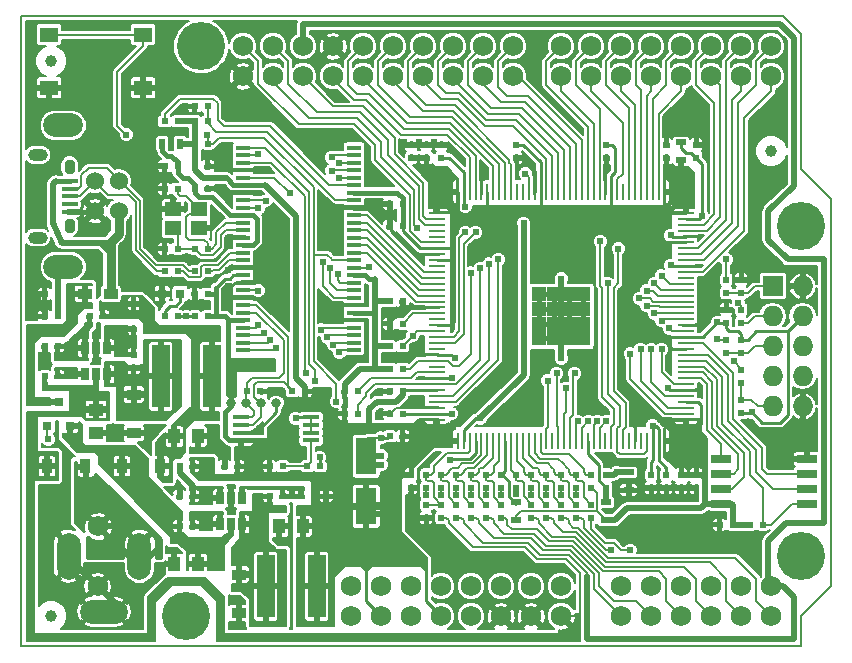
<source format=gtl>
G04 #@! TF.FileFunction,Copper,L1,Top,Signal*
%FSLAX46Y46*%
G04 Gerber Fmt 4.6, Leading zero omitted, Abs format (unit mm)*
G04 Created by KiCad (PCBNEW (2015-07-08 BZR 5908, Git 901e961)-product) date 07/12/2015 20:42:09*
%MOMM*%
G01*
G04 APERTURE LIST*
%ADD10C,0.100000*%
%ADD11C,0.150000*%
%ADD12C,1.727200*%
%ADD13R,0.800100X0.800100*%
%ADD14R,0.650000X1.060000*%
%ADD15R,0.500000X0.600000*%
%ADD16R,0.600000X0.500000*%
%ADD17C,2.000000*%
%ADD18C,1.524000*%
%ADD19R,0.450000X0.590000*%
%ADD20R,0.910000X1.220000*%
%ADD21C,1.000000*%
%ADD22C,0.950000*%
%ADD23R,1.350000X0.400000*%
%ADD24C,4.064000*%
%ADD25R,1.700000X0.650000*%
%ADD26R,1.200000X0.400000*%
%ADD27R,1.450000X0.450000*%
%ADD28R,1.550000X1.300000*%
%ADD29R,1.727200X1.727200*%
%ADD30O,1.727200X1.727200*%
%ADD31R,1.501140X5.300980*%
%ADD32R,0.500000X0.900000*%
%ADD33R,0.590000X0.450000*%
%ADD34R,1.220000X0.910000*%
%ADD35R,1.000000X1.250000*%
%ADD36R,1.250000X1.000000*%
%ADD37R,0.900000X0.500000*%
%ADD38R,0.797560X0.797560*%
%ADD39R,1.400000X1.200000*%
%ADD40R,1.800860X3.149600*%
%ADD41C,0.800000*%
%ADD42R,0.250000X1.450000*%
%ADD43R,1.450000X0.250000*%
%ADD44R,1.250000X1.250000*%
%ADD45R,1.200000X0.900000*%
%ADD46C,0.609600*%
%ADD47C,0.508000*%
%ADD48C,0.152400*%
%ADD49C,0.406400*%
%ADD50C,0.254000*%
%ADD51C,0.203200*%
%ADD52C,0.762000*%
G04 APERTURE END LIST*
D10*
D11*
X177038000Y-74549000D02*
X175514000Y-73025000D01*
X177038000Y-85979000D02*
X177038000Y-74549000D01*
X179578000Y-88519000D02*
X177038000Y-85979000D01*
X179578000Y-121285000D02*
X179578000Y-88519000D01*
X177038000Y-123825000D02*
X179578000Y-121285000D01*
X177038000Y-126365000D02*
X177038000Y-123825000D01*
X110998000Y-126365000D02*
X177038000Y-126365000D01*
X110998000Y-73025000D02*
X110998000Y-126365000D01*
X175514000Y-73025000D02*
X110998000Y-73025000D01*
D12*
X161798000Y-121285000D03*
X164338000Y-121285000D03*
X166878000Y-121285000D03*
X169418000Y-121285000D03*
X171958000Y-121285000D03*
X174498000Y-121285000D03*
D13*
X113223000Y-107680760D03*
X115123000Y-107680760D03*
X114173000Y-105681780D03*
D14*
X118298000Y-101135000D03*
X117348000Y-101135000D03*
X116398000Y-101135000D03*
X116398000Y-103335000D03*
X118298000Y-103335000D03*
X117348000Y-103335000D03*
X129728000Y-113835000D03*
X128778000Y-113835000D03*
X127828000Y-113835000D03*
X127828000Y-116035000D03*
X129728000Y-116035000D03*
X128778000Y-116035000D03*
D15*
X171958000Y-96435000D03*
X171958000Y-95335000D03*
D16*
X138388000Y-106680000D03*
X139488000Y-106680000D03*
X143298000Y-99060000D03*
X142198000Y-99060000D03*
D15*
X171958000Y-106595000D03*
X171958000Y-105495000D03*
X171958000Y-100415000D03*
X171958000Y-101515000D03*
X159258000Y-112945000D03*
X159258000Y-111845000D03*
D16*
X138388000Y-104775000D03*
X139488000Y-104775000D03*
X142198000Y-102870000D03*
X143298000Y-102870000D03*
X142198000Y-100965000D03*
X143298000Y-100965000D03*
X126788000Y-94615000D03*
X125688000Y-94615000D03*
X124248000Y-94615000D03*
X123148000Y-94615000D03*
X112988000Y-103505000D03*
X114088000Y-103505000D03*
X117898000Y-98425000D03*
X116798000Y-98425000D03*
X114088000Y-100965000D03*
X112988000Y-100965000D03*
X124418000Y-116205000D03*
X125518000Y-116205000D03*
X172678000Y-116078000D03*
X173778000Y-116078000D03*
X125518000Y-111125000D03*
X124418000Y-111125000D03*
X125518000Y-113665000D03*
X124418000Y-113665000D03*
D15*
X147828000Y-114385000D03*
X147828000Y-115485000D03*
X146558000Y-114385000D03*
X146558000Y-115485000D03*
X150368000Y-114385000D03*
X150368000Y-115485000D03*
X154178000Y-114385000D03*
X154178000Y-115485000D03*
X156718000Y-114385000D03*
X156718000Y-115485000D03*
X157988000Y-114385000D03*
X157988000Y-115485000D03*
X159258000Y-114385000D03*
X159258000Y-115485000D03*
D16*
X135043000Y-104775000D03*
X133943000Y-104775000D03*
X131233000Y-104775000D03*
X130133000Y-104775000D03*
X126788000Y-92710000D03*
X125688000Y-92710000D03*
D15*
X149098000Y-114385000D03*
X149098000Y-115485000D03*
X151638000Y-114385000D03*
X151638000Y-115485000D03*
X155448000Y-114385000D03*
X155448000Y-115485000D03*
X170688000Y-95335000D03*
X170688000Y-96435000D03*
X171958000Y-97875000D03*
X171958000Y-98975000D03*
X170688000Y-100415000D03*
X170688000Y-101515000D03*
X171958000Y-102955000D03*
X171958000Y-104055000D03*
D16*
X124248000Y-81915000D03*
X123148000Y-81915000D03*
X125688000Y-81915000D03*
X126788000Y-81915000D03*
X126788000Y-98425000D03*
X125688000Y-98425000D03*
X132038000Y-111125000D03*
X133138000Y-111125000D03*
X135213000Y-111125000D03*
X136313000Y-111125000D03*
X125688000Y-83820000D03*
X126788000Y-83820000D03*
X124248000Y-98425000D03*
X123148000Y-98425000D03*
D17*
X113893000Y-82265520D03*
X114113000Y-82265520D03*
X114333000Y-82265520D03*
X115213000Y-82265520D03*
X114993000Y-82265520D03*
X114773000Y-82265520D03*
X115213000Y-94264480D03*
X114993000Y-94264480D03*
X114773000Y-94264480D03*
X113893000Y-94264480D03*
X114113000Y-94264480D03*
X114333000Y-94264480D03*
D18*
X119252000Y-86995000D03*
X119252000Y-89535000D03*
X117253020Y-89535000D03*
X117253020Y-86995000D03*
D17*
X114553000Y-82265520D03*
X114553000Y-94264480D03*
D19*
X120523000Y-99480000D03*
X120523000Y-97370000D03*
D20*
X113173000Y-111125000D03*
X116443000Y-111125000D03*
D12*
X161798000Y-123825000D03*
X164338000Y-123825000D03*
X166878000Y-123825000D03*
X169418000Y-123825000D03*
X171958000Y-123825000D03*
X174498000Y-123825000D03*
X138938000Y-123825000D03*
X141478000Y-123825000D03*
X144018000Y-123825000D03*
X146558000Y-123825000D03*
X149098000Y-123825000D03*
X151638000Y-123825000D03*
X154178000Y-123825000D03*
X156718000Y-123825000D03*
X156718000Y-75565000D03*
X159258000Y-75565000D03*
X161798000Y-75565000D03*
X164338000Y-75565000D03*
X166878000Y-75565000D03*
X169418000Y-75565000D03*
X171958000Y-75565000D03*
X174498000Y-75565000D03*
X138938000Y-121285000D03*
X141478000Y-121285000D03*
X144018000Y-121285000D03*
X146558000Y-121285000D03*
X149098000Y-121285000D03*
X151638000Y-121285000D03*
X154178000Y-121285000D03*
X156718000Y-121285000D03*
X156718000Y-78105000D03*
X159258000Y-78105000D03*
X161798000Y-78105000D03*
X164338000Y-78105000D03*
X166878000Y-78105000D03*
X169418000Y-78105000D03*
X171958000Y-78105000D03*
X174498000Y-78105000D03*
X129794000Y-75565000D03*
X132334000Y-75565000D03*
X134874000Y-75565000D03*
X137414000Y-75565000D03*
X139954000Y-75565000D03*
X142494000Y-75565000D03*
X145034000Y-75565000D03*
X147574000Y-75565000D03*
X150114000Y-75565000D03*
X152654000Y-75565000D03*
X129794000Y-78105000D03*
X132334000Y-78105000D03*
X134874000Y-78105000D03*
X137414000Y-78105000D03*
X139954000Y-78105000D03*
X142494000Y-78105000D03*
X145034000Y-78105000D03*
X147574000Y-78105000D03*
X150114000Y-78105000D03*
X152654000Y-78105000D03*
D17*
X119008400Y-123444000D03*
X118758400Y-123444000D03*
X118508400Y-123444000D03*
X118258400Y-123444000D03*
X117008400Y-123444000D03*
X117258400Y-123444000D03*
X117508400Y-123444000D03*
X117758400Y-123444000D03*
X115008660Y-119745000D03*
X115008660Y-119495000D03*
X115008660Y-119245000D03*
X115008660Y-118995000D03*
X115008660Y-117745000D03*
X115008660Y-117995000D03*
X115008660Y-118245000D03*
X115008660Y-118495000D03*
X121008140Y-119745000D03*
X121008140Y-119495000D03*
X121008140Y-119245000D03*
X121008140Y-118995000D03*
X121008140Y-117745000D03*
X121008140Y-117995000D03*
X121008140Y-118245000D03*
X121008140Y-118495000D03*
X121008140Y-118745000D03*
X115008660Y-118745000D03*
X118008400Y-123444000D03*
D21*
X112075540Y-91764100D03*
X112238040Y-91764100D03*
X112730540Y-91764100D03*
X112565540Y-91764100D03*
X112725540Y-84764100D03*
X112563040Y-84764100D03*
X112075540Y-84764100D03*
X112238040Y-84764100D03*
D22*
X115100540Y-90914100D03*
X115100540Y-90614100D03*
X115100540Y-85914100D03*
X115100540Y-85614100D03*
D23*
X115100540Y-86964100D03*
X115100540Y-87614100D03*
X115100540Y-88264100D03*
X115100540Y-88914100D03*
X115100540Y-89564100D03*
D22*
X115100540Y-85764100D03*
X115100540Y-90764100D03*
D21*
X112400540Y-84764100D03*
X112400540Y-91764100D03*
D24*
X177038000Y-90805000D03*
X126238000Y-75565000D03*
X177038000Y-118745000D03*
X124968000Y-123825000D03*
D21*
X113538000Y-76835000D03*
X113538000Y-123825000D03*
D15*
X170688000Y-98975000D03*
X170688000Y-97875000D03*
D16*
X112988000Y-98425000D03*
X114088000Y-98425000D03*
D20*
X119523000Y-111125000D03*
X122793000Y-111125000D03*
D25*
X177513000Y-114300000D03*
X177513000Y-113030000D03*
X177513000Y-111760000D03*
X177513000Y-110490000D03*
X170213000Y-110490000D03*
X170213000Y-111760000D03*
X170213000Y-113030000D03*
X170213000Y-114300000D03*
D26*
X129793000Y-84137500D03*
X129793000Y-84772500D03*
X129793000Y-85407500D03*
X129793000Y-86042500D03*
X129793000Y-86677500D03*
X129793000Y-87312500D03*
X129793000Y-87947500D03*
X129793000Y-88582500D03*
X129793000Y-89217500D03*
X129793000Y-89852500D03*
X129793000Y-90487500D03*
X129793000Y-91122500D03*
X129793000Y-91757500D03*
X129793000Y-92392500D03*
X129793000Y-93027500D03*
X129793000Y-93662500D03*
X129793000Y-94297500D03*
X129793000Y-94932500D03*
X129793000Y-95567500D03*
X129793000Y-96202500D03*
X129793000Y-96837500D03*
X129793000Y-97472500D03*
X129793000Y-98107500D03*
X129793000Y-98742500D03*
X129793000Y-99377500D03*
X129793000Y-100012500D03*
X129793000Y-100647500D03*
X129793000Y-101282500D03*
X139193000Y-101282500D03*
X139193000Y-100647500D03*
X139193000Y-100012500D03*
X139193000Y-99377500D03*
X139193000Y-98742500D03*
X139193000Y-98107500D03*
X139193000Y-97472500D03*
X139193000Y-96837500D03*
X139193000Y-96202500D03*
X139193000Y-95567500D03*
X139193000Y-94932500D03*
X139193000Y-94297500D03*
X139193000Y-93662500D03*
X139193000Y-93027500D03*
X139193000Y-92392500D03*
X139193000Y-91757500D03*
X139193000Y-91122500D03*
X139193000Y-90487500D03*
X139193000Y-89852500D03*
X139193000Y-89217500D03*
X139193000Y-88582500D03*
X139193000Y-87947500D03*
X139193000Y-87312500D03*
X139193000Y-86677500D03*
X139193000Y-86042500D03*
X139193000Y-85407500D03*
X139193000Y-84772500D03*
X139193000Y-84137500D03*
D27*
X135538000Y-108925000D03*
X135538000Y-108275000D03*
X135538000Y-107625000D03*
X135538000Y-106975000D03*
X129638000Y-106975000D03*
X129638000Y-107625000D03*
X129638000Y-108275000D03*
X129638000Y-108925000D03*
D28*
X113373000Y-79085000D03*
X113373000Y-74585000D03*
X121323000Y-74585000D03*
X121323000Y-79085000D03*
D29*
X174625000Y-95885000D03*
D30*
X177165000Y-95885000D03*
X174625000Y-98425000D03*
X177165000Y-98425000D03*
X174625000Y-100965000D03*
X177165000Y-100965000D03*
X174625000Y-103505000D03*
X177165000Y-103505000D03*
X174625000Y-106045000D03*
X177165000Y-106045000D03*
D31*
X131699000Y-121285000D03*
X136017000Y-121285000D03*
X122809000Y-103505000D03*
X127127000Y-103505000D03*
D32*
X124448000Y-83820000D03*
X122948000Y-83820000D03*
D33*
X134708000Y-113665000D03*
X136818000Y-113665000D03*
D34*
X129413000Y-120285000D03*
X129413000Y-123555000D03*
D16*
X126788000Y-80645000D03*
X125688000Y-80645000D03*
D15*
X154178000Y-111845000D03*
X154178000Y-112945000D03*
X150368000Y-111845000D03*
X150368000Y-112945000D03*
X147828000Y-111845000D03*
X147828000Y-112945000D03*
D16*
X126788000Y-96520000D03*
X125688000Y-96520000D03*
X142198000Y-97155000D03*
X143298000Y-97155000D03*
X143298000Y-90805000D03*
X142198000Y-90805000D03*
X123148000Y-92710000D03*
X124248000Y-92710000D03*
X143298000Y-88900000D03*
X142198000Y-88900000D03*
D15*
X157988000Y-111845000D03*
X157988000Y-112945000D03*
X156718000Y-111845000D03*
X156718000Y-112945000D03*
X155448000Y-111845000D03*
X155448000Y-112945000D03*
D16*
X125688000Y-87630000D03*
X126788000Y-87630000D03*
X124248000Y-87630000D03*
X123148000Y-87630000D03*
D15*
X144018000Y-85005000D03*
X144018000Y-83905000D03*
D16*
X124248000Y-85725000D03*
X123148000Y-85725000D03*
X125688000Y-85725000D03*
X126788000Y-85725000D03*
D15*
X152908000Y-111845000D03*
X152908000Y-112945000D03*
X149098000Y-111845000D03*
X149098000Y-112945000D03*
X145288000Y-111845000D03*
X145288000Y-112945000D03*
X146558000Y-111845000D03*
X146558000Y-112945000D03*
D16*
X129328000Y-111125000D03*
X128228000Y-111125000D03*
D35*
X134858000Y-116205000D03*
X132858000Y-116205000D03*
D15*
X168148000Y-111845000D03*
X168148000Y-112945000D03*
D16*
X133138000Y-113665000D03*
X132038000Y-113665000D03*
D35*
X125968000Y-119380000D03*
X123968000Y-119380000D03*
X123968000Y-108585000D03*
X125968000Y-108585000D03*
D15*
X120523000Y-101685000D03*
X120523000Y-102785000D03*
D36*
X117348000Y-106315000D03*
X117348000Y-108315000D03*
D16*
X143298000Y-104775000D03*
X142198000Y-104775000D03*
D15*
X166878000Y-111845000D03*
X166878000Y-112945000D03*
X160528000Y-83905000D03*
X160528000Y-85005000D03*
X152908000Y-83905000D03*
X152908000Y-85005000D03*
D16*
X143298000Y-108585000D03*
X142198000Y-108585000D03*
D15*
X165608000Y-111845000D03*
X165608000Y-112945000D03*
X144018000Y-111845000D03*
X144018000Y-112945000D03*
X146558000Y-85005000D03*
X146558000Y-83905000D03*
D16*
X171238000Y-116078000D03*
X170138000Y-116078000D03*
X143298000Y-106680000D03*
X142198000Y-106680000D03*
D15*
X165608000Y-85005000D03*
X165608000Y-83905000D03*
X164338000Y-111845000D03*
X164338000Y-112945000D03*
X145288000Y-85005000D03*
X145288000Y-83905000D03*
D34*
X120523000Y-105045000D03*
X120523000Y-108315000D03*
D15*
X168148000Y-85005000D03*
X168148000Y-83905000D03*
D37*
X162433000Y-111645000D03*
X162433000Y-113145000D03*
X160528000Y-115685000D03*
X160528000Y-114185000D03*
X152908000Y-115685000D03*
X152908000Y-114185000D03*
X166878000Y-85205000D03*
X166878000Y-83705000D03*
D15*
X160528000Y-112945000D03*
X160528000Y-111845000D03*
X151638000Y-111845000D03*
X151638000Y-112945000D03*
D21*
X174498000Y-84455000D03*
D16*
X114088000Y-96520000D03*
X112988000Y-96520000D03*
D38*
X124447300Y-96520000D03*
X122948700Y-96520000D03*
D39*
X126068000Y-89370000D03*
X123868000Y-89370000D03*
X126068000Y-90970000D03*
X123868000Y-90970000D03*
D40*
X140208000Y-110269020D03*
X140208000Y-114520980D03*
D15*
X145288000Y-115485000D03*
X145288000Y-114385000D03*
D41*
X131318000Y-105791000D03*
X132588000Y-105791000D03*
X130048000Y-105791000D03*
X128778000Y-105791000D03*
D42*
X147968000Y-108975000D03*
X148468000Y-108975000D03*
X148968000Y-108975000D03*
X149468000Y-108975000D03*
X149968000Y-108975000D03*
X150468000Y-108975000D03*
X150968000Y-108975000D03*
X151468000Y-108975000D03*
X151968000Y-108975000D03*
X152468000Y-108975000D03*
X152968000Y-108975000D03*
X153468000Y-108975000D03*
X153968000Y-108975000D03*
X154468000Y-108975000D03*
X154968000Y-108975000D03*
X155468000Y-108975000D03*
X155968000Y-108975000D03*
X156468000Y-108975000D03*
X156968000Y-108975000D03*
X157468000Y-108975000D03*
X157968000Y-108975000D03*
X158468000Y-108975000D03*
X158968000Y-108975000D03*
X159468000Y-108975000D03*
X159968000Y-108975000D03*
X160468000Y-108975000D03*
X160968000Y-108975000D03*
X161468000Y-108975000D03*
X161968000Y-108975000D03*
X162468000Y-108975000D03*
X162968000Y-108975000D03*
X163468000Y-108975000D03*
X163968000Y-108975000D03*
X164468000Y-108975000D03*
X164968000Y-108975000D03*
X165468000Y-108975000D03*
D43*
X167268000Y-107175000D03*
X167268000Y-106675000D03*
X167268000Y-106175000D03*
X167268000Y-105675000D03*
X167268000Y-105175000D03*
X167268000Y-104675000D03*
X167268000Y-104175000D03*
X167268000Y-103675000D03*
X167268000Y-103175000D03*
X167268000Y-102675000D03*
X167268000Y-102175000D03*
X167268000Y-101675000D03*
X167268000Y-101175000D03*
X167268000Y-100675000D03*
X167268000Y-100175000D03*
X167268000Y-99675000D03*
X167268000Y-99175000D03*
X167268000Y-98675000D03*
X167268000Y-98175000D03*
X167268000Y-97675000D03*
X167268000Y-97175000D03*
X167268000Y-96675000D03*
X167268000Y-96175000D03*
X167268000Y-95675000D03*
X167268000Y-95175000D03*
X167268000Y-94675000D03*
X167268000Y-94175000D03*
X167268000Y-93675000D03*
X167268000Y-93175000D03*
X167268000Y-92675000D03*
X167268000Y-92175000D03*
X167268000Y-91675000D03*
X167268000Y-91175000D03*
X167268000Y-90675000D03*
X167268000Y-90175000D03*
X167268000Y-89675000D03*
D42*
X165468000Y-87875000D03*
X164968000Y-87875000D03*
X164468000Y-87875000D03*
X163968000Y-87875000D03*
X163468000Y-87875000D03*
X162968000Y-87875000D03*
X162468000Y-87875000D03*
X161968000Y-87875000D03*
X161468000Y-87875000D03*
X160968000Y-87875000D03*
X160468000Y-87875000D03*
X159968000Y-87875000D03*
X159468000Y-87875000D03*
X158968000Y-87875000D03*
X158468000Y-87875000D03*
X157968000Y-87875000D03*
X157468000Y-87875000D03*
X156968000Y-87875000D03*
X156468000Y-87875000D03*
X155968000Y-87875000D03*
X155468000Y-87875000D03*
X154968000Y-87875000D03*
X154468000Y-87875000D03*
X153968000Y-87875000D03*
X153468000Y-87875000D03*
X152968000Y-87875000D03*
X152468000Y-87875000D03*
X151968000Y-87875000D03*
X151468000Y-87875000D03*
X150968000Y-87875000D03*
X150468000Y-87875000D03*
X149968000Y-87875000D03*
X149468000Y-87875000D03*
X148968000Y-87875000D03*
X148468000Y-87875000D03*
X147968000Y-87875000D03*
D43*
X146168000Y-89675000D03*
X146168000Y-90175000D03*
X146168000Y-90675000D03*
X146168000Y-91175000D03*
X146168000Y-91675000D03*
X146168000Y-92175000D03*
X146168000Y-92675000D03*
X146168000Y-93175000D03*
X146168000Y-93675000D03*
X146168000Y-94175000D03*
X146168000Y-94675000D03*
X146168000Y-95175000D03*
X146168000Y-95675000D03*
X146168000Y-96175000D03*
X146168000Y-96675000D03*
X146168000Y-97175000D03*
X146168000Y-97675000D03*
X146168000Y-98175000D03*
X146168000Y-98675000D03*
X146168000Y-99175000D03*
X146168000Y-99675000D03*
X146168000Y-100175000D03*
X146168000Y-100675000D03*
X146168000Y-101175000D03*
X146168000Y-101675000D03*
X146168000Y-102175000D03*
X146168000Y-102675000D03*
X146168000Y-103175000D03*
X146168000Y-103675000D03*
X146168000Y-104175000D03*
X146168000Y-104675000D03*
X146168000Y-105175000D03*
X146168000Y-105675000D03*
X146168000Y-106175000D03*
X146168000Y-106675000D03*
X146168000Y-107175000D03*
D44*
X154843000Y-100300000D03*
X154843000Y-99050000D03*
X154843000Y-97800000D03*
X154843000Y-96550000D03*
X156093000Y-100300000D03*
X156093000Y-99050000D03*
X156093000Y-97800000D03*
X156093000Y-96550000D03*
X157343000Y-100300000D03*
X157343000Y-99050000D03*
X157343000Y-97800000D03*
X157343000Y-96550000D03*
X158593000Y-100300000D03*
X158593000Y-99050000D03*
X158593000Y-97800000D03*
X158593000Y-96550000D03*
D45*
X118575000Y-96520000D03*
X116375000Y-96520000D03*
D12*
X117475000Y-116205000D03*
X117475000Y-121285000D03*
D46*
X127000000Y-119380000D03*
X172847000Y-106553000D03*
X169926000Y-98933000D03*
X141478000Y-115189000D03*
X141478000Y-114427000D03*
X141478000Y-108712000D03*
X112522000Y-97536000D03*
X130937000Y-108204000D03*
X141478000Y-110998000D03*
X141478000Y-110236000D03*
X156718000Y-101981000D03*
X156718000Y-95250000D03*
X127254000Y-90678000D03*
X162433000Y-113919000D03*
X128524000Y-95885000D03*
X128524000Y-94488000D03*
X123063000Y-95631000D03*
X125730000Y-97282000D03*
X153670000Y-85344000D03*
X124333000Y-112903000D03*
X136525000Y-98425000D03*
X137414000Y-98425000D03*
X147701000Y-101981000D03*
X147447000Y-103632000D03*
X143383000Y-83693000D03*
X144653000Y-83693000D03*
X145923000Y-83693000D03*
X124841000Y-80645000D03*
X128524000Y-91821000D03*
X122301000Y-92710000D03*
X122301000Y-87630000D03*
X142113000Y-100076000D03*
X128524000Y-88011000D03*
X144018000Y-113538000D03*
X166243000Y-112903000D03*
X167513000Y-112903000D03*
X164973000Y-112903000D03*
X165735000Y-104521000D03*
X169926000Y-97917000D03*
X165989000Y-94107000D03*
X150114000Y-86614000D03*
X168148000Y-83058000D03*
X160528000Y-85852000D03*
X142240000Y-89916000D03*
X123952000Y-118237000D03*
X129413000Y-122555000D03*
X132842000Y-117348000D03*
X114681000Y-78994000D03*
X120015000Y-78994000D03*
X136271000Y-110363000D03*
X128270000Y-110363000D03*
X134239000Y-107061000D03*
X169291000Y-116078000D03*
X176149000Y-110490000D03*
X165989000Y-91567000D03*
X141351000Y-106680000D03*
X141351000Y-104775000D03*
X127635000Y-85725000D03*
X128524000Y-96901000D03*
X122301000Y-85725000D03*
X171958000Y-94488000D03*
X113030000Y-101727000D03*
X127000000Y-108585000D03*
X121666000Y-108331000D03*
X128778000Y-113030000D03*
X118491000Y-108331000D03*
X117348000Y-100076000D03*
X122682000Y-89281000D03*
X147320000Y-110617000D03*
X145288000Y-113538000D03*
X146558000Y-113538000D03*
X147828000Y-113538000D03*
X149098000Y-113538000D03*
X150368000Y-113538000D03*
X151638000Y-113538000D03*
X152908000Y-113461800D03*
X154178000Y-113538000D03*
X155448000Y-113538000D03*
X156718000Y-113538000D03*
X157988000Y-113538000D03*
X161417000Y-111633000D03*
X137668000Y-105664000D03*
X126746000Y-83058000D03*
X119888000Y-83058000D03*
X147447000Y-106680000D03*
X153543000Y-90551000D03*
X149860000Y-107061000D03*
X164465000Y-107696000D03*
X168656000Y-89916000D03*
X148590000Y-89154000D03*
X156337000Y-103251000D03*
X149860000Y-94361000D03*
X140462000Y-94234000D03*
X157099000Y-104521000D03*
X155575000Y-103886000D03*
X144145000Y-100076000D03*
X135128000Y-103251000D03*
X157861000Y-103251000D03*
X160020000Y-92075000D03*
X133731000Y-88011000D03*
X165227000Y-101219000D03*
X164338000Y-101219000D03*
X163449000Y-101219000D03*
X162560000Y-101600000D03*
X160528000Y-107315000D03*
X159766000Y-107315000D03*
X159004000Y-107315000D03*
X158115000Y-107315000D03*
X160909000Y-118237000D03*
X162560000Y-118237000D03*
X137287000Y-86106000D03*
X170688000Y-93599000D03*
X137287000Y-84963000D03*
X171704000Y-97282000D03*
X137922000Y-86741000D03*
X169926000Y-100330000D03*
X137922000Y-85471000D03*
X171323000Y-102235000D03*
X124968000Y-98425000D03*
X135890000Y-103886000D03*
X137795000Y-94869000D03*
X149098000Y-94742000D03*
X160655000Y-95631000D03*
X131064000Y-96266000D03*
X132588000Y-101092000D03*
X163322000Y-96901000D03*
X163957000Y-96266000D03*
X132080000Y-100457000D03*
X164592000Y-95631000D03*
X131572000Y-99822000D03*
X131064000Y-99187000D03*
X165227000Y-94996000D03*
X137922000Y-101473000D03*
X165862000Y-99441000D03*
X165227000Y-98806000D03*
X137414000Y-100838000D03*
X164592000Y-98171000D03*
X136906000Y-100203000D03*
X163957000Y-97536000D03*
X136398000Y-99568000D03*
X131064000Y-84709000D03*
X153670000Y-86360000D03*
X131064000Y-89281000D03*
X149479000Y-91313000D03*
X137160000Y-94361000D03*
X150622000Y-93980000D03*
X151384000Y-93599000D03*
X136525000Y-93853000D03*
X131699000Y-88646000D03*
X148590000Y-91313000D03*
X122809000Y-109347000D03*
X113284000Y-108839000D03*
X161544000Y-92710000D03*
X144526000Y-90932000D03*
D47*
X125968000Y-119380000D02*
X127000000Y-119380000D01*
D48*
X157480000Y-118237000D02*
X159512000Y-120269000D01*
X157480000Y-118237000D02*
X155194000Y-118237000D01*
X155194000Y-118237000D02*
X154178000Y-117221000D01*
X149098000Y-115485000D02*
X149521000Y-115485000D01*
X149733000Y-115951000D02*
X151003000Y-117221000D01*
X149733000Y-115697000D02*
X149733000Y-115951000D01*
X149521000Y-115485000D02*
X149733000Y-115697000D01*
X154178000Y-117221000D02*
X151003000Y-117221000D01*
X159512000Y-121539000D02*
X161798000Y-123825000D01*
X159512000Y-120269000D02*
X159512000Y-121539000D01*
X161798000Y-123825000D02*
X161798000Y-123825000D01*
X159766000Y-120015000D02*
X159893000Y-120142000D01*
X161163000Y-122555000D02*
X163068000Y-122555000D01*
X159893000Y-121285000D02*
X161163000Y-122555000D01*
X159893000Y-120142000D02*
X159893000Y-121285000D01*
X164338000Y-123825000D02*
X163068000Y-122555000D01*
X150791000Y-115485000D02*
X150368000Y-115485000D01*
X151003000Y-115951000D02*
X151892000Y-116840000D01*
X151003000Y-115697000D02*
X151003000Y-115951000D01*
X150791000Y-115485000D02*
X151003000Y-115697000D01*
X157607000Y-117856000D02*
X155448000Y-117856000D01*
X155448000Y-117856000D02*
X154432000Y-116840000D01*
X157607000Y-117856000D02*
X159766000Y-120015000D01*
X151892000Y-116840000D02*
X154432000Y-116840000D01*
X157734000Y-117475000D02*
X160274000Y-120015000D01*
X163195000Y-120015000D02*
X163195000Y-120015000D01*
X160274000Y-120015000D02*
X163195000Y-120015000D01*
X157734000Y-117475000D02*
X155702000Y-117475000D01*
X152527000Y-116459000D02*
X154686000Y-116459000D01*
X155702000Y-117475000D02*
X154686000Y-116459000D01*
X151934000Y-115485000D02*
X152146000Y-115697000D01*
X152146000Y-115697000D02*
X152146000Y-116078000D01*
X152146000Y-116078000D02*
X152527000Y-116459000D01*
X151638000Y-115485000D02*
X151934000Y-115485000D01*
X165608000Y-122555000D02*
X166878000Y-123825000D01*
X163195000Y-120015000D02*
X164973000Y-120015000D01*
X164973000Y-120015000D02*
X165608000Y-120650000D01*
X165608000Y-120650000D02*
X165608000Y-122555000D01*
X157861000Y-117094000D02*
X160401000Y-119634000D01*
X157861000Y-117094000D02*
X155956000Y-117094000D01*
X154601000Y-115485000D02*
X154813000Y-115697000D01*
X154813000Y-115697000D02*
X154813000Y-115951000D01*
X154813000Y-115951000D02*
X155956000Y-117094000D01*
X154178000Y-115485000D02*
X154601000Y-115485000D01*
X168148000Y-122555000D02*
X169418000Y-123825000D01*
X168148000Y-120650000D02*
X168148000Y-122555000D01*
X167132000Y-119634000D02*
X168148000Y-120650000D01*
X160401000Y-119634000D02*
X167132000Y-119634000D01*
X154940000Y-118618000D02*
X157353000Y-118618000D01*
X157353000Y-118618000D02*
X157480000Y-118745000D01*
X158877000Y-120142000D02*
X158877000Y-120396000D01*
X157480000Y-118745000D02*
X158877000Y-120142000D01*
X148251000Y-115485000D02*
X148463000Y-115697000D01*
X148463000Y-115697000D02*
X148463000Y-115951000D01*
X147828000Y-115485000D02*
X148251000Y-115485000D01*
X153924000Y-117602000D02*
X154940000Y-118618000D01*
X150114000Y-117602000D02*
X153924000Y-117602000D01*
X148463000Y-115951000D02*
X150114000Y-117602000D01*
D47*
X158877000Y-120396000D02*
X158877000Y-125730000D01*
X158877000Y-125730000D02*
X168732200Y-125730000D01*
X176403000Y-125730000D02*
X168732200Y-125730000D01*
X176403000Y-122174000D02*
X176403000Y-125730000D01*
X176403000Y-122174000D02*
X176403000Y-122174000D01*
X175514000Y-121285000D02*
X176403000Y-122174000D01*
X175514000Y-121285000D02*
X174498000Y-121285000D01*
D48*
X158877000Y-125730000D02*
X158877000Y-125730000D01*
D47*
X174244000Y-121031000D02*
X174244000Y-117475000D01*
X175895000Y-93599000D02*
X178943000Y-93599000D01*
X174244000Y-91948000D02*
X175895000Y-93599000D01*
X174244000Y-89535000D02*
X174244000Y-91948000D01*
X176403000Y-87426800D02*
X174244000Y-89535000D01*
X176403000Y-74828400D02*
X176403000Y-87426800D01*
X175234600Y-73660000D02*
X176403000Y-74828400D01*
X175234600Y-73660000D02*
X134874000Y-73660000D01*
X178943000Y-115951000D02*
X178943000Y-93599000D01*
X178943000Y-93599000D02*
X178943000Y-93599000D01*
X175768000Y-115951000D02*
X174244000Y-117475000D01*
X178943000Y-115951000D02*
X175768000Y-115951000D01*
X178943000Y-115697000D02*
X178943000Y-115951000D01*
X178943000Y-115951000D02*
X178943000Y-115697000D01*
X174244000Y-121031000D02*
X174498000Y-121285000D01*
X134874000Y-73660000D02*
X134874000Y-73660000D01*
X134874000Y-75565000D02*
X134874000Y-73660000D01*
D49*
X128778000Y-105791000D02*
X128778000Y-105283000D01*
X128778000Y-105283000D02*
X129032000Y-105029000D01*
X128778000Y-105283000D02*
X128524000Y-105029000D01*
X128778000Y-105791000D02*
X128778000Y-106045000D01*
X128778000Y-106045000D02*
X128270000Y-106553000D01*
D47*
X152400000Y-89281000D02*
X152400000Y-102870000D01*
X152400000Y-102870000D02*
X147066000Y-108204000D01*
X152654000Y-89281000D02*
X152400000Y-89281000D01*
X152400000Y-89281000D02*
X152146000Y-89281000D01*
X168910000Y-114300000D02*
X170213000Y-114300000D01*
X168910000Y-113665000D02*
X168910000Y-114300000D01*
X161302000Y-115685000D02*
X160528000Y-115685000D01*
X162306000Y-114681000D02*
X161302000Y-115685000D01*
X168529000Y-114681000D02*
X162306000Y-114681000D01*
X168910000Y-114300000D02*
X168529000Y-114681000D01*
D49*
X126788000Y-98425000D02*
X127508000Y-98425000D01*
X126788000Y-96520000D02*
X127508000Y-96520000D01*
D50*
X147968000Y-87875000D02*
X147968000Y-90043000D01*
X147968000Y-90043000D02*
X147955000Y-90043000D01*
X167268000Y-89675000D02*
X165100000Y-89675000D01*
X165100000Y-89675000D02*
X165100000Y-89662000D01*
D48*
X128524000Y-102489000D02*
X131445000Y-102489000D01*
D50*
X140462000Y-107823000D02*
X143129000Y-107823000D01*
D47*
X143298000Y-105114000D02*
X142748000Y-105664000D01*
X142748000Y-105664000D02*
X141097000Y-105664000D01*
X141097000Y-105664000D02*
X140462000Y-106299000D01*
X140462000Y-106299000D02*
X140462000Y-107823000D01*
X143298000Y-104775000D02*
X143298000Y-105114000D01*
D50*
X143298000Y-107992000D02*
X143298000Y-108585000D01*
X143129000Y-107823000D02*
X143298000Y-107992000D01*
X146168000Y-99175000D02*
X147332000Y-99175000D01*
X147332000Y-99175000D02*
X147574000Y-98933000D01*
X160968000Y-87875000D02*
X160968000Y-89281000D01*
X160968000Y-89281000D02*
X160909000Y-89281000D01*
D47*
X165100000Y-89281000D02*
X165100000Y-89662000D01*
X165100000Y-89662000D02*
X165100000Y-92175000D01*
X165862000Y-89281000D02*
X160909000Y-89281000D01*
X160909000Y-89281000D02*
X152654000Y-89281000D01*
X152146000Y-89281000D02*
X149860000Y-89281000D01*
X149860000Y-89281000D02*
X149098000Y-90043000D01*
X149098000Y-90043000D02*
X147955000Y-90043000D01*
X147955000Y-90043000D02*
X147574000Y-90043000D01*
X134239000Y-89916000D02*
X134239000Y-103632000D01*
D50*
X167268000Y-100175000D02*
X166017000Y-100175000D01*
X166017000Y-100175000D02*
X165862000Y-100330000D01*
D47*
X147574000Y-90043000D02*
X147574000Y-92583000D01*
X165100000Y-92175000D02*
X165100000Y-92964000D01*
X165100000Y-92964000D02*
X161798000Y-96266000D01*
X161798000Y-96266000D02*
X161798000Y-100457000D01*
D50*
X160968000Y-86555000D02*
X161290000Y-86233000D01*
X160968000Y-87875000D02*
X160968000Y-86555000D01*
X160994000Y-83905000D02*
X161290000Y-84201000D01*
X160994000Y-83905000D02*
X160528000Y-83905000D01*
X161290000Y-84201000D02*
X161290000Y-86233000D01*
D49*
X140970000Y-95250000D02*
X140462000Y-95250000D01*
D47*
X140970000Y-97155000D02*
X140970000Y-95250000D01*
D49*
X140144500Y-94932500D02*
X139193000Y-94932500D01*
X140462000Y-95250000D02*
X140144500Y-94932500D01*
D50*
X140208000Y-119888000D02*
X139700000Y-119380000D01*
X139700000Y-119380000D02*
X139827000Y-119380000D01*
X140208000Y-119888000D02*
X140716000Y-119380000D01*
X140716000Y-119380000D02*
X140589000Y-119380000D01*
X145288000Y-119888000D02*
X145288000Y-119380000D01*
X145288000Y-119888000D02*
X144780000Y-119380000D01*
X144780000Y-119380000D02*
X140589000Y-119380000D01*
D47*
X168910000Y-112141000D02*
X168910000Y-108839000D01*
X168910000Y-108839000D02*
X168275000Y-108204000D01*
D48*
X152908000Y-115685000D02*
X152908000Y-115316000D01*
X153289000Y-114935000D02*
X159766000Y-114935000D01*
X152908000Y-115316000D02*
X153289000Y-114935000D01*
D51*
X159258000Y-112945000D02*
X159300000Y-112945000D01*
X159300000Y-112945000D02*
X159766000Y-113411000D01*
X159766000Y-114935000D02*
X160528000Y-115697000D01*
X159766000Y-113411000D02*
X159766000Y-114935000D01*
D47*
X171238000Y-116078000D02*
X171238000Y-114385000D01*
X171153000Y-114300000D02*
X171238000Y-114385000D01*
X170213000Y-114300000D02*
X171153000Y-114300000D01*
X172678000Y-116078000D02*
X171238000Y-116078000D01*
X168148000Y-111845000D02*
X168614000Y-111845000D01*
X168910000Y-112141000D02*
X168910000Y-113665000D01*
X168614000Y-111845000D02*
X168910000Y-112141000D01*
D50*
X168529000Y-107569000D02*
X168529000Y-105918000D01*
X168286000Y-105675000D02*
X168529000Y-105918000D01*
X168286000Y-105675000D02*
X167268000Y-105675000D01*
X150468000Y-87875000D02*
X150468000Y-89154000D01*
X154968000Y-87875000D02*
X154968000Y-89154000D01*
X160968000Y-87875000D02*
X160968000Y-89086000D01*
D47*
X147574000Y-98933000D02*
X147574000Y-93599000D01*
D50*
X147332000Y-99175000D02*
X147574000Y-98933000D01*
X146168000Y-93675000D02*
X147574000Y-93675000D01*
X146168000Y-92675000D02*
X147574000Y-92675000D01*
D47*
X147574000Y-90043000D02*
X147574000Y-89154000D01*
X147574000Y-92583000D02*
X147574000Y-93599000D01*
X161798000Y-104267000D02*
X161798000Y-104394000D01*
X161798000Y-100457000D02*
X161798000Y-104267000D01*
X162941000Y-106172000D02*
X162941000Y-106807000D01*
X161798000Y-104394000D02*
X162941000Y-105537000D01*
X162941000Y-105537000D02*
X162941000Y-106172000D01*
D50*
X162968000Y-108975000D02*
X162968000Y-107723000D01*
D47*
X162941000Y-107696000D02*
X162941000Y-106807000D01*
D50*
X162968000Y-107723000D02*
X162941000Y-107696000D01*
X167268000Y-107175000D02*
X166002000Y-107175000D01*
D47*
X164719000Y-106807000D02*
X165100000Y-107188000D01*
X165100000Y-107188000D02*
X165989000Y-107188000D01*
X164719000Y-106807000D02*
X162941000Y-106807000D01*
D50*
X166002000Y-107175000D02*
X165989000Y-107188000D01*
D47*
X165862000Y-100330000D02*
X161925000Y-100330000D01*
X161925000Y-100330000D02*
X161798000Y-100457000D01*
D50*
X166072000Y-101175000D02*
X167268000Y-101175000D01*
X165862000Y-100965000D02*
X166072000Y-101175000D01*
X165862000Y-100330000D02*
X165862000Y-100965000D01*
X167268000Y-92175000D02*
X165100000Y-92175000D01*
D47*
X142198000Y-100965000D02*
X140970000Y-100965000D01*
X140970000Y-102870000D02*
X140970000Y-100965000D01*
X140970000Y-100965000D02*
X140970000Y-100584000D01*
X142198000Y-97155000D02*
X140970000Y-97155000D01*
X142198000Y-102870000D02*
X140970000Y-102870000D01*
X140970000Y-102870000D02*
X139700000Y-102870000D01*
X139700000Y-102870000D02*
X138388000Y-104182000D01*
X140970000Y-98171000D02*
X140970000Y-97155000D01*
X135043000Y-104436000D02*
X135043000Y-104775000D01*
X134239000Y-103632000D02*
X135043000Y-104436000D01*
X131635500Y-87312500D02*
X134239000Y-89916000D01*
D49*
X131635500Y-87312500D02*
X129793000Y-87312500D01*
X129638000Y-108925000D02*
X128610000Y-108925000D01*
X128524000Y-98806000D02*
X128524000Y-102489000D01*
X128524000Y-102489000D02*
X128524000Y-105029000D01*
X128524000Y-106299000D02*
X128270000Y-106553000D01*
X128270000Y-106553000D02*
X128270000Y-108585000D01*
X128270000Y-108585000D02*
X128610000Y-108925000D01*
X128524000Y-98806000D02*
X128587500Y-98742500D01*
D50*
X129793000Y-94932500D02*
X128968500Y-94932500D01*
D47*
X125688000Y-85725000D02*
X125688000Y-83820000D01*
X125688000Y-83820000D02*
X124448000Y-83820000D01*
D50*
X128270000Y-95250000D02*
X127508000Y-96012000D01*
X128651000Y-95250000D02*
X128270000Y-95250000D01*
X128968500Y-94932500D02*
X128651000Y-95250000D01*
D49*
X127508000Y-96012000D02*
X127508000Y-96520000D01*
X127508000Y-96520000D02*
X127508000Y-98425000D01*
X127508000Y-98425000D02*
X128270000Y-98425000D01*
X128270000Y-98425000D02*
X128587500Y-98742500D01*
X129793000Y-98742500D02*
X128587500Y-98742500D01*
D50*
X140208000Y-119380000D02*
X139827000Y-119380000D01*
X139827000Y-119380000D02*
X137541000Y-119380000D01*
X140589000Y-119380000D02*
X140208000Y-119380000D01*
X141478000Y-123825000D02*
X140208000Y-122555000D01*
X140208000Y-122555000D02*
X140208000Y-119888000D01*
X140208000Y-119888000D02*
X140208000Y-119380000D01*
X146558000Y-123825000D02*
X145288000Y-122555000D01*
X145288000Y-122555000D02*
X145288000Y-119888000D01*
D47*
X125688000Y-81915000D02*
X124248000Y-81915000D01*
X125688000Y-83820000D02*
X125688000Y-81915000D01*
D49*
X140970000Y-98107500D02*
X140970000Y-98171000D01*
D47*
X140970000Y-98171000D02*
X140970000Y-100584000D01*
D50*
X172847000Y-106553000D02*
X173736000Y-107442000D01*
X173736000Y-107442000D02*
X175260000Y-107442000D01*
X175260000Y-107442000D02*
X175895000Y-106807000D01*
X175895000Y-106807000D02*
X175895000Y-99695000D01*
X171958000Y-106595000D02*
X172805000Y-106595000D01*
X172805000Y-106595000D02*
X172847000Y-106553000D01*
D47*
X138388000Y-104182000D02*
X138388000Y-104775000D01*
D49*
X139193000Y-98107500D02*
X140970000Y-98107500D01*
D50*
X171958000Y-100415000D02*
X172508000Y-100415000D01*
X172508000Y-100415000D02*
X173228000Y-99695000D01*
X173228000Y-99695000D02*
X175895000Y-99695000D01*
X175895000Y-99695000D02*
X177165000Y-98425000D01*
X170688000Y-98975000D02*
X170688000Y-99441000D01*
X170688000Y-99441000D02*
X170942000Y-99695000D01*
X170942000Y-99695000D02*
X171704000Y-99695000D01*
X171704000Y-99695000D02*
X171958000Y-99949000D01*
X171958000Y-99949000D02*
X171958000Y-100415000D01*
X167268000Y-100175000D02*
X168684000Y-100175000D01*
X168684000Y-100175000D02*
X169926000Y-98933000D01*
X169968000Y-98975000D02*
X170688000Y-98975000D01*
X169968000Y-98975000D02*
X169926000Y-98933000D01*
X152908000Y-83905000D02*
X153501000Y-83905000D01*
X154968000Y-85372000D02*
X154968000Y-87875000D01*
X153501000Y-83905000D02*
X154968000Y-85372000D01*
D49*
X143298000Y-88900000D02*
X143298000Y-90805000D01*
D48*
X131233000Y-104775000D02*
X131318000Y-104775000D01*
D49*
X143298000Y-88900000D02*
X143298000Y-88434000D01*
X143298000Y-88434000D02*
X142811500Y-87947500D01*
X142811500Y-87947500D02*
X139193000Y-87947500D01*
D48*
X144018000Y-85005000D02*
X144018000Y-85217000D01*
X145288000Y-85005000D02*
X145288000Y-85217000D01*
D50*
X143298000Y-90805000D02*
X143298000Y-91228000D01*
X143298000Y-91228000D02*
X144745000Y-92675000D01*
X144745000Y-92675000D02*
X146168000Y-92675000D01*
D48*
X165468000Y-85145000D02*
X165608000Y-85005000D01*
D50*
X146168000Y-104675000D02*
X143398000Y-104675000D01*
X143398000Y-104675000D02*
X143298000Y-104775000D01*
D47*
X125688000Y-85725000D02*
X125688000Y-86064000D01*
D49*
X128968500Y-87312500D02*
X129793000Y-87312500D01*
X128397000Y-86741000D02*
X128968500Y-87312500D01*
D47*
X126365000Y-86741000D02*
X128397000Y-86741000D01*
X125688000Y-86064000D02*
X126365000Y-86741000D01*
D50*
X125518000Y-111125000D02*
X125518000Y-111167000D01*
D47*
X140566140Y-115189000D02*
X141478000Y-115189000D01*
X140611860Y-114427000D02*
X141478000Y-114427000D01*
D48*
X141478000Y-108712000D02*
X140335000Y-108712000D01*
X140335000Y-108712000D02*
X140208000Y-108839000D01*
X140208000Y-108839000D02*
X140208000Y-110269020D01*
D47*
X115008660Y-119745000D02*
X115008660Y-117802660D01*
X115008660Y-117802660D02*
X113792000Y-116586000D01*
D50*
X119008400Y-123444000D02*
X119008400Y-122818400D01*
D47*
X119008400Y-122818400D02*
X117475000Y-121285000D01*
D50*
X115008660Y-119745000D02*
X115935000Y-119745000D01*
D47*
X115935000Y-119745000D02*
X117475000Y-121285000D01*
X112988000Y-96520000D02*
X112438000Y-96520000D01*
X112988000Y-98002000D02*
X112522000Y-97536000D01*
X112438000Y-97452000D02*
X112522000Y-97536000D01*
X112438000Y-97452000D02*
X112438000Y-96520000D01*
X112988000Y-98002000D02*
X112988000Y-98425000D01*
D49*
X115100540Y-89564100D02*
X117223920Y-89564100D01*
X156093000Y-100300000D02*
X156093000Y-99050000D01*
X157343000Y-99050000D02*
X157343000Y-100300000D01*
X158593000Y-99050000D02*
X158593000Y-100300000D01*
X158593000Y-100300000D02*
X157343000Y-100300000D01*
X157343000Y-100300000D02*
X156093000Y-100300000D01*
X156093000Y-100300000D02*
X154843000Y-100300000D01*
X154843000Y-100300000D02*
X154843000Y-99050000D01*
X154843000Y-99050000D02*
X156093000Y-99050000D01*
X156093000Y-99050000D02*
X157343000Y-99050000D01*
X157343000Y-99050000D02*
X158593000Y-99050000D01*
X154843000Y-97800000D02*
X154843000Y-99050000D01*
X154843000Y-99050000D02*
X156093000Y-99050000D01*
X156093000Y-99050000D02*
X156093000Y-97800000D01*
X156093000Y-97800000D02*
X157343000Y-97800000D01*
X157343000Y-97800000D02*
X157343000Y-99050000D01*
X157343000Y-99050000D02*
X158593000Y-99050000D01*
X158593000Y-99050000D02*
X158593000Y-97800000D01*
X157343000Y-96550000D02*
X156093000Y-96550000D01*
X156093000Y-96550000D02*
X154843000Y-96550000D01*
X154843000Y-96550000D02*
X154843000Y-97800000D01*
X154843000Y-97800000D02*
X156093000Y-97800000D01*
X156093000Y-97800000D02*
X157343000Y-97800000D01*
X157343000Y-97800000D02*
X158593000Y-97800000D01*
X158593000Y-97800000D02*
X158593000Y-96550000D01*
X158593000Y-96550000D02*
X157343000Y-96550000D01*
X157343000Y-96550000D02*
X157343000Y-97800000D01*
X157343000Y-97800000D02*
X156093000Y-97800000D01*
X156093000Y-97800000D02*
X156093000Y-96550000D01*
D50*
X130937000Y-108204000D02*
X132588000Y-106553000D01*
X130866000Y-108275000D02*
X130937000Y-108204000D01*
X129638000Y-108275000D02*
X130866000Y-108275000D01*
X132588000Y-106553000D02*
X132588000Y-105791000D01*
X142071000Y-108712000D02*
X141478000Y-108712000D01*
X141605000Y-108585000D02*
X141478000Y-108712000D01*
D47*
X141478000Y-110998000D02*
X140936980Y-110998000D01*
X140936980Y-110998000D02*
X140208000Y-110269020D01*
X140208000Y-110269020D02*
X140749020Y-110269020D01*
X140114020Y-110269020D02*
X140843000Y-110998000D01*
X140208000Y-110269020D02*
X141444980Y-110269020D01*
X141444980Y-110269020D02*
X141478000Y-110236000D01*
X156718000Y-98425000D02*
X156718000Y-101727000D01*
X156718000Y-101727000D02*
X156718000Y-101981000D01*
X156718000Y-98425000D02*
X156718000Y-95250000D01*
D50*
X126068000Y-90970000D02*
X126962000Y-90970000D01*
X126962000Y-90970000D02*
X127254000Y-90678000D01*
D47*
X162433000Y-113919000D02*
X162433000Y-113145000D01*
D49*
X117223920Y-89564100D02*
X117253020Y-89535000D01*
D50*
X129793000Y-95567500D02*
X129095500Y-95567500D01*
X129095500Y-95567500D02*
X128778000Y-95885000D01*
X128778000Y-95885000D02*
X128524000Y-95885000D01*
X129793000Y-94297500D02*
X128714500Y-94297500D01*
X128524000Y-94488000D02*
X128587500Y-94424500D01*
X128714500Y-94297500D02*
X128524000Y-94488000D01*
D49*
X122948700Y-96520000D02*
X122948700Y-95745300D01*
X122948700Y-95745300D02*
X123063000Y-95631000D01*
X125688000Y-96520000D02*
X125688000Y-97240000D01*
X125688000Y-97240000D02*
X125730000Y-97282000D01*
D47*
X115008660Y-119745000D02*
X115046000Y-119745000D01*
X118364000Y-122799600D02*
X119008400Y-123444000D01*
D50*
X154468000Y-87875000D02*
X154468000Y-86142000D01*
X154468000Y-86142000D02*
X153670000Y-85344000D01*
D49*
X144919000Y-97675000D02*
X143244000Y-97675000D01*
X143244000Y-97675000D02*
X143298000Y-97621000D01*
D50*
X146168000Y-97675000D02*
X144919000Y-97675000D01*
X144919000Y-97675000D02*
X144907000Y-97663000D01*
D47*
X124418000Y-113665000D02*
X124418000Y-112988000D01*
D48*
X124418000Y-112988000D02*
X124333000Y-112903000D01*
X124418000Y-112988000D02*
X124333000Y-112903000D01*
D50*
X139193000Y-97472500D02*
X137477500Y-97472500D01*
X137477500Y-97472500D02*
X136525000Y-98425000D01*
X139193000Y-98742500D02*
X137731500Y-98742500D01*
X137731500Y-98742500D02*
X137414000Y-98425000D01*
X146168000Y-101675000D02*
X147395000Y-101675000D01*
X147395000Y-101675000D02*
X147701000Y-101981000D01*
X146168000Y-103675000D02*
X147404000Y-103675000D01*
X147404000Y-103675000D02*
X147447000Y-103632000D01*
X144018000Y-83905000D02*
X143595000Y-83905000D01*
X143595000Y-83905000D02*
X143383000Y-83693000D01*
X144018000Y-83905000D02*
X144441000Y-83905000D01*
X144441000Y-83905000D02*
X144653000Y-83693000D01*
X144865000Y-83905000D02*
X145288000Y-83905000D01*
X144865000Y-83905000D02*
X144653000Y-83693000D01*
X145288000Y-83905000D02*
X145711000Y-83905000D01*
X145711000Y-83905000D02*
X145923000Y-83693000D01*
X146135000Y-83905000D02*
X146558000Y-83905000D01*
X146135000Y-83905000D02*
X145923000Y-83693000D01*
X125688000Y-80645000D02*
X124841000Y-80645000D01*
X129793000Y-91757500D02*
X128587500Y-91757500D01*
X128587500Y-91757500D02*
X128524000Y-91821000D01*
X123148000Y-92710000D02*
X122301000Y-92710000D01*
X123148000Y-87630000D02*
X122301000Y-87630000D01*
D47*
X142198000Y-99060000D02*
X142198000Y-99991000D01*
X142198000Y-99991000D02*
X142113000Y-100076000D01*
D50*
X126788000Y-87630000D02*
X127381000Y-87630000D01*
X127381000Y-87630000D02*
X127762000Y-88011000D01*
X127762000Y-88011000D02*
X128524000Y-88011000D01*
X128587500Y-87947500D02*
X129793000Y-87947500D01*
X128587500Y-87947500D02*
X128524000Y-88011000D01*
D48*
X126746000Y-85725000D02*
X126788000Y-85725000D01*
X144018000Y-112945000D02*
X144018000Y-113538000D01*
D50*
X165608000Y-112945000D02*
X166201000Y-112945000D01*
X166201000Y-112945000D02*
X166243000Y-112903000D01*
X166285000Y-112945000D02*
X166878000Y-112945000D01*
X166285000Y-112945000D02*
X166243000Y-112903000D01*
X168148000Y-112945000D02*
X167555000Y-112945000D01*
X167471000Y-112945000D02*
X167513000Y-112903000D01*
X167471000Y-112945000D02*
X166878000Y-112945000D01*
X167555000Y-112945000D02*
X167513000Y-112903000D01*
X165608000Y-112945000D02*
X165015000Y-112945000D01*
X165015000Y-112945000D02*
X164973000Y-112903000D01*
X164931000Y-112945000D02*
X164338000Y-112945000D01*
X164931000Y-112945000D02*
X164973000Y-112903000D01*
X167268000Y-104675000D02*
X165889000Y-104675000D01*
X165889000Y-104675000D02*
X165735000Y-104521000D01*
X167268000Y-99175000D02*
X168668000Y-99175000D01*
X168668000Y-99175000D02*
X169926000Y-97917000D01*
X169968000Y-97875000D02*
X170688000Y-97875000D01*
X169968000Y-97875000D02*
X169926000Y-97917000D01*
X167268000Y-94175000D02*
X166057000Y-94175000D01*
X166057000Y-94175000D02*
X165989000Y-94107000D01*
X149968000Y-87875000D02*
X149968000Y-86760000D01*
X149968000Y-86760000D02*
X150114000Y-86614000D01*
X168148000Y-83905000D02*
X168148000Y-83058000D01*
X165608000Y-83905000D02*
X165608000Y-83058000D01*
X160468000Y-87875000D02*
X160468000Y-85912000D01*
X160468000Y-85912000D02*
X160528000Y-85852000D01*
X160528000Y-85852000D02*
X160528000Y-85005000D01*
X152908000Y-85005000D02*
X153331000Y-85005000D01*
X153331000Y-85005000D02*
X154468000Y-86142000D01*
D49*
X142198000Y-88900000D02*
X141224000Y-88900000D01*
X141224000Y-88900000D02*
X140906500Y-89217500D01*
X139193000Y-89217500D02*
X140906500Y-89217500D01*
X142240000Y-88942000D02*
X142240000Y-89916000D01*
X142198000Y-89958000D02*
X142240000Y-89916000D01*
X142198000Y-89958000D02*
X142198000Y-90805000D01*
D48*
X142240000Y-88942000D02*
X142198000Y-88900000D01*
D47*
X123968000Y-119380000D02*
X123968000Y-118253000D01*
X123968000Y-118253000D02*
X123952000Y-118237000D01*
X129413000Y-123555000D02*
X129413000Y-122555000D01*
X132858000Y-116205000D02*
X132858000Y-117332000D01*
X132858000Y-117332000D02*
X132842000Y-117348000D01*
D50*
X113373000Y-79085000D02*
X114590000Y-79085000D01*
X114590000Y-79085000D02*
X114681000Y-78994000D01*
X121323000Y-79085000D02*
X120106000Y-79085000D01*
X120106000Y-79085000D02*
X120015000Y-78994000D01*
X136313000Y-111125000D02*
X136313000Y-110405000D01*
X136313000Y-110405000D02*
X136271000Y-110363000D01*
D47*
X128228000Y-110405000D02*
X128270000Y-110363000D01*
X128228000Y-111125000D02*
X128228000Y-110405000D01*
D48*
X135538000Y-108275000D02*
X135538000Y-107625000D01*
X135538000Y-107625000D02*
X135538000Y-106975000D01*
D50*
X135538000Y-106975000D02*
X134325000Y-106975000D01*
X134325000Y-106975000D02*
X134239000Y-107061000D01*
X142198000Y-90805000D02*
X142198000Y-91017000D01*
X142198000Y-91017000D02*
X144356000Y-93175000D01*
X144356000Y-93175000D02*
X146168000Y-93175000D01*
D48*
X170138000Y-116205000D02*
X169249000Y-116120000D01*
X169249000Y-116120000D02*
X169291000Y-116078000D01*
D49*
X177513000Y-110490000D02*
X176149000Y-110490000D01*
D50*
X167268000Y-91675000D02*
X166097000Y-91675000D01*
X166097000Y-91675000D02*
X165989000Y-91567000D01*
D48*
X142198000Y-106680000D02*
X141351000Y-106680000D01*
X142198000Y-104775000D02*
X141351000Y-104775000D01*
X146168000Y-106175000D02*
X142703000Y-106175000D01*
X142703000Y-106175000D02*
X142198000Y-106680000D01*
D47*
X142198000Y-99060000D02*
X142198000Y-98721000D01*
X142198000Y-98721000D02*
X143298000Y-97621000D01*
X143298000Y-97621000D02*
X143298000Y-97155000D01*
D50*
X129793000Y-86042500D02*
X128333500Y-86042500D01*
X128333500Y-86042500D02*
X128016000Y-85725000D01*
X128016000Y-85725000D02*
X127635000Y-85725000D01*
X127635000Y-85725000D02*
X126788000Y-85725000D01*
X129793000Y-96837500D02*
X128587500Y-96837500D01*
X128587500Y-96837500D02*
X128524000Y-96901000D01*
D47*
X123148000Y-85725000D02*
X122301000Y-85725000D01*
D50*
X171958000Y-95335000D02*
X171958000Y-94488000D01*
D47*
X112988000Y-100965000D02*
X112988000Y-101685000D01*
X112988000Y-101685000D02*
X113030000Y-101727000D01*
X125968000Y-108585000D02*
X127000000Y-108585000D01*
X120523000Y-108315000D02*
X121650000Y-108315000D01*
X121650000Y-108315000D02*
X121666000Y-108331000D01*
X128778000Y-113835000D02*
X128778000Y-113030000D01*
X118475000Y-108315000D02*
X118491000Y-108331000D01*
X118475000Y-108315000D02*
X117348000Y-108315000D01*
X117348000Y-101135000D02*
X117348000Y-100076000D01*
D50*
X123868000Y-89370000D02*
X122771000Y-89370000D01*
X122771000Y-89370000D02*
X122682000Y-89281000D01*
D48*
X129794000Y-78486000D02*
X129794000Y-78105000D01*
X129794000Y-78105000D02*
X129794000Y-78105000D01*
D50*
X149468000Y-108975000D02*
X149468000Y-109993000D01*
X149468000Y-109993000D02*
X148971000Y-110490000D01*
X148971000Y-110490000D02*
X147447000Y-110490000D01*
X147447000Y-110490000D02*
X147320000Y-110617000D01*
D48*
X145288000Y-112945000D02*
X145288000Y-113538000D01*
X146558000Y-112945000D02*
X146558000Y-113538000D01*
X147828000Y-112945000D02*
X147828000Y-113538000D01*
X149098000Y-112945000D02*
X149098000Y-113538000D01*
X150368000Y-112945000D02*
X150368000Y-113538000D01*
X151638000Y-112945000D02*
X151638000Y-113538000D01*
X152908000Y-112945000D02*
X152908000Y-113461800D01*
X154178000Y-112945000D02*
X154178000Y-113538000D01*
X155448000Y-112945000D02*
X155448000Y-113538000D01*
X156718000Y-112945000D02*
X156718000Y-113665000D01*
X156718000Y-113665000D02*
X156718000Y-113538000D01*
X157988000Y-112945000D02*
X157988000Y-113538000D01*
D47*
X160528000Y-111845000D02*
X161205000Y-111845000D01*
X161205000Y-111845000D02*
X161417000Y-111633000D01*
X161429000Y-111645000D02*
X162433000Y-111645000D01*
X161429000Y-111645000D02*
X161417000Y-111633000D01*
X160528000Y-112945000D02*
X160528000Y-114185000D01*
D50*
X158968000Y-108975000D02*
X158968000Y-110073000D01*
X158968000Y-110073000D02*
X159893000Y-110998000D01*
X159893000Y-110998000D02*
X159893000Y-112310000D01*
X159893000Y-112310000D02*
X160528000Y-112945000D01*
D48*
X139193000Y-93662500D02*
X137350500Y-93662500D01*
X137350500Y-93662500D02*
X137287000Y-93599000D01*
X136906000Y-93218000D02*
X135763000Y-93218000D01*
X121323000Y-74585000D02*
X121323000Y-75527000D01*
X119888000Y-83058000D02*
X119888000Y-83058000D01*
X119126000Y-82296000D02*
X119888000Y-83058000D01*
X119126000Y-77724000D02*
X119126000Y-82296000D01*
X121323000Y-75527000D02*
X119126000Y-77724000D01*
X137668000Y-104140000D02*
X137668000Y-105664000D01*
X135763000Y-102235000D02*
X137668000Y-104140000D01*
X135763000Y-102235000D02*
X135763000Y-93218000D01*
X135763000Y-93218000D02*
X135763000Y-92710000D01*
X135763000Y-87503000D02*
X135763000Y-92710000D01*
X121323000Y-74585000D02*
X121323000Y-74587000D01*
X126788000Y-83100000D02*
X126746000Y-83058000D01*
X126788000Y-83100000D02*
X126788000Y-83820000D01*
X126788000Y-83820000D02*
X127254000Y-83820000D01*
X127254000Y-83820000D02*
X127762000Y-83312000D01*
X135763000Y-87503000D02*
X131572000Y-83312000D01*
X131572000Y-83312000D02*
X127762000Y-83312000D01*
X136906000Y-93218000D02*
X137287000Y-93599000D01*
X137287000Y-93599000D02*
X137350500Y-93662500D01*
X113373000Y-74585000D02*
X121323000Y-74585000D01*
D47*
X153543000Y-90551000D02*
X153543000Y-103378000D01*
X153543000Y-103378000D02*
X149860000Y-107061000D01*
D50*
X148468000Y-108975000D02*
X148468000Y-108072000D01*
X149479000Y-107061000D02*
X149860000Y-107061000D01*
X148468000Y-108072000D02*
X149479000Y-107061000D01*
X164465000Y-107696000D02*
X164719000Y-107696000D01*
X164968000Y-107945000D02*
X164968000Y-108199000D01*
X164719000Y-107696000D02*
X164968000Y-107945000D01*
X164468000Y-108975000D02*
X164468000Y-110614000D01*
X164338000Y-110744000D02*
X164338000Y-111845000D01*
X164468000Y-110614000D02*
X164338000Y-110744000D01*
X164968000Y-108975000D02*
X164968000Y-110612000D01*
X165608000Y-111252000D02*
X165608000Y-111845000D01*
X164968000Y-110612000D02*
X165608000Y-111252000D01*
D47*
X147442000Y-106675000D02*
X147447000Y-106680000D01*
D50*
X147442000Y-106675000D02*
X146168000Y-106675000D01*
D48*
X168656000Y-89916000D02*
X168656000Y-89916000D01*
D50*
X168656000Y-89916000D02*
X168397000Y-90175000D01*
X167268000Y-90175000D02*
X168397000Y-90175000D01*
X148468000Y-89032000D02*
X148590000Y-89154000D01*
X148468000Y-89032000D02*
X148468000Y-87875000D01*
X168656000Y-89916000D02*
X168656000Y-85513000D01*
X168656000Y-85513000D02*
X168148000Y-85005000D01*
D48*
X168148000Y-90170000D02*
X167273000Y-90170000D01*
X167273000Y-90170000D02*
X167268000Y-90175000D01*
D50*
X164968000Y-108975000D02*
X164968000Y-108199000D01*
X164468000Y-107699000D02*
X164465000Y-107696000D01*
X164468000Y-107699000D02*
X164468000Y-108975000D01*
X166878000Y-83705000D02*
X166878000Y-84201000D01*
X167725000Y-84582000D02*
X168148000Y-85005000D01*
X167259000Y-84582000D02*
X167725000Y-84582000D01*
X166878000Y-84201000D02*
X167259000Y-84582000D01*
X146558000Y-85005000D02*
X147235000Y-85005000D01*
X148468000Y-86238000D02*
X148468000Y-87875000D01*
X147235000Y-85005000D02*
X148468000Y-86238000D01*
D48*
X166878000Y-83705000D02*
X166878000Y-83947000D01*
X164468000Y-111715000D02*
X164338000Y-111845000D01*
D50*
X146168000Y-106675000D02*
X143303000Y-106675000D01*
D48*
X143303000Y-106675000D02*
X143298000Y-106680000D01*
D50*
X151723000Y-111845000D02*
X152273000Y-112395000D01*
D48*
X151638000Y-111845000D02*
X151723000Y-111845000D01*
D50*
X152273000Y-113665000D02*
X152914000Y-114306000D01*
X152273000Y-112395000D02*
X152273000Y-113665000D01*
X151968000Y-108975000D02*
X151968000Y-111515000D01*
X151968000Y-111515000D02*
X151638000Y-111845000D01*
D47*
X121008140Y-119745000D02*
X121008140Y-119656860D01*
X121008140Y-119656860D02*
X122555000Y-118110000D01*
X121008140Y-119745000D02*
X121008140Y-119611140D01*
X121008140Y-119611140D02*
X119380000Y-117983000D01*
X121008140Y-119745000D02*
X121008140Y-117751860D01*
X121008140Y-117751860D02*
X121793000Y-116967000D01*
X117475000Y-116205000D02*
X119468140Y-116205000D01*
X119468140Y-116205000D02*
X121008140Y-117745000D01*
X121008140Y-119745000D02*
X121008140Y-119495000D01*
X121008140Y-119495000D02*
X121008140Y-117745000D01*
D48*
X116078000Y-86487000D02*
X116713000Y-85852000D01*
X115839900Y-87614100D02*
X116078000Y-87376000D01*
X116078000Y-87376000D02*
X116078000Y-86487000D01*
X115100540Y-87614100D02*
X115839900Y-87614100D01*
X118237000Y-85852000D02*
X119252000Y-86867000D01*
X116713000Y-85852000D02*
X118237000Y-85852000D01*
X119252000Y-86867000D02*
X121031000Y-88646000D01*
X121031000Y-88646000D02*
X121031000Y-92710000D01*
X121031000Y-92710000D02*
X121158000Y-92837000D01*
X124714000Y-94107000D02*
X122682000Y-94107000D01*
X125222000Y-94615000D02*
X124714000Y-94107000D01*
X125222000Y-94615000D02*
X125688000Y-94615000D01*
X122428000Y-94107000D02*
X122682000Y-94107000D01*
X121158000Y-92837000D02*
X122428000Y-94107000D01*
X115100540Y-88264100D02*
X115983920Y-88264100D01*
X115983920Y-88264100D02*
X117253020Y-86995000D01*
X117253020Y-86995000D02*
X117253020Y-87027020D01*
X117253020Y-87027020D02*
X118364000Y-88138000D01*
X118364000Y-88138000D02*
X120091944Y-88138000D01*
X120091944Y-88138000D02*
X120713500Y-88759556D01*
X120713500Y-88759556D02*
X120713500Y-92849700D01*
X120713500Y-92849700D02*
X122478800Y-94615000D01*
X122478800Y-94615000D02*
X122682000Y-94615000D01*
X123148000Y-94615000D02*
X122682000Y-94615000D01*
X156337000Y-103251000D02*
X156337000Y-107696000D01*
X156468000Y-108975000D02*
X156468000Y-107827000D01*
X156337000Y-107696000D02*
X156468000Y-107827000D01*
X171958000Y-96435000D02*
X172551000Y-96435000D01*
X173101000Y-95885000D02*
X174625000Y-95885000D01*
X172551000Y-96435000D02*
X173101000Y-95885000D01*
X170688000Y-96435000D02*
X171958000Y-96435000D01*
X149860000Y-102108000D02*
X147793000Y-104175000D01*
X149860000Y-94361000D02*
X149860000Y-94996000D01*
X149860000Y-94996000D02*
X149860000Y-102108000D01*
X149860000Y-94996000D02*
X149860000Y-94996000D01*
X139488000Y-106680000D02*
X139488000Y-105918000D01*
X140935000Y-104175000D02*
X140208000Y-104902000D01*
X140208000Y-104902000D02*
X140208000Y-105198000D01*
X140208000Y-105198000D02*
X139488000Y-105918000D01*
X140935000Y-104175000D02*
X146168000Y-104175000D01*
X139193000Y-94297500D02*
X140398500Y-94297500D01*
X147793000Y-104175000D02*
X146168000Y-104175000D01*
X140398500Y-94297500D02*
X140462000Y-94234000D01*
X146168000Y-98175000D02*
X144183000Y-98175000D01*
X144183000Y-98175000D02*
X143298000Y-99060000D01*
X157099000Y-104521000D02*
X157099000Y-106553000D01*
X157099000Y-106553000D02*
X156968000Y-106684000D01*
X171958000Y-105495000D02*
X172805000Y-105495000D01*
X173355000Y-106045000D02*
X174625000Y-106045000D01*
X172805000Y-105495000D02*
X173355000Y-106045000D01*
X156968000Y-108975000D02*
X156968000Y-106684000D01*
X171958000Y-104055000D02*
X171958000Y-105495000D01*
X155575000Y-103886000D02*
X155575000Y-107823000D01*
X155575000Y-107823000D02*
X155468000Y-107930000D01*
X171958000Y-101515000D02*
X172551000Y-101515000D01*
X173101000Y-100965000D02*
X174625000Y-100965000D01*
X172551000Y-101515000D02*
X173101000Y-100965000D01*
X155468000Y-108975000D02*
X155468000Y-107930000D01*
X170688000Y-101515000D02*
X171958000Y-101515000D01*
X155956000Y-110109000D02*
X157353000Y-110109000D01*
X158835000Y-111845000D02*
X159258000Y-111845000D01*
X158623000Y-111633000D02*
X158835000Y-111845000D01*
X158623000Y-111379000D02*
X158623000Y-111633000D01*
X157353000Y-110109000D02*
X158623000Y-111379000D01*
X154968000Y-108975000D02*
X154968000Y-109883000D01*
X155194000Y-110109000D02*
X155956000Y-110109000D01*
X154968000Y-109883000D02*
X155194000Y-110109000D01*
X146168000Y-103175000D02*
X144475000Y-103175000D01*
X140631000Y-103632000D02*
X139488000Y-104775000D01*
X144018000Y-103632000D02*
X140631000Y-103632000D01*
X144475000Y-103175000D02*
X144018000Y-103632000D01*
X135001000Y-88265000D02*
X135001000Y-103124000D01*
X135001000Y-103124000D02*
X135128000Y-103251000D01*
X135001000Y-103124000D02*
X135128000Y-103251000D01*
X143298000Y-100965000D02*
X143298000Y-100923000D01*
X143298000Y-100923000D02*
X144145000Y-100076000D01*
X146168000Y-99675000D02*
X144546000Y-99675000D01*
X144546000Y-99675000D02*
X144145000Y-100076000D01*
X143298000Y-100965000D02*
X144145000Y-100076000D01*
X129793000Y-85407500D02*
X132143500Y-85407500D01*
X132143500Y-85407500D02*
X135001000Y-88265000D01*
X147828000Y-111845000D02*
X148251000Y-111845000D01*
X148463000Y-111506000D02*
X148717000Y-111252000D01*
X148463000Y-111633000D02*
X148463000Y-111506000D01*
X148251000Y-111845000D02*
X148463000Y-111633000D01*
X147828000Y-111845000D02*
X147828000Y-112268000D01*
X148336000Y-112395000D02*
X148463000Y-112522000D01*
X147955000Y-112395000D02*
X148336000Y-112395000D01*
X147828000Y-112268000D02*
X147955000Y-112395000D01*
X147828000Y-111845000D02*
X147913000Y-111845000D01*
X148463000Y-113750000D02*
X149098000Y-114385000D01*
X148463000Y-112522000D02*
X148463000Y-113750000D01*
X150468000Y-108975000D02*
X150468000Y-110136000D01*
X149352000Y-111252000D02*
X148717000Y-111252000D01*
X150468000Y-110136000D02*
X149352000Y-111252000D01*
X146558000Y-111845000D02*
X146981000Y-111845000D01*
X147193000Y-111506000D02*
X147447000Y-111252000D01*
X147193000Y-111633000D02*
X147193000Y-111506000D01*
X146981000Y-111845000D02*
X147193000Y-111633000D01*
X146558000Y-111845000D02*
X146558000Y-112268000D01*
X147066000Y-112395000D02*
X147193000Y-112522000D01*
X146685000Y-112395000D02*
X147066000Y-112395000D01*
X146558000Y-112268000D02*
X146685000Y-112395000D01*
X148336000Y-110871000D02*
X147955000Y-111252000D01*
X147955000Y-111252000D02*
X147447000Y-111252000D01*
X149968000Y-108975000D02*
X149968000Y-110128000D01*
X149225000Y-110871000D02*
X148336000Y-110871000D01*
X149968000Y-110128000D02*
X149225000Y-110871000D01*
X146558000Y-111845000D02*
X146643000Y-111845000D01*
X147193000Y-113750000D02*
X147828000Y-114385000D01*
X147193000Y-112522000D02*
X147193000Y-113750000D01*
X150114000Y-111252000D02*
X150968000Y-110398000D01*
X149860000Y-111252000D02*
X150114000Y-111252000D01*
X149098000Y-111845000D02*
X149098000Y-112268000D01*
X149225000Y-112395000D02*
X149606000Y-112395000D01*
X149098000Y-112268000D02*
X149225000Y-112395000D01*
X149098000Y-111845000D02*
X149098000Y-112141000D01*
X149606000Y-112395000D02*
X149606000Y-112395000D01*
X149733000Y-111379000D02*
X149733000Y-111379000D01*
X149733000Y-111379000D02*
X149733000Y-111379000D01*
X149733000Y-111379000D02*
X149733000Y-111633000D01*
X149521000Y-111845000D02*
X149098000Y-111845000D01*
X149733000Y-111633000D02*
X149521000Y-111845000D01*
X149098000Y-111845000D02*
X149056000Y-111845000D01*
X149606000Y-112395000D02*
X149733000Y-112522000D01*
X149733000Y-113750000D02*
X150368000Y-114385000D01*
X149733000Y-112522000D02*
X149733000Y-113750000D01*
X150968000Y-109982000D02*
X150968000Y-110398000D01*
X149267000Y-111845000D02*
X149098000Y-111845000D01*
X149860000Y-111252000D02*
X149733000Y-111379000D01*
X150968000Y-108975000D02*
X150968000Y-109982000D01*
X150968000Y-109982000D02*
X150968000Y-110017000D01*
X150876000Y-112395000D02*
X151003000Y-112522000D01*
X151003000Y-112522000D02*
X151003000Y-112649000D01*
X150368000Y-111845000D02*
X150368000Y-112268000D01*
X150368000Y-112268000D02*
X150495000Y-112395000D01*
X150495000Y-112395000D02*
X150876000Y-112395000D01*
X151003000Y-111125000D02*
X151003000Y-111633000D01*
X151003000Y-111633000D02*
X150791000Y-111845000D01*
X150791000Y-111845000D02*
X150368000Y-111845000D01*
X150368000Y-111845000D02*
X150453000Y-111845000D01*
X151003000Y-113750000D02*
X151638000Y-114385000D01*
X151003000Y-112649000D02*
X151003000Y-113750000D01*
X151468000Y-108975000D02*
X151468000Y-110660000D01*
X151468000Y-110660000D02*
X151003000Y-111125000D01*
X152908000Y-111845000D02*
X152908000Y-112268000D01*
X153416000Y-112395000D02*
X153543000Y-112522000D01*
X153035000Y-112395000D02*
X153416000Y-112395000D01*
X152908000Y-112268000D02*
X153035000Y-112395000D01*
X154178000Y-114300000D02*
X154178000Y-114385000D01*
X153543000Y-113665000D02*
X154178000Y-114300000D01*
X153543000Y-112522000D02*
X153543000Y-113665000D01*
X152468000Y-108975000D02*
X152468000Y-111405000D01*
X152468000Y-111405000D02*
X152908000Y-111845000D01*
X153543000Y-111252000D02*
X153543000Y-111633000D01*
X153755000Y-111845000D02*
X154178000Y-111845000D01*
X153543000Y-111633000D02*
X153755000Y-111845000D01*
X154178000Y-111845000D02*
X154178000Y-112268000D01*
X154813000Y-112522000D02*
X154813000Y-113750000D01*
X154813000Y-113750000D02*
X155448000Y-114385000D01*
X154178000Y-112268000D02*
X154305000Y-112395000D01*
X154305000Y-112395000D02*
X154686000Y-112395000D01*
X154686000Y-112395000D02*
X154813000Y-112522000D01*
X154178000Y-111845000D02*
X154178000Y-111887000D01*
X153543000Y-111252000D02*
X152968000Y-110677000D01*
X152968000Y-108975000D02*
X152968000Y-110677000D01*
X154686000Y-111252000D02*
X154813000Y-111379000D01*
X155025000Y-111845000D02*
X155448000Y-111845000D01*
X154813000Y-111633000D02*
X155025000Y-111845000D01*
X154813000Y-111379000D02*
X154813000Y-111633000D01*
X155448000Y-111845000D02*
X155448000Y-112268000D01*
X156083000Y-112522000D02*
X156083000Y-113750000D01*
X156083000Y-113750000D02*
X156718000Y-114385000D01*
X155448000Y-112268000D02*
X155575000Y-112395000D01*
X155575000Y-112395000D02*
X155956000Y-112395000D01*
X155956000Y-112395000D02*
X156083000Y-112522000D01*
X153468000Y-110415000D02*
X154305000Y-111252000D01*
X154305000Y-111252000D02*
X154686000Y-111252000D01*
X153468000Y-110415000D02*
X153468000Y-108975000D01*
X171958000Y-98975000D02*
X172551000Y-98975000D01*
X173101000Y-98425000D02*
X174625000Y-98425000D01*
X172551000Y-98975000D02*
X173101000Y-98425000D01*
X157734000Y-103378000D02*
X157861000Y-103251000D01*
X157734000Y-106807000D02*
X157734000Y-103378000D01*
X157468000Y-107073000D02*
X157734000Y-106807000D01*
X157468000Y-108975000D02*
X157468000Y-107073000D01*
X160020000Y-95885000D02*
X160147000Y-96012000D01*
X160147000Y-105283000D02*
X161163000Y-106299000D01*
X160147000Y-96012000D02*
X160147000Y-105283000D01*
X161163000Y-107569000D02*
X161163000Y-106299000D01*
X160968000Y-108975000D02*
X160968000Y-107764000D01*
X160968000Y-107764000D02*
X161163000Y-107569000D01*
X160020000Y-92075000D02*
X160020000Y-95885000D01*
X129793000Y-86677500D02*
X132397500Y-86677500D01*
X132397500Y-86677500D02*
X133731000Y-88011000D01*
X158292800Y-123596400D02*
X158292800Y-123698000D01*
X158292800Y-123698000D02*
X158165800Y-123825000D01*
X158165800Y-123825000D02*
X156718000Y-123825000D01*
X158292800Y-123596400D02*
X158292800Y-120192800D01*
X158292800Y-120192800D02*
X157099000Y-118999000D01*
X149225000Y-117983000D02*
X153670000Y-117983000D01*
X146558000Y-115485000D02*
X146981000Y-115485000D01*
X147193000Y-115697000D02*
X147193000Y-115951000D01*
X146981000Y-115485000D02*
X147193000Y-115697000D01*
X153670000Y-117983000D02*
X154686000Y-118999000D01*
X154686000Y-118999000D02*
X157099000Y-118999000D01*
X147193000Y-115951000D02*
X149225000Y-117983000D01*
X155575000Y-110871000D02*
X155956000Y-111252000D01*
X156295000Y-111845000D02*
X156718000Y-111845000D01*
X156083000Y-111633000D02*
X156295000Y-111845000D01*
X156083000Y-111379000D02*
X156083000Y-111633000D01*
X155956000Y-111252000D02*
X156083000Y-111379000D01*
X155956000Y-111252000D02*
X155956000Y-111252000D01*
X156718000Y-111845000D02*
X156718000Y-112268000D01*
X157353000Y-112522000D02*
X157353000Y-113750000D01*
X157353000Y-113750000D02*
X157988000Y-114385000D01*
X156718000Y-112268000D02*
X156845000Y-112395000D01*
X156845000Y-112395000D02*
X157226000Y-112395000D01*
X157226000Y-112395000D02*
X157353000Y-112522000D01*
X153968000Y-110153000D02*
X154559000Y-110744000D01*
X153968000Y-110153000D02*
X153968000Y-108975000D01*
X154686000Y-110871000D02*
X154559000Y-110744000D01*
X155575000Y-110871000D02*
X154686000Y-110871000D01*
X156464000Y-110490000D02*
X156845000Y-110871000D01*
X157565000Y-111845000D02*
X157988000Y-111845000D01*
X157353000Y-111633000D02*
X157565000Y-111845000D01*
X157353000Y-111379000D02*
X157353000Y-111633000D01*
X157226000Y-111252000D02*
X157353000Y-111379000D01*
X157226000Y-111252000D02*
X157226000Y-111252000D01*
X156845000Y-110871000D02*
X157226000Y-111252000D01*
X156845000Y-110871000D02*
X156845000Y-110871000D01*
X157988000Y-111845000D02*
X157988000Y-112268000D01*
X158623000Y-112522000D02*
X158623000Y-113750000D01*
X158623000Y-113750000D02*
X159258000Y-114385000D01*
X157988000Y-112268000D02*
X158115000Y-112395000D01*
X158115000Y-112395000D02*
X158496000Y-112395000D01*
X158496000Y-112395000D02*
X158623000Y-112522000D01*
X154468000Y-108975000D02*
X154468000Y-110018000D01*
X154940000Y-110490000D02*
X156464000Y-110490000D01*
X154468000Y-110018000D02*
X154940000Y-110490000D01*
X129794000Y-75565000D02*
X131064000Y-76835000D01*
X131064000Y-78740000D02*
X134493000Y-82169000D01*
X131064000Y-76835000D02*
X131064000Y-78740000D01*
X143891000Y-88138000D02*
X143891000Y-91186000D01*
X144880000Y-92175000D02*
X143891000Y-91186000D01*
X146168000Y-92175000D02*
X144880000Y-92175000D01*
X140970000Y-83947000D02*
X139192000Y-82169000D01*
X139192000Y-82169000D02*
X134493000Y-82169000D01*
X140970000Y-83947000D02*
X140970000Y-85217000D01*
X143891000Y-88138000D02*
X140970000Y-85217000D01*
X129794000Y-75819000D02*
X129794000Y-75565000D01*
X132334000Y-75565000D02*
X133604000Y-76835000D01*
X133604000Y-78740000D02*
X136017000Y-81153000D01*
X133604000Y-76835000D02*
X133604000Y-78740000D01*
X144653000Y-87376000D02*
X144653000Y-90170000D01*
X145158000Y-90675000D02*
X144653000Y-90170000D01*
X146168000Y-90675000D02*
X145158000Y-90675000D01*
X142049500Y-83502500D02*
X139700000Y-81153000D01*
X139700000Y-81153000D02*
X136017000Y-81153000D01*
X142049500Y-83502500D02*
X142049500Y-84772500D01*
X144653000Y-87376000D02*
X142049500Y-84772500D01*
X156968000Y-87875000D02*
X156968000Y-84324000D01*
X148844000Y-76835000D02*
X150114000Y-75565000D01*
X148844000Y-78867000D02*
X148844000Y-76835000D01*
X150749000Y-80772000D02*
X148844000Y-78867000D01*
X153416000Y-80772000D02*
X150749000Y-80772000D01*
X156968000Y-84324000D02*
X153416000Y-80772000D01*
X157968000Y-87875000D02*
X157968000Y-83800000D01*
X151384000Y-76835000D02*
X152654000Y-75565000D01*
X151384000Y-78994000D02*
X151384000Y-76835000D01*
X152146000Y-79756000D02*
X151384000Y-78994000D01*
X153924000Y-79756000D02*
X152146000Y-79756000D01*
X157968000Y-83800000D02*
X153924000Y-79756000D01*
X158968000Y-87875000D02*
X158968000Y-82387000D01*
X155448000Y-76835000D02*
X156718000Y-75565000D01*
X155448000Y-78867000D02*
X155448000Y-76835000D01*
X158968000Y-82387000D02*
X155448000Y-78867000D01*
X159968000Y-87875000D02*
X159968000Y-80847000D01*
X157988000Y-76835000D02*
X159258000Y-75565000D01*
X157988000Y-78867000D02*
X157988000Y-76835000D01*
X159968000Y-80847000D02*
X157988000Y-78867000D01*
X162468000Y-87875000D02*
X162468000Y-80807000D01*
X160528000Y-76835000D02*
X161798000Y-75565000D01*
X160528000Y-78867000D02*
X160528000Y-76835000D01*
X162468000Y-80807000D02*
X160528000Y-78867000D01*
X163468000Y-87875000D02*
X163468000Y-79267000D01*
X163068000Y-76835000D02*
X164338000Y-75565000D01*
X163068000Y-78867000D02*
X163068000Y-76835000D01*
X163468000Y-79267000D02*
X163068000Y-78867000D01*
X164468000Y-87875000D02*
X164468000Y-80007000D01*
X165608000Y-76835000D02*
X166878000Y-75565000D01*
X165608000Y-78867000D02*
X165608000Y-76835000D01*
X164468000Y-80007000D02*
X165608000Y-78867000D01*
X167268000Y-90675000D02*
X168786000Y-90675000D01*
X168148000Y-76835000D02*
X169418000Y-75565000D01*
X168148000Y-78867000D02*
X168148000Y-76835000D01*
X169672000Y-80391000D02*
X168148000Y-78867000D01*
X169672000Y-89789000D02*
X169672000Y-80391000D01*
X168786000Y-90675000D02*
X169672000Y-89789000D01*
X167268000Y-104175000D02*
X166278000Y-104175000D01*
X165227000Y-103124000D02*
X165227000Y-101219000D01*
X166278000Y-104175000D02*
X165227000Y-103124000D01*
X164338000Y-103632000D02*
X164338000Y-104013000D01*
X165500000Y-105175000D02*
X165881000Y-105175000D01*
X164338000Y-104013000D02*
X165500000Y-105175000D01*
X167268000Y-105175000D02*
X165881000Y-105175000D01*
X164338000Y-103632000D02*
X164338000Y-101219000D01*
X167268000Y-105175000D02*
X165881000Y-105175000D01*
X163449000Y-103759000D02*
X163449000Y-101219000D01*
X163449000Y-103759000D02*
X163449000Y-103886000D01*
X165865000Y-106175000D02*
X165738000Y-106175000D01*
X163449000Y-103886000D02*
X165738000Y-106175000D01*
X167268000Y-106175000D02*
X165865000Y-106175000D01*
X167268000Y-106175000D02*
X165865000Y-106175000D01*
X167268000Y-106675000D02*
X165476000Y-106675000D01*
X162560000Y-103759000D02*
X162560000Y-101600000D01*
X165476000Y-106675000D02*
X162560000Y-103759000D01*
X159968000Y-108975000D02*
X159968000Y-107875000D01*
X159968000Y-107875000D02*
X160528000Y-107315000D01*
X159468000Y-107613000D02*
X159766000Y-107315000D01*
X159468000Y-108975000D02*
X159468000Y-107613000D01*
X158468000Y-108975000D02*
X158468000Y-107851000D01*
X158468000Y-107851000D02*
X159004000Y-107315000D01*
X157968000Y-108975000D02*
X157968000Y-107462000D01*
X157968000Y-107462000D02*
X158115000Y-107315000D01*
X160909000Y-118237000D02*
X160528000Y-118237000D01*
X160528000Y-118237000D02*
X158623000Y-116332000D01*
X157988000Y-115485000D02*
X158411000Y-115485000D01*
X158623000Y-115697000D02*
X158623000Y-116332000D01*
X158411000Y-115485000D02*
X158623000Y-115697000D01*
X159258000Y-115485000D02*
X159258000Y-116459000D01*
X160401000Y-117602000D02*
X161163000Y-117602000D01*
X159258000Y-116459000D02*
X160401000Y-117602000D01*
X159258000Y-115485000D02*
X159258000Y-115697000D01*
X161798000Y-118237000D02*
X162560000Y-118237000D01*
X161163000Y-117602000D02*
X161798000Y-118237000D01*
X159258000Y-115485000D02*
X159427000Y-115485000D01*
X159258000Y-115485000D02*
X159258000Y-115697000D01*
X134874000Y-78105000D02*
X137414000Y-80645000D01*
X142621000Y-83312000D02*
X142621000Y-84709000D01*
X142621000Y-84709000D02*
X145034000Y-87122000D01*
X146168000Y-90175000D02*
X145293000Y-90175000D01*
X145034000Y-89916000D02*
X145034000Y-87122000D01*
X145293000Y-90175000D02*
X145034000Y-89916000D01*
X139954000Y-80645000D02*
X137414000Y-80645000D01*
X142621000Y-83312000D02*
X139954000Y-80645000D01*
X137414000Y-78359000D02*
X139192000Y-80137000D01*
X140208000Y-80137000D02*
X139192000Y-80137000D01*
X143129000Y-83058000D02*
X140208000Y-80137000D01*
X147066000Y-83058000D02*
X143129000Y-83058000D01*
X148968000Y-84960000D02*
X147066000Y-83058000D01*
X148968000Y-87875000D02*
X148968000Y-84960000D01*
X137414000Y-78359000D02*
X137414000Y-78105000D01*
X137414000Y-78105000D02*
X137414000Y-78486000D01*
X144018000Y-82042000D02*
X143637000Y-82042000D01*
X143637000Y-82042000D02*
X139954000Y-78359000D01*
X139954000Y-78359000D02*
X139954000Y-78105000D01*
X147320000Y-82042000D02*
X144018000Y-82042000D01*
X150968000Y-87875000D02*
X150968000Y-85690000D01*
X150968000Y-85690000D02*
X147320000Y-82042000D01*
X151968000Y-85420000D02*
X147574000Y-81026000D01*
X145034000Y-81026000D02*
X147574000Y-81026000D01*
X145034000Y-81026000D02*
X142494000Y-78486000D01*
X151968000Y-87875000D02*
X151968000Y-85420000D01*
X142494000Y-78486000D02*
X142494000Y-78105000D01*
X145034000Y-78105000D02*
X145034000Y-78486000D01*
X145034000Y-78486000D02*
X146558000Y-80010000D01*
X146558000Y-80010000D02*
X147955000Y-80010000D01*
X147955000Y-80010000D02*
X150241000Y-82296000D01*
X155468000Y-87875000D02*
X155468000Y-85110000D01*
X152654000Y-82296000D02*
X150241000Y-82296000D01*
X155468000Y-85110000D02*
X152654000Y-82296000D01*
X145034000Y-78105000D02*
X145034000Y-78105000D01*
X156468000Y-87875000D02*
X156468000Y-84586000D01*
X147574000Y-78359000D02*
X147574000Y-78105000D01*
X150495000Y-81280000D02*
X147574000Y-78359000D01*
X153162000Y-81280000D02*
X150495000Y-81280000D01*
X156468000Y-84586000D02*
X153162000Y-81280000D01*
X157468000Y-87875000D02*
X157468000Y-84062000D01*
X150114000Y-78740000D02*
X150114000Y-78105000D01*
X151638000Y-80264000D02*
X150114000Y-78740000D01*
X153670000Y-80264000D02*
X151638000Y-80264000D01*
X157468000Y-84062000D02*
X153670000Y-80264000D01*
X158468000Y-87875000D02*
X158468000Y-83538000D01*
X152654000Y-78105000D02*
X153035000Y-78105000D01*
X153035000Y-78105000D02*
X158468000Y-83538000D01*
X159468000Y-87875000D02*
X159468000Y-82125000D01*
X156718000Y-79375000D02*
X156718000Y-78105000D01*
X159468000Y-82125000D02*
X156718000Y-79375000D01*
X161925000Y-82042000D02*
X159258000Y-79375000D01*
X161468000Y-87875000D02*
X161468000Y-86817000D01*
X159258000Y-79375000D02*
X159258000Y-78105000D01*
X161468000Y-86817000D02*
X161925000Y-86360000D01*
X161925000Y-86360000D02*
X161925000Y-82042000D01*
X162968000Y-87875000D02*
X162968000Y-80545000D01*
X161798000Y-79375000D02*
X161798000Y-78105000D01*
X162968000Y-80545000D02*
X161798000Y-79375000D01*
X163968000Y-87875000D02*
X163968000Y-79745000D01*
X164338000Y-79375000D02*
X164338000Y-78105000D01*
X163968000Y-79745000D02*
X164338000Y-79375000D01*
X164968000Y-87875000D02*
X164968000Y-81285000D01*
X166878000Y-79375000D02*
X166878000Y-78105000D01*
X164968000Y-81285000D02*
X166878000Y-79375000D01*
X169418000Y-78105000D02*
X170180000Y-78867000D01*
X167268000Y-91175000D02*
X169048000Y-91175000D01*
X170180000Y-90043000D02*
X170180000Y-78867000D01*
X169048000Y-91175000D02*
X170180000Y-90043000D01*
X167268000Y-93175000D02*
X168572000Y-93175000D01*
X171958000Y-79375000D02*
X171958000Y-78105000D01*
X171196000Y-80137000D02*
X171958000Y-79375000D01*
X171196000Y-90551000D02*
X171196000Y-80137000D01*
X168572000Y-93175000D02*
X171196000Y-90551000D01*
X167268000Y-94675000D02*
X168723000Y-94675000D01*
X174498000Y-79375000D02*
X174498000Y-78105000D01*
X172212000Y-81661000D02*
X174498000Y-79375000D01*
X172212000Y-91186000D02*
X172212000Y-81661000D01*
X169291000Y-94107000D02*
X172212000Y-91186000D01*
X169291000Y-94107000D02*
X169291000Y-94107000D01*
X168723000Y-94675000D02*
X169291000Y-94107000D01*
X126788000Y-94615000D02*
X127127000Y-94615000D01*
X128587500Y-93662500D02*
X129793000Y-93662500D01*
X127762000Y-94488000D02*
X128587500Y-93662500D01*
X127254000Y-94488000D02*
X127762000Y-94488000D01*
X127127000Y-94615000D02*
X127254000Y-94488000D01*
X124248000Y-94615000D02*
X124714000Y-94615000D01*
X124714000Y-94615000D02*
X125222000Y-95123000D01*
X128714500Y-93027500D02*
X129793000Y-93027500D01*
X127635000Y-94107000D02*
X128714500Y-93027500D01*
X126365000Y-94107000D02*
X127635000Y-94107000D01*
X126238000Y-94234000D02*
X126365000Y-94107000D01*
X126238000Y-94996000D02*
X126238000Y-94234000D01*
X126111000Y-95123000D02*
X126238000Y-94996000D01*
X125222000Y-95123000D02*
X126111000Y-95123000D01*
X157988000Y-116713000D02*
X160528000Y-119253000D01*
X157988000Y-116713000D02*
X156845000Y-116713000D01*
X155448000Y-115485000D02*
X155871000Y-115485000D01*
X156083000Y-115697000D02*
X155871000Y-115485000D01*
X156083000Y-115951000D02*
X156083000Y-115697000D01*
X156845000Y-116713000D02*
X156083000Y-115951000D01*
X160528000Y-119253000D02*
X169291000Y-119253000D01*
X170688000Y-122555000D02*
X171958000Y-123825000D01*
X170688000Y-120650000D02*
X170688000Y-122555000D01*
X169291000Y-119253000D02*
X170688000Y-120650000D01*
X158115000Y-116332000D02*
X160655000Y-118872000D01*
X157734000Y-116332000D02*
X157353000Y-115951000D01*
X158115000Y-116332000D02*
X157734000Y-116332000D01*
X157353000Y-115951000D02*
X157353000Y-115697000D01*
X157353000Y-115697000D02*
X157141000Y-115485000D01*
X156718000Y-115485000D02*
X157141000Y-115485000D01*
X160655000Y-118872000D02*
X171450000Y-118872000D01*
X173228000Y-122555000D02*
X174498000Y-123825000D01*
X173228000Y-120650000D02*
X173228000Y-122555000D01*
X171450000Y-118872000D02*
X173228000Y-120650000D01*
X137350500Y-86042500D02*
X137287000Y-86106000D01*
X139193000Y-86042500D02*
X137350500Y-86042500D01*
X170688000Y-93599000D02*
X170688000Y-95335000D01*
X137477500Y-84772500D02*
X137287000Y-84963000D01*
X137477500Y-84772500D02*
X139193000Y-84772500D01*
X171958000Y-97875000D02*
X171958000Y-97536000D01*
X171958000Y-97536000D02*
X171704000Y-97282000D01*
X137985500Y-86677500D02*
X139193000Y-86677500D01*
X137985500Y-86677500D02*
X137922000Y-86741000D01*
X170688000Y-100415000D02*
X170011000Y-100415000D01*
X170011000Y-100415000D02*
X169926000Y-100330000D01*
X137985500Y-85407500D02*
X137922000Y-85471000D01*
X137985500Y-85407500D02*
X139193000Y-85407500D01*
X171958000Y-102955000D02*
X171958000Y-102870000D01*
X171958000Y-102870000D02*
X171323000Y-102235000D01*
X170815000Y-103378000D02*
X169112000Y-101675000D01*
X173228000Y-109728000D02*
X170815000Y-107315000D01*
X170815000Y-103378000D02*
X170815000Y-107315000D01*
X177513000Y-113030000D02*
X174625000Y-113030000D01*
X173228000Y-111633000D02*
X174625000Y-113030000D01*
X173228000Y-109728000D02*
X173228000Y-111633000D01*
X169112000Y-101675000D02*
X167268000Y-101675000D01*
X171259500Y-103187500D02*
X168747000Y-100675000D01*
X173736000Y-109601000D02*
X171259500Y-107124500D01*
X173736000Y-109601000D02*
X173736000Y-111379000D01*
X173736000Y-111379000D02*
X174117000Y-111760000D01*
X177513000Y-111760000D02*
X174117000Y-111760000D01*
X168747000Y-100675000D02*
X167268000Y-100675000D01*
X171259500Y-103187500D02*
X171259500Y-107124500D01*
X169037000Y-104140000D02*
X168572000Y-103675000D01*
X167268000Y-103675000D02*
X168572000Y-103675000D01*
X169037000Y-104140000D02*
X169037000Y-108077000D01*
X169037000Y-108077000D02*
X170213000Y-109253000D01*
X170213000Y-109253000D02*
X170213000Y-110490000D01*
X169481500Y-103949500D02*
X168707000Y-103175000D01*
X169481500Y-107886500D02*
X171704000Y-110109000D01*
X169481500Y-103949500D02*
X169481500Y-107886500D01*
X170213000Y-111760000D02*
X171323000Y-111760000D01*
X171323000Y-111760000D02*
X171704000Y-111379000D01*
X168707000Y-103175000D02*
X167268000Y-103175000D01*
X171704000Y-110109000D02*
X171704000Y-111379000D01*
X169926000Y-103759000D02*
X168842000Y-102675000D01*
X167268000Y-102675000D02*
X168842000Y-102675000D01*
X169926000Y-103759000D02*
X169926000Y-107696000D01*
X169926000Y-107696000D02*
X172212000Y-109982000D01*
X172212000Y-109982000D02*
X172212000Y-109982000D01*
X170213000Y-113030000D02*
X171196000Y-113030000D01*
X172212000Y-112014000D02*
X172212000Y-109982000D01*
X171196000Y-113030000D02*
X172212000Y-112014000D01*
D50*
X124968000Y-98425000D02*
X125688000Y-98425000D01*
X125688000Y-98425000D02*
X124248000Y-98425000D01*
D48*
X135890000Y-103886000D02*
X135890000Y-102997000D01*
X135890000Y-102997000D02*
X135382000Y-102489000D01*
X135382000Y-87884000D02*
X135382000Y-102489000D01*
X129793000Y-84137500D02*
X131635500Y-84137500D01*
X131635500Y-84137500D02*
X135382000Y-87884000D01*
D50*
X129728000Y-119970000D02*
X129413000Y-120285000D01*
D49*
X122948000Y-83820000D02*
X122948000Y-84467000D01*
X122948000Y-84467000D02*
X123317000Y-84836000D01*
X123317000Y-84836000D02*
X123698000Y-84836000D01*
X123698000Y-84836000D02*
X124248000Y-85386000D01*
X124248000Y-85386000D02*
X124248000Y-85725000D01*
X125688000Y-87630000D02*
X125688000Y-87334000D01*
X125688000Y-87334000D02*
X125095000Y-86741000D01*
X124248000Y-85725000D02*
X124248000Y-86275000D01*
X124714000Y-86741000D02*
X125095000Y-86741000D01*
X124248000Y-86275000D02*
X124714000Y-86741000D01*
X125688000Y-87630000D02*
X125688000Y-87969000D01*
X127177800Y-88315800D02*
X128714500Y-89852500D01*
X128714500Y-89852500D02*
X129793000Y-89852500D01*
X126034800Y-88315800D02*
X127177800Y-88315800D01*
X125688000Y-87969000D02*
X126034800Y-88315800D01*
X129793000Y-89852500D02*
X130619500Y-89852500D01*
X130619500Y-89852500D02*
X130937000Y-90170000D01*
X130937000Y-90170000D02*
X130937000Y-92075000D01*
X130937000Y-92075000D02*
X130619500Y-92392500D01*
X130619500Y-92392500D02*
X129793000Y-92392500D01*
D48*
X127508000Y-91313000D02*
X127508000Y-92329000D01*
X128333500Y-90487500D02*
X127508000Y-91313000D01*
X129793000Y-90487500D02*
X128333500Y-90487500D01*
X127508000Y-92329000D02*
X127127000Y-92710000D01*
X127127000Y-92710000D02*
X126788000Y-92710000D01*
X126492000Y-91948000D02*
X125222000Y-91948000D01*
X124968000Y-91694000D02*
X124968000Y-90043000D01*
X125222000Y-91948000D02*
X124968000Y-91694000D01*
X125649000Y-89789000D02*
X125222000Y-89789000D01*
X124968000Y-90043000D02*
X125222000Y-89789000D01*
X126492000Y-91948000D02*
X126788000Y-92244000D01*
X126788000Y-92244000D02*
X126788000Y-92710000D01*
X124963000Y-88265000D02*
X124460000Y-88265000D01*
X124963000Y-88265000D02*
X126068000Y-89370000D01*
X125598000Y-88900000D02*
X126068000Y-89370000D01*
X125649000Y-89789000D02*
X126068000Y-89370000D01*
X124248000Y-87630000D02*
X124248000Y-88053000D01*
X124248000Y-88053000D02*
X124460000Y-88265000D01*
X124248000Y-92710000D02*
X124248000Y-91350000D01*
X124248000Y-91350000D02*
X123868000Y-90970000D01*
X124248000Y-91350000D02*
X123868000Y-90970000D01*
X124248000Y-92710000D02*
X124248000Y-91350000D01*
X125688000Y-92710000D02*
X124248000Y-92710000D01*
X124248000Y-92710000D02*
X124248000Y-92710000D01*
X129793000Y-91122500D02*
X128333500Y-91122500D01*
X126196000Y-93218000D02*
X125688000Y-92710000D01*
X127254000Y-93218000D02*
X126196000Y-93218000D01*
X127889000Y-92583000D02*
X127254000Y-93218000D01*
X127889000Y-91567000D02*
X127889000Y-92583000D01*
X128333500Y-91122500D02*
X127889000Y-91567000D01*
X126788000Y-81915000D02*
X126788000Y-82084000D01*
X126788000Y-82084000D02*
X127508000Y-82804000D01*
X127508000Y-82804000D02*
X127762000Y-82804000D01*
X127762000Y-82804000D02*
X131826000Y-82804000D01*
X126788000Y-80645000D02*
X126788000Y-81915000D01*
X137604500Y-88582500D02*
X131826000Y-82804000D01*
X137604500Y-88582500D02*
X139193000Y-88582500D01*
X149468000Y-87875000D02*
X149468000Y-84825000D01*
X138684000Y-76835000D02*
X139954000Y-75565000D01*
X138684000Y-78867000D02*
X138684000Y-76835000D01*
X139446000Y-79629000D02*
X138684000Y-78867000D01*
X140462000Y-79629000D02*
X139446000Y-79629000D01*
X143383000Y-82550000D02*
X140462000Y-79629000D01*
X147193000Y-82550000D02*
X143383000Y-82550000D01*
X149468000Y-84825000D02*
X147193000Y-82550000D01*
X143891000Y-81534000D02*
X141224000Y-78867000D01*
X151468000Y-85555000D02*
X147447000Y-81534000D01*
X141224000Y-78867000D02*
X141224000Y-76835000D01*
X142494000Y-75565000D02*
X141224000Y-76835000D01*
X151468000Y-85555000D02*
X151468000Y-87875000D01*
X143891000Y-81534000D02*
X147447000Y-81534000D01*
X147701000Y-80518000D02*
X152336500Y-85153500D01*
X145288000Y-80518000D02*
X147701000Y-80518000D01*
X152468000Y-87875000D02*
X152468000Y-85539000D01*
X152468000Y-85539000D02*
X152336500Y-85407500D01*
X152336500Y-85407500D02*
X152336500Y-85153500D01*
X143764000Y-76835000D02*
X145034000Y-75565000D01*
X143764000Y-78994000D02*
X143764000Y-76835000D01*
X145288000Y-80518000D02*
X143764000Y-78994000D01*
X146939000Y-79502000D02*
X148082000Y-79502000D01*
X148082000Y-79502000D02*
X150368000Y-81788000D01*
X155968000Y-87875000D02*
X155968000Y-84848000D01*
X152908000Y-81788000D02*
X150368000Y-81788000D01*
X155968000Y-84848000D02*
X152908000Y-81788000D01*
X146304000Y-76835000D02*
X147574000Y-75565000D01*
X146304000Y-78867000D02*
X146304000Y-76835000D01*
X146939000Y-79502000D02*
X146304000Y-78867000D01*
X170688000Y-76835000D02*
X170688000Y-90297000D01*
X167268000Y-92675000D02*
X168310000Y-92675000D01*
X168310000Y-92675000D02*
X170688000Y-90297000D01*
X170688000Y-76835000D02*
X171958000Y-75565000D01*
X167268000Y-93675000D02*
X168834000Y-93675000D01*
X173228000Y-76835000D02*
X174498000Y-75565000D01*
X173228000Y-78867000D02*
X173228000Y-76835000D01*
X171704000Y-80391000D02*
X173228000Y-78867000D01*
X171704000Y-90805000D02*
X171704000Y-80391000D01*
X168834000Y-93675000D02*
X171704000Y-90805000D01*
D52*
X119252000Y-89535000D02*
X119252000Y-91441000D01*
X118575000Y-92118000D02*
X118575000Y-92540000D01*
X119252000Y-91441000D02*
X118575000Y-92118000D01*
D47*
X117729000Y-92202000D02*
X118575000Y-93048000D01*
X118575000Y-93048000D02*
X118491000Y-92964000D01*
X118491000Y-92964000D02*
X118575000Y-92964000D01*
D52*
X118575000Y-96520000D02*
X118575000Y-92964000D01*
X118575000Y-92964000D02*
X118575000Y-92540000D01*
D47*
X118575000Y-92540000D02*
X118237000Y-92202000D01*
X113949900Y-86964100D02*
X113665000Y-87249000D01*
D49*
X115100540Y-86964100D02*
X113949900Y-86964100D01*
D47*
X114427000Y-92202000D02*
X113665000Y-90551000D01*
X117729000Y-92202000D02*
X114427000Y-92202000D01*
X113665000Y-87249000D02*
X113665000Y-90551000D01*
X118237000Y-92202000D02*
X117729000Y-92202000D01*
D48*
X149098000Y-101600000D02*
X148082000Y-102616000D01*
X149098000Y-94742000D02*
X149098000Y-95250000D01*
X149098000Y-95250000D02*
X149098000Y-101600000D01*
X149098000Y-95250000D02*
X149098000Y-95250000D01*
X143298000Y-102870000D02*
X143933000Y-102870000D01*
X147066000Y-102175000D02*
X147133000Y-102175000D01*
X147574000Y-102616000D02*
X148082000Y-102616000D01*
X147133000Y-102175000D02*
X147574000Y-102616000D01*
X147066000Y-102175000D02*
X146168000Y-102175000D01*
X137795000Y-95377000D02*
X137985500Y-95567500D01*
X137985500Y-95567500D02*
X139193000Y-95567500D01*
X137795000Y-94869000D02*
X137795000Y-95377000D01*
X146168000Y-102175000D02*
X144628000Y-102175000D01*
X144628000Y-102175000D02*
X143933000Y-102870000D01*
D50*
X116228000Y-103505000D02*
X116398000Y-103335000D01*
X116228000Y-100965000D02*
X116332000Y-100861000D01*
X127658000Y-116205000D02*
X127828000Y-116035000D01*
D48*
X172720000Y-109855000D02*
X172720000Y-111887000D01*
X170370500Y-103568500D02*
X170370500Y-107505500D01*
X172720000Y-109855000D02*
X170370500Y-107505500D01*
X167268000Y-102175000D02*
X168977000Y-102175000D01*
X168977000Y-102175000D02*
X170370500Y-103568500D01*
X172720000Y-111887000D02*
X173778000Y-112945000D01*
X173778000Y-112945000D02*
X173778000Y-116078000D01*
X173778000Y-116078000D02*
X174498000Y-116078000D01*
X174498000Y-116078000D02*
X176276000Y-114300000D01*
X176276000Y-114300000D02*
X177513000Y-114300000D01*
X177513000Y-114300000D02*
X177513000Y-114300000D01*
D47*
X124418000Y-111125000D02*
X124418000Y-111718000D01*
X125518000Y-112818000D02*
X125518000Y-113665000D01*
X124418000Y-111718000D02*
X125518000Y-112818000D01*
D50*
X127658000Y-113665000D02*
X127828000Y-113835000D01*
D48*
X131318000Y-105791000D02*
X131318000Y-106934000D01*
X131318000Y-106934000D02*
X131191000Y-107061000D01*
X133604000Y-100203000D02*
X133604000Y-104394000D01*
X133604000Y-104394000D02*
X133943000Y-104733000D01*
X130810000Y-97472500D02*
X130873500Y-97472500D01*
X130873500Y-97472500D02*
X133604000Y-100203000D01*
X133943000Y-104733000D02*
X133943000Y-104775000D01*
X129793000Y-97472500D02*
X130810000Y-97472500D01*
X133943000Y-104775000D02*
X133985000Y-104775000D01*
X129638000Y-107625000D02*
X130627000Y-107625000D01*
X130937000Y-104013000D02*
X130683000Y-104267000D01*
X130683000Y-104267000D02*
X130683000Y-105283000D01*
X130683000Y-105283000D02*
X131191000Y-105791000D01*
X131191000Y-107061000D02*
X130627000Y-107625000D01*
X133223000Y-104013000D02*
X130937000Y-104013000D01*
X133985000Y-104775000D02*
X133223000Y-104013000D01*
X130048000Y-105791000D02*
X130048000Y-104860000D01*
X130048000Y-104860000D02*
X130133000Y-104775000D01*
X130683000Y-106807000D02*
X130683000Y-106426000D01*
X130683000Y-106426000D02*
X130048000Y-105791000D01*
X130048000Y-104860000D02*
X130133000Y-104775000D01*
X130175000Y-105664000D02*
X130133000Y-105622000D01*
X130515000Y-106975000D02*
X130683000Y-106807000D01*
X130133000Y-104775000D02*
X130133000Y-104055000D01*
X130133000Y-104055000D02*
X130556000Y-103632000D01*
X130556000Y-103632000D02*
X132842000Y-103632000D01*
X132842000Y-103632000D02*
X133223000Y-103251000D01*
X133223000Y-103251000D02*
X133223000Y-100457000D01*
X133223000Y-100457000D02*
X130873500Y-98107500D01*
X130873500Y-98107500D02*
X129793000Y-98107500D01*
X129638000Y-106975000D02*
X130515000Y-106975000D01*
X127635000Y-80391000D02*
X127635000Y-81788000D01*
X128143000Y-82296000D02*
X132080000Y-82296000D01*
X127635000Y-81788000D02*
X128143000Y-82296000D01*
X127635000Y-80391000D02*
X127254000Y-80010000D01*
X137096500Y-87312500D02*
X132080000Y-82296000D01*
X139193000Y-87312500D02*
X137096500Y-87312500D01*
X123148000Y-81322000D02*
X123148000Y-81915000D01*
X124460000Y-80010000D02*
X123148000Y-81322000D01*
X127254000Y-80010000D02*
X124460000Y-80010000D01*
X133138000Y-111125000D02*
X135213000Y-111125000D01*
X135213000Y-111125000D02*
X135538000Y-110800000D01*
X135538000Y-110800000D02*
X135538000Y-108925000D01*
X161671000Y-106045000D02*
X160655000Y-105029000D01*
X160655000Y-95631000D02*
X160655000Y-95631000D01*
X160655000Y-105029000D02*
X160655000Y-95631000D01*
X131064000Y-96266000D02*
X131000500Y-96202500D01*
X129793000Y-96202500D02*
X131000500Y-96202500D01*
X161468000Y-108975000D02*
X161468000Y-107899000D01*
X161671000Y-107696000D02*
X161671000Y-106045000D01*
X161468000Y-107899000D02*
X161671000Y-107696000D01*
X161468000Y-108975000D02*
X161468000Y-109906000D01*
X163968000Y-109844000D02*
X163968000Y-108975000D01*
X163703000Y-110109000D02*
X163968000Y-109844000D01*
X161671000Y-110109000D02*
X163703000Y-110109000D01*
X161468000Y-109906000D02*
X161671000Y-110109000D01*
X160655000Y-95631000D02*
X160655000Y-95631000D01*
X129793000Y-101282500D02*
X132397500Y-101282500D01*
X132397500Y-101282500D02*
X132588000Y-101092000D01*
X163322000Y-96901000D02*
X164211000Y-96901000D01*
X164211000Y-96901000D02*
X164485000Y-97175000D01*
X164485000Y-97175000D02*
X167268000Y-97175000D01*
X163957000Y-96266000D02*
X164465000Y-96266000D01*
X164465000Y-96266000D02*
X164874000Y-96675000D01*
X164874000Y-96675000D02*
X167268000Y-96675000D01*
X131889500Y-100647500D02*
X132080000Y-100457000D01*
X129793000Y-100647500D02*
X131889500Y-100647500D01*
X164592000Y-95631000D02*
X164592000Y-95631000D01*
X164592000Y-95631000D02*
X165136000Y-96175000D01*
X131381500Y-100012500D02*
X131572000Y-99822000D01*
X129793000Y-100012500D02*
X131381500Y-100012500D01*
X167268000Y-96175000D02*
X165136000Y-96175000D01*
X129793000Y-99377500D02*
X130873500Y-99377500D01*
X130873500Y-99377500D02*
X131064000Y-99187000D01*
X165906000Y-95675000D02*
X165227000Y-94996000D01*
X165906000Y-95675000D02*
X167268000Y-95675000D01*
X138112500Y-101282500D02*
X137922000Y-101473000D01*
X139193000Y-101282500D02*
X138112500Y-101282500D01*
X166096000Y-99675000D02*
X167268000Y-99675000D01*
X166096000Y-99675000D02*
X165862000Y-99441000D01*
X165358000Y-98675000D02*
X165227000Y-98806000D01*
X165358000Y-98675000D02*
X167268000Y-98675000D01*
X137604500Y-100647500D02*
X137414000Y-100838000D01*
X139193000Y-100647500D02*
X137604500Y-100647500D01*
X137096500Y-100012500D02*
X136906000Y-100203000D01*
X139193000Y-100012500D02*
X137096500Y-100012500D01*
X164596000Y-98175000D02*
X164592000Y-98171000D01*
X164596000Y-98175000D02*
X167268000Y-98175000D01*
X165112000Y-97675000D02*
X164973000Y-97536000D01*
X164973000Y-97536000D02*
X163957000Y-97536000D01*
X165112000Y-97675000D02*
X167268000Y-97675000D01*
X136588500Y-99377500D02*
X136398000Y-99568000D01*
X139193000Y-99377500D02*
X136588500Y-99377500D01*
X129793000Y-84772500D02*
X131000500Y-84772500D01*
X131064000Y-84709000D02*
X131000500Y-84772500D01*
X153968000Y-87875000D02*
X153968000Y-86658000D01*
X153968000Y-86658000D02*
X153670000Y-86360000D01*
X140271500Y-89852500D02*
X145094000Y-94675000D01*
X146168000Y-94675000D02*
X145094000Y-94675000D01*
X140271500Y-89852500D02*
X139193000Y-89852500D01*
X139193000Y-90487500D02*
X140271500Y-90487500D01*
X144959000Y-95175000D02*
X146168000Y-95175000D01*
X140271500Y-90487500D02*
X144959000Y-95175000D01*
X139193000Y-91122500D02*
X140271500Y-91122500D01*
X144824000Y-95675000D02*
X146168000Y-95675000D01*
X140271500Y-91122500D02*
X144824000Y-95675000D01*
X139193000Y-91757500D02*
X140271500Y-91757500D01*
X144689000Y-96175000D02*
X146168000Y-96175000D01*
X140271500Y-91757500D02*
X144689000Y-96175000D01*
X139193000Y-92392500D02*
X140271500Y-92392500D01*
X144554000Y-96675000D02*
X146168000Y-96675000D01*
X140271500Y-92392500D02*
X144554000Y-96675000D01*
X139193000Y-93027500D02*
X140271500Y-93027500D01*
X144419000Y-97175000D02*
X146168000Y-97175000D01*
X140271500Y-93027500D02*
X144419000Y-97175000D01*
X131000500Y-89217500D02*
X131064000Y-89281000D01*
X131000500Y-89217500D02*
X129793000Y-89217500D01*
X149479000Y-91313000D02*
X149479000Y-91313000D01*
X149479000Y-91313000D02*
X148463000Y-92329000D01*
X148463000Y-99949000D02*
X148463000Y-92329000D01*
X146168000Y-100675000D02*
X147737000Y-100675000D01*
X147737000Y-100675000D02*
X148463000Y-99949000D01*
X137731500Y-96202500D02*
X137160000Y-95631000D01*
X137160000Y-94361000D02*
X137160000Y-94615000D01*
X147555000Y-105175000D02*
X150622000Y-102108000D01*
X146168000Y-105175000D02*
X147555000Y-105175000D01*
X137160000Y-94488000D02*
X137160000Y-95631000D01*
X137160000Y-94615000D02*
X137160000Y-94488000D01*
X137731500Y-96202500D02*
X139193000Y-96202500D01*
X150622000Y-93980000D02*
X150622000Y-102108000D01*
X151384000Y-102108000D02*
X147817000Y-105675000D01*
X151384000Y-93599000D02*
X151384000Y-94234000D01*
X151384000Y-94234000D02*
X151384000Y-102108000D01*
X151384000Y-94234000D02*
X151384000Y-94234000D01*
X136525000Y-95885000D02*
X137477500Y-96837500D01*
X136525000Y-93853000D02*
X136525000Y-95885000D01*
X146168000Y-105675000D02*
X147817000Y-105675000D01*
X137477500Y-96837500D02*
X139193000Y-96837500D01*
X131635500Y-88582500D02*
X131699000Y-88646000D01*
X131635500Y-88582500D02*
X129793000Y-88582500D01*
X147602000Y-100175000D02*
X148082000Y-99695000D01*
X146168000Y-100175000D02*
X147602000Y-100175000D01*
X148082000Y-91821000D02*
X148590000Y-91313000D01*
X148082000Y-99695000D02*
X148082000Y-91821000D01*
X113223000Y-107680760D02*
X113223000Y-108778000D01*
X113223000Y-108778000D02*
X113284000Y-108839000D01*
D50*
X123952000Y-108601000D02*
X123968000Y-108585000D01*
X127127000Y-103505000D02*
X127127000Y-105283000D01*
X123968000Y-108442000D02*
X123968000Y-108585000D01*
D47*
X114088000Y-96520000D02*
X114088000Y-94949480D01*
X114088000Y-94949480D02*
X114773000Y-94264480D01*
X114773000Y-94264480D02*
X115213000Y-94264480D01*
X114088000Y-98425000D02*
X114088000Y-96520000D01*
D50*
X123148000Y-98425000D02*
X123148000Y-97959000D01*
X124447300Y-97167700D02*
X124447300Y-96520000D01*
X124079000Y-97536000D02*
X124447300Y-97167700D01*
X123571000Y-97536000D02*
X124079000Y-97536000D01*
X123148000Y-97959000D02*
X123571000Y-97536000D01*
D48*
X132334000Y-78105000D02*
X132334000Y-78613000D01*
X132334000Y-78613000D02*
X135382000Y-81661000D01*
X161544000Y-92710000D02*
X161544000Y-95631000D01*
X144272000Y-90043000D02*
X144272000Y-90678000D01*
X144272000Y-87757000D02*
X144272000Y-90043000D01*
X141478000Y-83693000D02*
X141478000Y-84963000D01*
X141478000Y-83693000D02*
X139446000Y-81661000D01*
X144272000Y-87757000D02*
X141478000Y-84963000D01*
X139446000Y-81661000D02*
X135382000Y-81661000D01*
X144272000Y-90678000D02*
X144526000Y-90932000D01*
X161968000Y-108034000D02*
X161968000Y-108975000D01*
X162179000Y-107823000D02*
X161968000Y-108034000D01*
X162179000Y-105791000D02*
X162179000Y-107823000D01*
X161163000Y-104775000D02*
X162179000Y-105791000D01*
X161163000Y-96012000D02*
X161163000Y-104775000D01*
X161544000Y-95631000D02*
X161163000Y-96012000D01*
X132334000Y-78105000D02*
X132334000Y-78613000D01*
X132334000Y-78105000D02*
X132334000Y-78105000D01*
X146558000Y-114385000D02*
X145288000Y-114385000D01*
X145288000Y-111845000D02*
X145711000Y-111845000D01*
X145923000Y-111125000D02*
X147066000Y-109982000D01*
X145923000Y-111633000D02*
X145923000Y-111125000D01*
X145711000Y-111845000D02*
X145923000Y-111633000D01*
X145288000Y-111845000D02*
X145288000Y-112268000D01*
X145796000Y-112395000D02*
X145923000Y-112522000D01*
X145415000Y-112395000D02*
X145796000Y-112395000D01*
X145288000Y-112268000D02*
X145415000Y-112395000D01*
X145288000Y-111845000D02*
X145373000Y-111845000D01*
X145923000Y-113750000D02*
X146558000Y-114385000D01*
X145923000Y-112522000D02*
X145923000Y-113750000D01*
X148968000Y-108975000D02*
X148968000Y-109858000D01*
X148844000Y-109982000D02*
X147066000Y-109982000D01*
X148968000Y-109858000D02*
X148844000Y-109982000D01*
G36*
X131490350Y-113540000D02*
X131888000Y-113540000D01*
X131888000Y-113487200D01*
X132188000Y-113487200D01*
X132188000Y-113540000D01*
X132235800Y-113540000D01*
X132235800Y-113790000D01*
X132188000Y-113790000D01*
X132188000Y-114162650D01*
X132257800Y-114232450D01*
X132257800Y-114427000D01*
X132263600Y-114456160D01*
X132280118Y-114480882D01*
X132304840Y-114497400D01*
X132334000Y-114503200D01*
X133400800Y-114503200D01*
X133400800Y-114985800D01*
X131953000Y-114985800D01*
X131923840Y-114991600D01*
X131899118Y-115008118D01*
X131882600Y-115032840D01*
X131876800Y-115062000D01*
X131876800Y-117474994D01*
X131876799Y-117475000D01*
X131882600Y-117504161D01*
X131899118Y-117528882D01*
X132534115Y-118163878D01*
X132534118Y-118163882D01*
X132534119Y-118163882D01*
X132558839Y-118180400D01*
X132558840Y-118180400D01*
X132588000Y-118186201D01*
X132588000Y-118186200D01*
X133400800Y-118186200D01*
X133400800Y-124637800D01*
X130378200Y-124637800D01*
X130378200Y-122428000D01*
X130378201Y-122428000D01*
X130372400Y-122398840D01*
X130372400Y-122398839D01*
X130355882Y-122374119D01*
X130355882Y-122374118D01*
X130355878Y-122374115D01*
X129720882Y-121739118D01*
X129696161Y-121722600D01*
X129667000Y-121716799D01*
X129666994Y-121716800D01*
X128854200Y-121716800D01*
X128854200Y-121545350D01*
X130618230Y-121545350D01*
X130618230Y-124001171D01*
X130668500Y-124122533D01*
X130761387Y-124215420D01*
X130882749Y-124265690D01*
X131438650Y-124265690D01*
X131521200Y-124183140D01*
X131521200Y-121462800D01*
X131876800Y-121462800D01*
X131876800Y-124183140D01*
X131959350Y-124265690D01*
X132515251Y-124265690D01*
X132636613Y-124215420D01*
X132729500Y-124122533D01*
X132779770Y-124001171D01*
X132779770Y-121545350D01*
X132697220Y-121462800D01*
X131876800Y-121462800D01*
X131521200Y-121462800D01*
X131521200Y-121462800D01*
X130700780Y-121462800D01*
X130618230Y-121545350D01*
X128854200Y-121545350D01*
X128854200Y-121070200D01*
X129152650Y-121070200D01*
X129235200Y-120987650D01*
X129235200Y-120462800D01*
X129590800Y-120462800D01*
X129590800Y-120987650D01*
X129673350Y-121070200D01*
X130088681Y-121070200D01*
X130210043Y-121019930D01*
X130302930Y-120927043D01*
X130353200Y-120805681D01*
X130353200Y-120545350D01*
X130270650Y-120462800D01*
X129590800Y-120462800D01*
X129235200Y-120462800D01*
X129235200Y-120462800D01*
X129215200Y-120462800D01*
X129215200Y-120107200D01*
X129235200Y-120107200D01*
X129235200Y-119582350D01*
X129590800Y-119582350D01*
X129590800Y-120107200D01*
X130270650Y-120107200D01*
X130353200Y-120024650D01*
X130353200Y-119764319D01*
X130302930Y-119642957D01*
X130210043Y-119550070D01*
X130088681Y-119499800D01*
X129673350Y-119499800D01*
X129590800Y-119582350D01*
X129235200Y-119582350D01*
X129235200Y-119582350D01*
X129152650Y-119499800D01*
X128854200Y-119499800D01*
X128854200Y-118568829D01*
X130618230Y-118568829D01*
X130618230Y-121024650D01*
X130700780Y-121107200D01*
X131521200Y-121107200D01*
X131521200Y-118386860D01*
X131876800Y-118386860D01*
X131876800Y-121107200D01*
X132697220Y-121107200D01*
X132779770Y-121024650D01*
X132779770Y-118568829D01*
X132729500Y-118447467D01*
X132636613Y-118354580D01*
X132515251Y-118304310D01*
X131959350Y-118304310D01*
X131876800Y-118386860D01*
X131521200Y-118386860D01*
X131521200Y-118386860D01*
X131438650Y-118304310D01*
X130882749Y-118304310D01*
X130761387Y-118354580D01*
X130668500Y-118447467D01*
X130618230Y-118568829D01*
X128854200Y-118568829D01*
X128854200Y-118014563D01*
X129466878Y-117401884D01*
X129466882Y-117401882D01*
X129466882Y-117401881D01*
X129483400Y-117377161D01*
X129483400Y-117377160D01*
X129489200Y-117348000D01*
X129489201Y-117348000D01*
X129489200Y-117347994D01*
X129489200Y-116888950D01*
X129565500Y-116812650D01*
X129565500Y-116212800D01*
X129890500Y-116212800D01*
X129890500Y-116812650D01*
X129973050Y-116895200D01*
X130118681Y-116895200D01*
X130240043Y-116844930D01*
X130332930Y-116752043D01*
X130383200Y-116630681D01*
X130383200Y-116295350D01*
X130300650Y-116212800D01*
X129890500Y-116212800D01*
X129565500Y-116212800D01*
X129565500Y-116212800D01*
X129530200Y-116212800D01*
X129530200Y-115857200D01*
X129565500Y-115857200D01*
X129565500Y-115257350D01*
X129890500Y-115257350D01*
X129890500Y-115857200D01*
X130300650Y-115857200D01*
X130383200Y-115774650D01*
X130383200Y-115439319D01*
X130332930Y-115317957D01*
X130240043Y-115225070D01*
X130118681Y-115174800D01*
X129973050Y-115174800D01*
X129890500Y-115257350D01*
X129565500Y-115257350D01*
X129565500Y-115257350D01*
X129489200Y-115181050D01*
X129489200Y-115011200D01*
X130556000Y-115011200D01*
X130585160Y-115005400D01*
X130609882Y-114988882D01*
X130626400Y-114964160D01*
X130632200Y-114935000D01*
X130632200Y-113872550D01*
X131407800Y-113872550D01*
X131407800Y-113980681D01*
X131458070Y-114102043D01*
X131550957Y-114194930D01*
X131672319Y-114245200D01*
X131805450Y-114245200D01*
X131888000Y-114162650D01*
X131888000Y-113790000D01*
X131490350Y-113790000D01*
X131407800Y-113872550D01*
X130632200Y-113872550D01*
X130632200Y-113487200D01*
X131437550Y-113487200D01*
X131490350Y-113540000D01*
X131490350Y-113540000D01*
G37*
X131490350Y-113540000D02*
X131888000Y-113540000D01*
X131888000Y-113487200D01*
X132188000Y-113487200D01*
X132188000Y-113540000D01*
X132235800Y-113540000D01*
X132235800Y-113790000D01*
X132188000Y-113790000D01*
X132188000Y-114162650D01*
X132257800Y-114232450D01*
X132257800Y-114427000D01*
X132263600Y-114456160D01*
X132280118Y-114480882D01*
X132304840Y-114497400D01*
X132334000Y-114503200D01*
X133400800Y-114503200D01*
X133400800Y-114985800D01*
X131953000Y-114985800D01*
X131923840Y-114991600D01*
X131899118Y-115008118D01*
X131882600Y-115032840D01*
X131876800Y-115062000D01*
X131876800Y-117474994D01*
X131876799Y-117475000D01*
X131882600Y-117504161D01*
X131899118Y-117528882D01*
X132534115Y-118163878D01*
X132534118Y-118163882D01*
X132534119Y-118163882D01*
X132558839Y-118180400D01*
X132558840Y-118180400D01*
X132588000Y-118186201D01*
X132588000Y-118186200D01*
X133400800Y-118186200D01*
X133400800Y-124637800D01*
X130378200Y-124637800D01*
X130378200Y-122428000D01*
X130378201Y-122428000D01*
X130372400Y-122398840D01*
X130372400Y-122398839D01*
X130355882Y-122374119D01*
X130355882Y-122374118D01*
X130355878Y-122374115D01*
X129720882Y-121739118D01*
X129696161Y-121722600D01*
X129667000Y-121716799D01*
X129666994Y-121716800D01*
X128854200Y-121716800D01*
X128854200Y-121545350D01*
X130618230Y-121545350D01*
X130618230Y-124001171D01*
X130668500Y-124122533D01*
X130761387Y-124215420D01*
X130882749Y-124265690D01*
X131438650Y-124265690D01*
X131521200Y-124183140D01*
X131521200Y-121462800D01*
X131876800Y-121462800D01*
X131876800Y-124183140D01*
X131959350Y-124265690D01*
X132515251Y-124265690D01*
X132636613Y-124215420D01*
X132729500Y-124122533D01*
X132779770Y-124001171D01*
X132779770Y-121545350D01*
X132697220Y-121462800D01*
X131876800Y-121462800D01*
X131521200Y-121462800D01*
X131521200Y-121462800D01*
X130700780Y-121462800D01*
X130618230Y-121545350D01*
X128854200Y-121545350D01*
X128854200Y-121070200D01*
X129152650Y-121070200D01*
X129235200Y-120987650D01*
X129235200Y-120462800D01*
X129590800Y-120462800D01*
X129590800Y-120987650D01*
X129673350Y-121070200D01*
X130088681Y-121070200D01*
X130210043Y-121019930D01*
X130302930Y-120927043D01*
X130353200Y-120805681D01*
X130353200Y-120545350D01*
X130270650Y-120462800D01*
X129590800Y-120462800D01*
X129235200Y-120462800D01*
X129235200Y-120462800D01*
X129215200Y-120462800D01*
X129215200Y-120107200D01*
X129235200Y-120107200D01*
X129235200Y-119582350D01*
X129590800Y-119582350D01*
X129590800Y-120107200D01*
X130270650Y-120107200D01*
X130353200Y-120024650D01*
X130353200Y-119764319D01*
X130302930Y-119642957D01*
X130210043Y-119550070D01*
X130088681Y-119499800D01*
X129673350Y-119499800D01*
X129590800Y-119582350D01*
X129235200Y-119582350D01*
X129235200Y-119582350D01*
X129152650Y-119499800D01*
X128854200Y-119499800D01*
X128854200Y-118568829D01*
X130618230Y-118568829D01*
X130618230Y-121024650D01*
X130700780Y-121107200D01*
X131521200Y-121107200D01*
X131521200Y-118386860D01*
X131876800Y-118386860D01*
X131876800Y-121107200D01*
X132697220Y-121107200D01*
X132779770Y-121024650D01*
X132779770Y-118568829D01*
X132729500Y-118447467D01*
X132636613Y-118354580D01*
X132515251Y-118304310D01*
X131959350Y-118304310D01*
X131876800Y-118386860D01*
X131521200Y-118386860D01*
X131521200Y-118386860D01*
X131438650Y-118304310D01*
X130882749Y-118304310D01*
X130761387Y-118354580D01*
X130668500Y-118447467D01*
X130618230Y-118568829D01*
X128854200Y-118568829D01*
X128854200Y-118014563D01*
X129466878Y-117401884D01*
X129466882Y-117401882D01*
X129466882Y-117401881D01*
X129483400Y-117377161D01*
X129483400Y-117377160D01*
X129489200Y-117348000D01*
X129489201Y-117348000D01*
X129489200Y-117347994D01*
X129489200Y-116888950D01*
X129565500Y-116812650D01*
X129565500Y-116212800D01*
X129890500Y-116212800D01*
X129890500Y-116812650D01*
X129973050Y-116895200D01*
X130118681Y-116895200D01*
X130240043Y-116844930D01*
X130332930Y-116752043D01*
X130383200Y-116630681D01*
X130383200Y-116295350D01*
X130300650Y-116212800D01*
X129890500Y-116212800D01*
X129565500Y-116212800D01*
X129565500Y-116212800D01*
X129530200Y-116212800D01*
X129530200Y-115857200D01*
X129565500Y-115857200D01*
X129565500Y-115257350D01*
X129890500Y-115257350D01*
X129890500Y-115857200D01*
X130300650Y-115857200D01*
X130383200Y-115774650D01*
X130383200Y-115439319D01*
X130332930Y-115317957D01*
X130240043Y-115225070D01*
X130118681Y-115174800D01*
X129973050Y-115174800D01*
X129890500Y-115257350D01*
X129565500Y-115257350D01*
X129565500Y-115257350D01*
X129489200Y-115181050D01*
X129489200Y-115011200D01*
X130556000Y-115011200D01*
X130585160Y-115005400D01*
X130609882Y-114988882D01*
X130626400Y-114964160D01*
X130632200Y-114935000D01*
X130632200Y-113872550D01*
X131407800Y-113872550D01*
X131407800Y-113980681D01*
X131458070Y-114102043D01*
X131550957Y-114194930D01*
X131672319Y-114245200D01*
X131805450Y-114245200D01*
X131888000Y-114162650D01*
X131888000Y-113790000D01*
X131490350Y-113790000D01*
X131407800Y-113872550D01*
X130632200Y-113872550D01*
X130632200Y-113487200D01*
X131437550Y-113487200D01*
X131490350Y-113540000D01*
G36*
X133306331Y-104671067D02*
X133306331Y-105025000D01*
X133330759Y-105150904D01*
X133403450Y-105261562D01*
X133513187Y-105335636D01*
X133643000Y-105361669D01*
X134243000Y-105361669D01*
X134368904Y-105337241D01*
X134479562Y-105264550D01*
X134494076Y-105243049D01*
X134555957Y-105304930D01*
X134677319Y-105355200D01*
X134810450Y-105355200D01*
X134893000Y-105272650D01*
X134893000Y-104900000D01*
X135193000Y-104900000D01*
X135193000Y-105272650D01*
X135275550Y-105355200D01*
X135408681Y-105355200D01*
X135530043Y-105304930D01*
X135622930Y-105212043D01*
X135673200Y-105090681D01*
X135673200Y-104982550D01*
X135590650Y-104900000D01*
X135193000Y-104900000D01*
X134893000Y-104900000D01*
X134893000Y-104900000D01*
X134845200Y-104900000D01*
X134845200Y-104650000D01*
X134893000Y-104650000D01*
X134893000Y-104577200D01*
X135193000Y-104577200D01*
X135193000Y-104650000D01*
X135590650Y-104650000D01*
X135673200Y-104567450D01*
X135673200Y-104483544D01*
X135763137Y-104520889D01*
X136015755Y-104521110D01*
X136138965Y-104470200D01*
X137261600Y-104470200D01*
X137261600Y-105172449D01*
X137129987Y-105303832D01*
X137033111Y-105537137D01*
X137032890Y-105789755D01*
X137129360Y-106023228D01*
X137307832Y-106202013D01*
X137541137Y-106298889D01*
X137784814Y-106299102D01*
X137757800Y-106364319D01*
X137757800Y-106472450D01*
X137840350Y-106555000D01*
X138238000Y-106555000D01*
X138238000Y-106182350D01*
X138155450Y-106099800D01*
X138130248Y-106099800D01*
X138206013Y-106024168D01*
X138302889Y-105790863D01*
X138303110Y-105538245D01*
X138206640Y-105304772D01*
X138206259Y-105304391D01*
X138238000Y-105272650D01*
X138238000Y-104900000D01*
X138190200Y-104900000D01*
X138190200Y-104650000D01*
X138238000Y-104650000D01*
X138238000Y-104577200D01*
X138538000Y-104577200D01*
X138538000Y-104650000D01*
X138585800Y-104650000D01*
X138585800Y-104900000D01*
X138538000Y-104900000D01*
X138538000Y-105272650D01*
X138607800Y-105342450D01*
X138607800Y-106112550D01*
X138538000Y-106182350D01*
X138538000Y-106555000D01*
X138585800Y-106555000D01*
X138585800Y-106805000D01*
X138538000Y-106805000D01*
X138538000Y-107177650D01*
X138607800Y-107247450D01*
X138607800Y-107442000D01*
X138613600Y-107471160D01*
X138630118Y-107495882D01*
X138654840Y-107512400D01*
X138684000Y-107518200D01*
X144271994Y-107518200D01*
X144272000Y-107518201D01*
X144272000Y-107518200D01*
X144301160Y-107512400D01*
X144301161Y-107512400D01*
X144325882Y-107495882D01*
X144501713Y-107320050D01*
X145112800Y-107320050D01*
X145112800Y-107365681D01*
X145163070Y-107487043D01*
X145255957Y-107579930D01*
X145377319Y-107630200D01*
X145907650Y-107630200D01*
X145990200Y-107547650D01*
X145990200Y-107237500D01*
X145195350Y-107237500D01*
X145112800Y-107320050D01*
X144501713Y-107320050D01*
X144684563Y-107137200D01*
X146365800Y-107137200D01*
X146365800Y-107237500D01*
X146345800Y-107237500D01*
X146345800Y-107547650D01*
X146428350Y-107630200D01*
X146958681Y-107630200D01*
X147080043Y-107579930D01*
X147172930Y-107487043D01*
X147197635Y-107427399D01*
X147243800Y-107473564D01*
X147243800Y-107823000D01*
X147249600Y-107852160D01*
X147266118Y-107876882D01*
X147290840Y-107893400D01*
X147320000Y-107899200D01*
X147669437Y-107899200D01*
X147715601Y-107945364D01*
X147655957Y-107970070D01*
X147563070Y-108062957D01*
X147512800Y-108184319D01*
X147512800Y-108714650D01*
X147595350Y-108797200D01*
X147905500Y-108797200D01*
X147905500Y-108777200D01*
X148005800Y-108777200D01*
X148005800Y-109172800D01*
X147905500Y-109172800D01*
X147905500Y-109152800D01*
X147595350Y-109152800D01*
X147512800Y-109235350D01*
X147512800Y-109524800D01*
X145923005Y-109524800D01*
X145923000Y-109524799D01*
X145893839Y-109530600D01*
X145881479Y-109538859D01*
X145869118Y-109547118D01*
X144218118Y-111198118D01*
X144201600Y-111222839D01*
X144197649Y-111242701D01*
X144143000Y-111297350D01*
X144143000Y-111695000D01*
X144195800Y-111695000D01*
X144195800Y-111995000D01*
X144143000Y-111995000D01*
X144143000Y-112042800D01*
X143893000Y-112042800D01*
X143893000Y-111995000D01*
X143520350Y-111995000D01*
X143450550Y-112064800D01*
X143256000Y-112064800D01*
X143226840Y-112070600D01*
X143202118Y-112087118D01*
X143185600Y-112111840D01*
X143179800Y-112141000D01*
X143179800Y-116712994D01*
X143179799Y-116713000D01*
X143185600Y-116742161D01*
X143202118Y-116766882D01*
X145338800Y-118903563D01*
X145338800Y-119557800D01*
X138430005Y-119557800D01*
X138430000Y-119557799D01*
X138400839Y-119563600D01*
X138388479Y-119571859D01*
X138376118Y-119580118D01*
X137487118Y-120469118D01*
X137470600Y-120493839D01*
X137464799Y-120523000D01*
X137464800Y-120523005D01*
X137464800Y-124637800D01*
X134315200Y-124637800D01*
X134315200Y-121545350D01*
X134936230Y-121545350D01*
X134936230Y-124001171D01*
X134986500Y-124122533D01*
X135079387Y-124215420D01*
X135200749Y-124265690D01*
X135756650Y-124265690D01*
X135839200Y-124183140D01*
X135839200Y-121462800D01*
X136194800Y-121462800D01*
X136194800Y-124183140D01*
X136277350Y-124265690D01*
X136833251Y-124265690D01*
X136954613Y-124215420D01*
X137047500Y-124122533D01*
X137097770Y-124001171D01*
X137097770Y-121545350D01*
X137015220Y-121462800D01*
X136194800Y-121462800D01*
X135839200Y-121462800D01*
X135839200Y-121462800D01*
X135018780Y-121462800D01*
X134936230Y-121545350D01*
X134315200Y-121545350D01*
X134315200Y-118568829D01*
X134936230Y-118568829D01*
X134936230Y-121024650D01*
X135018780Y-121107200D01*
X135839200Y-121107200D01*
X135839200Y-118386860D01*
X136194800Y-118386860D01*
X136194800Y-121107200D01*
X137015220Y-121107200D01*
X137097770Y-121024650D01*
X137097770Y-118568829D01*
X137047500Y-118447467D01*
X136954613Y-118354580D01*
X136833251Y-118304310D01*
X136277350Y-118304310D01*
X136194800Y-118386860D01*
X135839200Y-118386860D01*
X135839200Y-118386860D01*
X135756650Y-118304310D01*
X135200749Y-118304310D01*
X135079387Y-118354580D01*
X134986500Y-118447467D01*
X134936230Y-118568829D01*
X134315200Y-118568829D01*
X134315200Y-117160200D01*
X134597650Y-117160200D01*
X134680200Y-117077650D01*
X134680200Y-116382800D01*
X135035800Y-116382800D01*
X135035800Y-117077650D01*
X135118350Y-117160200D01*
X135423681Y-117160200D01*
X135545043Y-117109930D01*
X135637930Y-117017043D01*
X135688200Y-116895681D01*
X135688200Y-116465350D01*
X135605650Y-116382800D01*
X135035800Y-116382800D01*
X134680200Y-116382800D01*
X134680200Y-116382800D01*
X134660200Y-116382800D01*
X134660200Y-116027200D01*
X134680200Y-116027200D01*
X134680200Y-115332350D01*
X135035800Y-115332350D01*
X135035800Y-116027200D01*
X135605650Y-116027200D01*
X135688200Y-115944650D01*
X135688200Y-115514319D01*
X135637930Y-115392957D01*
X135545043Y-115300070D01*
X135423681Y-115249800D01*
X135118350Y-115249800D01*
X135035800Y-115332350D01*
X134680200Y-115332350D01*
X134680200Y-115332350D01*
X134597650Y-115249800D01*
X134315200Y-115249800D01*
X134315200Y-114781330D01*
X138977370Y-114781330D01*
X138977370Y-116161461D01*
X139027640Y-116282823D01*
X139120527Y-116375710D01*
X139241889Y-116425980D01*
X139947650Y-116425980D01*
X140030200Y-116343430D01*
X140030200Y-114698780D01*
X140385800Y-114698780D01*
X140385800Y-116343430D01*
X140468350Y-116425980D01*
X141174111Y-116425980D01*
X141295473Y-116375710D01*
X141388360Y-116282823D01*
X141438630Y-116161461D01*
X141438630Y-114781330D01*
X141356080Y-114698780D01*
X140385800Y-114698780D01*
X140030200Y-114698780D01*
X140030200Y-114698780D01*
X139059920Y-114698780D01*
X138977370Y-114781330D01*
X134315200Y-114781330D01*
X134315200Y-114503200D01*
X135509000Y-114503200D01*
X135538160Y-114497400D01*
X135562882Y-114480882D01*
X135579400Y-114456160D01*
X135585200Y-114427000D01*
X135585200Y-113860050D01*
X136192800Y-113860050D01*
X136192800Y-113955681D01*
X136243070Y-114077043D01*
X136335957Y-114169930D01*
X136457319Y-114220200D01*
X136587950Y-114220200D01*
X136670500Y-114137650D01*
X136670500Y-113777500D01*
X136965500Y-113777500D01*
X136965500Y-114137650D01*
X137048050Y-114220200D01*
X137178681Y-114220200D01*
X137300043Y-114169930D01*
X137392930Y-114077043D01*
X137443200Y-113955681D01*
X137443200Y-113860050D01*
X137360650Y-113777500D01*
X136965500Y-113777500D01*
X136670500Y-113777500D01*
X136670500Y-113777500D01*
X136275350Y-113777500D01*
X136192800Y-113860050D01*
X135585200Y-113860050D01*
X135585200Y-113374319D01*
X136192800Y-113374319D01*
X136192800Y-113469950D01*
X136275350Y-113552500D01*
X136670500Y-113552500D01*
X136670500Y-113192350D01*
X136965500Y-113192350D01*
X136965500Y-113552500D01*
X137360650Y-113552500D01*
X137443200Y-113469950D01*
X137443200Y-113374319D01*
X137392930Y-113252957D01*
X137300043Y-113160070D01*
X137178681Y-113109800D01*
X137048050Y-113109800D01*
X136965500Y-113192350D01*
X136670500Y-113192350D01*
X136670500Y-113192350D01*
X136587950Y-113109800D01*
X136457319Y-113109800D01*
X136335957Y-113160070D01*
X136243070Y-113252957D01*
X136192800Y-113374319D01*
X135585200Y-113374319D01*
X135585200Y-112880499D01*
X138977370Y-112880499D01*
X138977370Y-114260630D01*
X139059920Y-114343180D01*
X140030200Y-114343180D01*
X140030200Y-112698530D01*
X140385800Y-112698530D01*
X140385800Y-114343180D01*
X141356080Y-114343180D01*
X141438630Y-114260630D01*
X141438630Y-112880499D01*
X141388360Y-112759137D01*
X141295473Y-112666250D01*
X141174111Y-112615980D01*
X140468350Y-112615980D01*
X140385800Y-112698530D01*
X140030200Y-112698530D01*
X140030200Y-112698530D01*
X139947650Y-112615980D01*
X139241889Y-112615980D01*
X139120527Y-112666250D01*
X139027640Y-112759137D01*
X138977370Y-112880499D01*
X135585200Y-112880499D01*
X135585200Y-112395000D01*
X135579400Y-112365840D01*
X135562882Y-112341118D01*
X135538160Y-112324600D01*
X135509000Y-112318800D01*
X126015563Y-112318800D01*
X125343707Y-111646943D01*
X125368000Y-111622650D01*
X125368000Y-111250000D01*
X125668000Y-111250000D01*
X125668000Y-111622650D01*
X125750550Y-111705200D01*
X125883681Y-111705200D01*
X126005043Y-111654930D01*
X126097930Y-111562043D01*
X126148200Y-111440681D01*
X126148200Y-111332550D01*
X126065650Y-111250000D01*
X125668000Y-111250000D01*
X125368000Y-111250000D01*
X125368000Y-111250000D01*
X125320200Y-111250000D01*
X125320200Y-111000000D01*
X125368000Y-111000000D01*
X125368000Y-110627350D01*
X125668000Y-110627350D01*
X125668000Y-111000000D01*
X126065650Y-111000000D01*
X126148200Y-110917450D01*
X126148200Y-110809319D01*
X126097930Y-110687957D01*
X126005043Y-110595070D01*
X125883681Y-110544800D01*
X125750550Y-110544800D01*
X125668000Y-110627350D01*
X125368000Y-110627350D01*
X125368000Y-110627350D01*
X125298200Y-110557550D01*
X125298200Y-110439200D01*
X127304800Y-110439200D01*
X127304800Y-111760000D01*
X127310600Y-111789160D01*
X127327118Y-111813882D01*
X127351840Y-111830400D01*
X127381000Y-111836200D01*
X129032000Y-111836200D01*
X129061160Y-111830400D01*
X129085882Y-111813882D01*
X129102400Y-111789160D01*
X129108200Y-111760000D01*
X129108200Y-111692450D01*
X129178000Y-111622650D01*
X129178000Y-111250000D01*
X129478000Y-111250000D01*
X129478000Y-111622650D01*
X129560550Y-111705200D01*
X129693681Y-111705200D01*
X129815043Y-111654930D01*
X129907930Y-111562043D01*
X129958200Y-111440681D01*
X129958200Y-111332550D01*
X131407800Y-111332550D01*
X131407800Y-111440681D01*
X131458070Y-111562043D01*
X131550957Y-111654930D01*
X131672319Y-111705200D01*
X131805450Y-111705200D01*
X131888000Y-111622650D01*
X131888000Y-111250000D01*
X131490350Y-111250000D01*
X131407800Y-111332550D01*
X129958200Y-111332550D01*
X129958200Y-111332550D01*
X129875650Y-111250000D01*
X129478000Y-111250000D01*
X129178000Y-111250000D01*
X129178000Y-111250000D01*
X129130200Y-111250000D01*
X129130200Y-111000000D01*
X129178000Y-111000000D01*
X129178000Y-110627350D01*
X129478000Y-110627350D01*
X129478000Y-111000000D01*
X129875650Y-111000000D01*
X129958200Y-110917450D01*
X129958200Y-110809319D01*
X131407800Y-110809319D01*
X131407800Y-110917450D01*
X131490350Y-111000000D01*
X131888000Y-111000000D01*
X131888000Y-110627350D01*
X132188000Y-110627350D01*
X132188000Y-111000000D01*
X132235800Y-111000000D01*
X132235800Y-111250000D01*
X132188000Y-111250000D01*
X132188000Y-111622650D01*
X132270550Y-111705200D01*
X132403681Y-111705200D01*
X132525043Y-111654930D01*
X132586541Y-111593432D01*
X132598450Y-111611562D01*
X132708187Y-111685636D01*
X132838000Y-111711669D01*
X133438000Y-111711669D01*
X133563904Y-111687241D01*
X133674562Y-111614550D01*
X133730689Y-111531400D01*
X134620792Y-111531400D01*
X134673450Y-111611562D01*
X134783187Y-111685636D01*
X134913000Y-111711669D01*
X135513000Y-111711669D01*
X135638904Y-111687241D01*
X135749562Y-111614550D01*
X135762663Y-111595141D01*
X135773450Y-111611562D01*
X135883187Y-111685636D01*
X136013000Y-111711669D01*
X136613000Y-111711669D01*
X136738904Y-111687241D01*
X136849562Y-111614550D01*
X136923636Y-111504813D01*
X136949669Y-111375000D01*
X136949669Y-110875000D01*
X136925241Y-110749096D01*
X136852550Y-110638438D01*
X136846025Y-110634033D01*
X136905889Y-110489863D01*
X136906110Y-110237245D01*
X136809640Y-110003772D01*
X136631168Y-109824987D01*
X136397863Y-109728111D01*
X136145245Y-109727890D01*
X135944400Y-109810878D01*
X135944400Y-109486669D01*
X136263000Y-109486669D01*
X136388904Y-109462241D01*
X136499562Y-109389550D01*
X136573636Y-109279813D01*
X136599669Y-109150000D01*
X136599669Y-108700000D01*
X136598548Y-108694220D01*
X138970901Y-108694220D01*
X138970901Y-111843820D01*
X138995329Y-111969724D01*
X139068020Y-112080382D01*
X139177757Y-112154456D01*
X139307570Y-112180489D01*
X141108430Y-112180489D01*
X141234334Y-112156061D01*
X141344992Y-112083370D01*
X141419066Y-111973633D01*
X141445099Y-111843820D01*
X141445099Y-111632971D01*
X141603755Y-111633110D01*
X141837228Y-111536640D01*
X141894649Y-111479319D01*
X143437800Y-111479319D01*
X143437800Y-111612450D01*
X143520350Y-111695000D01*
X143893000Y-111695000D01*
X143893000Y-111297350D01*
X143810450Y-111214800D01*
X143702319Y-111214800D01*
X143580957Y-111265070D01*
X143488070Y-111357957D01*
X143437800Y-111479319D01*
X141894649Y-111479319D01*
X142016013Y-111358168D01*
X142112889Y-111124863D01*
X142113110Y-110872245D01*
X142016640Y-110638772D01*
X141995025Y-110617119D01*
X142016013Y-110596168D01*
X142112889Y-110362863D01*
X142113110Y-110110245D01*
X142016640Y-109876772D01*
X141838168Y-109697987D01*
X141604863Y-109601111D01*
X141445099Y-109600971D01*
X141445099Y-109346971D01*
X141603755Y-109347110D01*
X141837228Y-109250640D01*
X141916337Y-109171669D01*
X142498000Y-109171669D01*
X142623904Y-109147241D01*
X142734562Y-109074550D01*
X142749076Y-109053049D01*
X142810957Y-109114930D01*
X142932319Y-109165200D01*
X143065450Y-109165200D01*
X143148000Y-109082650D01*
X143148000Y-108710000D01*
X143448000Y-108710000D01*
X143448000Y-109082650D01*
X143530550Y-109165200D01*
X143663681Y-109165200D01*
X143785043Y-109114930D01*
X143877930Y-109022043D01*
X143928200Y-108900681D01*
X143928200Y-108792550D01*
X143845650Y-108710000D01*
X143448000Y-108710000D01*
X143148000Y-108710000D01*
X143148000Y-108710000D01*
X143100200Y-108710000D01*
X143100200Y-108460000D01*
X143148000Y-108460000D01*
X143148000Y-108087350D01*
X143448000Y-108087350D01*
X143448000Y-108460000D01*
X143845650Y-108460000D01*
X143928200Y-108377450D01*
X143928200Y-108269319D01*
X143877930Y-108147957D01*
X143785043Y-108055070D01*
X143663681Y-108004800D01*
X143530550Y-108004800D01*
X143448000Y-108087350D01*
X143148000Y-108087350D01*
X143148000Y-108087350D01*
X143065450Y-108004800D01*
X142932319Y-108004800D01*
X142810957Y-108055070D01*
X142749459Y-108116568D01*
X142737550Y-108098438D01*
X142627813Y-108024364D01*
X142498000Y-107998331D01*
X141898000Y-107998331D01*
X141772096Y-108022759D01*
X141661438Y-108095450D01*
X141658721Y-108099475D01*
X141604863Y-108077111D01*
X141352245Y-108076890D01*
X141118772Y-108173360D01*
X140986300Y-108305600D01*
X140335000Y-108305600D01*
X140179477Y-108336535D01*
X140148025Y-108357551D01*
X139307570Y-108357551D01*
X139181666Y-108381979D01*
X139071008Y-108454670D01*
X138996934Y-108564407D01*
X138970901Y-108694220D01*
X136598548Y-108694220D01*
X136579946Y-108598347D01*
X136599669Y-108500000D01*
X136599669Y-108050000D01*
X136579946Y-107948347D01*
X136599669Y-107850000D01*
X136599669Y-107400000D01*
X136579946Y-107298347D01*
X136599669Y-107200000D01*
X136599669Y-106887550D01*
X137757800Y-106887550D01*
X137757800Y-106995681D01*
X137808070Y-107117043D01*
X137900957Y-107209930D01*
X138022319Y-107260200D01*
X138155450Y-107260200D01*
X138238000Y-107177650D01*
X138238000Y-106805000D01*
X137840350Y-106805000D01*
X137757800Y-106887550D01*
X136599669Y-106887550D01*
X136599669Y-106750000D01*
X136575241Y-106624096D01*
X136502550Y-106513438D01*
X136392813Y-106439364D01*
X136263000Y-106413331D01*
X134813000Y-106413331D01*
X134687096Y-106437759D01*
X134576438Y-106510450D01*
X134574804Y-106512870D01*
X134365863Y-106426111D01*
X134113245Y-106425890D01*
X133879772Y-106522360D01*
X133700987Y-106700832D01*
X133604111Y-106934137D01*
X133603890Y-107186755D01*
X133700360Y-107420228D01*
X133878832Y-107599013D01*
X134112137Y-107695889D01*
X134364755Y-107696110D01*
X134476331Y-107650007D01*
X134476331Y-107850000D01*
X134496054Y-107951653D01*
X134476331Y-108050000D01*
X134476331Y-108500000D01*
X134496054Y-108601653D01*
X134476331Y-108700000D01*
X134476331Y-109150000D01*
X134500759Y-109275904D01*
X134573450Y-109386562D01*
X134683187Y-109460636D01*
X134813000Y-109486669D01*
X135131600Y-109486669D01*
X135131600Y-110538331D01*
X134913000Y-110538331D01*
X134787096Y-110562759D01*
X134676438Y-110635450D01*
X134620311Y-110718600D01*
X133730208Y-110718600D01*
X133677550Y-110638438D01*
X133567813Y-110564364D01*
X133438000Y-110538331D01*
X132838000Y-110538331D01*
X132712096Y-110562759D01*
X132601438Y-110635450D01*
X132586924Y-110656951D01*
X132525043Y-110595070D01*
X132403681Y-110544800D01*
X132270550Y-110544800D01*
X132188000Y-110627350D01*
X131888000Y-110627350D01*
X131888000Y-110627350D01*
X131805450Y-110544800D01*
X131672319Y-110544800D01*
X131550957Y-110595070D01*
X131458070Y-110687957D01*
X131407800Y-110809319D01*
X129958200Y-110809319D01*
X129958200Y-110809319D01*
X129907930Y-110687957D01*
X129815043Y-110595070D01*
X129693681Y-110544800D01*
X129560550Y-110544800D01*
X129478000Y-110627350D01*
X129178000Y-110627350D01*
X129178000Y-110627350D01*
X129108200Y-110557550D01*
X129108200Y-109480200D01*
X129377650Y-109480200D01*
X129460200Y-109397650D01*
X129460200Y-109037500D01*
X129815800Y-109037500D01*
X129815800Y-109397650D01*
X129898350Y-109480200D01*
X130428681Y-109480200D01*
X130550043Y-109429930D01*
X130642930Y-109337043D01*
X130693200Y-109215681D01*
X130693200Y-109120050D01*
X130610650Y-109037500D01*
X129815800Y-109037500D01*
X129460200Y-109037500D01*
X129460200Y-109037500D01*
X129440200Y-109037500D01*
X129440200Y-108836669D01*
X130363000Y-108836669D01*
X130487569Y-108812500D01*
X130610650Y-108812500D01*
X130634950Y-108788200D01*
X130688063Y-108788200D01*
X130810137Y-108838889D01*
X131062755Y-108839110D01*
X131185965Y-108788200D01*
X131826000Y-108788200D01*
X131855160Y-108782400D01*
X131879882Y-108765882D01*
X131896400Y-108741160D01*
X131902200Y-108712000D01*
X131902200Y-107885378D01*
X132911290Y-106876289D01*
X133010398Y-106727963D01*
X133045200Y-106553000D01*
X133045200Y-106366355D01*
X133206672Y-106205165D01*
X133318073Y-105936883D01*
X133318326Y-105646392D01*
X133207394Y-105377916D01*
X133002165Y-105172328D01*
X132733883Y-105060927D01*
X132443392Y-105060674D01*
X132174916Y-105171606D01*
X131969328Y-105376835D01*
X131953098Y-105415922D01*
X131937394Y-105377916D01*
X131902200Y-105342660D01*
X131902200Y-105156000D01*
X131896400Y-105126840D01*
X131879882Y-105102118D01*
X131863106Y-105090909D01*
X131863200Y-105090681D01*
X131863200Y-104982550D01*
X131780650Y-104900000D01*
X131383000Y-104900000D01*
X131383000Y-104972800D01*
X131267200Y-104972800D01*
X131267200Y-104577200D01*
X131383000Y-104577200D01*
X131383000Y-104650000D01*
X131780650Y-104650000D01*
X131863200Y-104567450D01*
X131863200Y-104470200D01*
X133105464Y-104470200D01*
X133306331Y-104671067D01*
X133306331Y-104671067D01*
G37*
X133306331Y-104671067D02*
X133306331Y-105025000D01*
X133330759Y-105150904D01*
X133403450Y-105261562D01*
X133513187Y-105335636D01*
X133643000Y-105361669D01*
X134243000Y-105361669D01*
X134368904Y-105337241D01*
X134479562Y-105264550D01*
X134494076Y-105243049D01*
X134555957Y-105304930D01*
X134677319Y-105355200D01*
X134810450Y-105355200D01*
X134893000Y-105272650D01*
X134893000Y-104900000D01*
X135193000Y-104900000D01*
X135193000Y-105272650D01*
X135275550Y-105355200D01*
X135408681Y-105355200D01*
X135530043Y-105304930D01*
X135622930Y-105212043D01*
X135673200Y-105090681D01*
X135673200Y-104982550D01*
X135590650Y-104900000D01*
X135193000Y-104900000D01*
X134893000Y-104900000D01*
X134893000Y-104900000D01*
X134845200Y-104900000D01*
X134845200Y-104650000D01*
X134893000Y-104650000D01*
X134893000Y-104577200D01*
X135193000Y-104577200D01*
X135193000Y-104650000D01*
X135590650Y-104650000D01*
X135673200Y-104567450D01*
X135673200Y-104483544D01*
X135763137Y-104520889D01*
X136015755Y-104521110D01*
X136138965Y-104470200D01*
X137261600Y-104470200D01*
X137261600Y-105172449D01*
X137129987Y-105303832D01*
X137033111Y-105537137D01*
X137032890Y-105789755D01*
X137129360Y-106023228D01*
X137307832Y-106202013D01*
X137541137Y-106298889D01*
X137784814Y-106299102D01*
X137757800Y-106364319D01*
X137757800Y-106472450D01*
X137840350Y-106555000D01*
X138238000Y-106555000D01*
X138238000Y-106182350D01*
X138155450Y-106099800D01*
X138130248Y-106099800D01*
X138206013Y-106024168D01*
X138302889Y-105790863D01*
X138303110Y-105538245D01*
X138206640Y-105304772D01*
X138206259Y-105304391D01*
X138238000Y-105272650D01*
X138238000Y-104900000D01*
X138190200Y-104900000D01*
X138190200Y-104650000D01*
X138238000Y-104650000D01*
X138238000Y-104577200D01*
X138538000Y-104577200D01*
X138538000Y-104650000D01*
X138585800Y-104650000D01*
X138585800Y-104900000D01*
X138538000Y-104900000D01*
X138538000Y-105272650D01*
X138607800Y-105342450D01*
X138607800Y-106112550D01*
X138538000Y-106182350D01*
X138538000Y-106555000D01*
X138585800Y-106555000D01*
X138585800Y-106805000D01*
X138538000Y-106805000D01*
X138538000Y-107177650D01*
X138607800Y-107247450D01*
X138607800Y-107442000D01*
X138613600Y-107471160D01*
X138630118Y-107495882D01*
X138654840Y-107512400D01*
X138684000Y-107518200D01*
X144271994Y-107518200D01*
X144272000Y-107518201D01*
X144272000Y-107518200D01*
X144301160Y-107512400D01*
X144301161Y-107512400D01*
X144325882Y-107495882D01*
X144501713Y-107320050D01*
X145112800Y-107320050D01*
X145112800Y-107365681D01*
X145163070Y-107487043D01*
X145255957Y-107579930D01*
X145377319Y-107630200D01*
X145907650Y-107630200D01*
X145990200Y-107547650D01*
X145990200Y-107237500D01*
X145195350Y-107237500D01*
X145112800Y-107320050D01*
X144501713Y-107320050D01*
X144684563Y-107137200D01*
X146365800Y-107137200D01*
X146365800Y-107237500D01*
X146345800Y-107237500D01*
X146345800Y-107547650D01*
X146428350Y-107630200D01*
X146958681Y-107630200D01*
X147080043Y-107579930D01*
X147172930Y-107487043D01*
X147197635Y-107427399D01*
X147243800Y-107473564D01*
X147243800Y-107823000D01*
X147249600Y-107852160D01*
X147266118Y-107876882D01*
X147290840Y-107893400D01*
X147320000Y-107899200D01*
X147669437Y-107899200D01*
X147715601Y-107945364D01*
X147655957Y-107970070D01*
X147563070Y-108062957D01*
X147512800Y-108184319D01*
X147512800Y-108714650D01*
X147595350Y-108797200D01*
X147905500Y-108797200D01*
X147905500Y-108777200D01*
X148005800Y-108777200D01*
X148005800Y-109172800D01*
X147905500Y-109172800D01*
X147905500Y-109152800D01*
X147595350Y-109152800D01*
X147512800Y-109235350D01*
X147512800Y-109524800D01*
X145923005Y-109524800D01*
X145923000Y-109524799D01*
X145893839Y-109530600D01*
X145881479Y-109538859D01*
X145869118Y-109547118D01*
X144218118Y-111198118D01*
X144201600Y-111222839D01*
X144197649Y-111242701D01*
X144143000Y-111297350D01*
X144143000Y-111695000D01*
X144195800Y-111695000D01*
X144195800Y-111995000D01*
X144143000Y-111995000D01*
X144143000Y-112042800D01*
X143893000Y-112042800D01*
X143893000Y-111995000D01*
X143520350Y-111995000D01*
X143450550Y-112064800D01*
X143256000Y-112064800D01*
X143226840Y-112070600D01*
X143202118Y-112087118D01*
X143185600Y-112111840D01*
X143179800Y-112141000D01*
X143179800Y-116712994D01*
X143179799Y-116713000D01*
X143185600Y-116742161D01*
X143202118Y-116766882D01*
X145338800Y-118903563D01*
X145338800Y-119557800D01*
X138430005Y-119557800D01*
X138430000Y-119557799D01*
X138400839Y-119563600D01*
X138388479Y-119571859D01*
X138376118Y-119580118D01*
X137487118Y-120469118D01*
X137470600Y-120493839D01*
X137464799Y-120523000D01*
X137464800Y-120523005D01*
X137464800Y-124637800D01*
X134315200Y-124637800D01*
X134315200Y-121545350D01*
X134936230Y-121545350D01*
X134936230Y-124001171D01*
X134986500Y-124122533D01*
X135079387Y-124215420D01*
X135200749Y-124265690D01*
X135756650Y-124265690D01*
X135839200Y-124183140D01*
X135839200Y-121462800D01*
X136194800Y-121462800D01*
X136194800Y-124183140D01*
X136277350Y-124265690D01*
X136833251Y-124265690D01*
X136954613Y-124215420D01*
X137047500Y-124122533D01*
X137097770Y-124001171D01*
X137097770Y-121545350D01*
X137015220Y-121462800D01*
X136194800Y-121462800D01*
X135839200Y-121462800D01*
X135839200Y-121462800D01*
X135018780Y-121462800D01*
X134936230Y-121545350D01*
X134315200Y-121545350D01*
X134315200Y-118568829D01*
X134936230Y-118568829D01*
X134936230Y-121024650D01*
X135018780Y-121107200D01*
X135839200Y-121107200D01*
X135839200Y-118386860D01*
X136194800Y-118386860D01*
X136194800Y-121107200D01*
X137015220Y-121107200D01*
X137097770Y-121024650D01*
X137097770Y-118568829D01*
X137047500Y-118447467D01*
X136954613Y-118354580D01*
X136833251Y-118304310D01*
X136277350Y-118304310D01*
X136194800Y-118386860D01*
X135839200Y-118386860D01*
X135839200Y-118386860D01*
X135756650Y-118304310D01*
X135200749Y-118304310D01*
X135079387Y-118354580D01*
X134986500Y-118447467D01*
X134936230Y-118568829D01*
X134315200Y-118568829D01*
X134315200Y-117160200D01*
X134597650Y-117160200D01*
X134680200Y-117077650D01*
X134680200Y-116382800D01*
X135035800Y-116382800D01*
X135035800Y-117077650D01*
X135118350Y-117160200D01*
X135423681Y-117160200D01*
X135545043Y-117109930D01*
X135637930Y-117017043D01*
X135688200Y-116895681D01*
X135688200Y-116465350D01*
X135605650Y-116382800D01*
X135035800Y-116382800D01*
X134680200Y-116382800D01*
X134680200Y-116382800D01*
X134660200Y-116382800D01*
X134660200Y-116027200D01*
X134680200Y-116027200D01*
X134680200Y-115332350D01*
X135035800Y-115332350D01*
X135035800Y-116027200D01*
X135605650Y-116027200D01*
X135688200Y-115944650D01*
X135688200Y-115514319D01*
X135637930Y-115392957D01*
X135545043Y-115300070D01*
X135423681Y-115249800D01*
X135118350Y-115249800D01*
X135035800Y-115332350D01*
X134680200Y-115332350D01*
X134680200Y-115332350D01*
X134597650Y-115249800D01*
X134315200Y-115249800D01*
X134315200Y-114781330D01*
X138977370Y-114781330D01*
X138977370Y-116161461D01*
X139027640Y-116282823D01*
X139120527Y-116375710D01*
X139241889Y-116425980D01*
X139947650Y-116425980D01*
X140030200Y-116343430D01*
X140030200Y-114698780D01*
X140385800Y-114698780D01*
X140385800Y-116343430D01*
X140468350Y-116425980D01*
X141174111Y-116425980D01*
X141295473Y-116375710D01*
X141388360Y-116282823D01*
X141438630Y-116161461D01*
X141438630Y-114781330D01*
X141356080Y-114698780D01*
X140385800Y-114698780D01*
X140030200Y-114698780D01*
X140030200Y-114698780D01*
X139059920Y-114698780D01*
X138977370Y-114781330D01*
X134315200Y-114781330D01*
X134315200Y-114503200D01*
X135509000Y-114503200D01*
X135538160Y-114497400D01*
X135562882Y-114480882D01*
X135579400Y-114456160D01*
X135585200Y-114427000D01*
X135585200Y-113860050D01*
X136192800Y-113860050D01*
X136192800Y-113955681D01*
X136243070Y-114077043D01*
X136335957Y-114169930D01*
X136457319Y-114220200D01*
X136587950Y-114220200D01*
X136670500Y-114137650D01*
X136670500Y-113777500D01*
X136965500Y-113777500D01*
X136965500Y-114137650D01*
X137048050Y-114220200D01*
X137178681Y-114220200D01*
X137300043Y-114169930D01*
X137392930Y-114077043D01*
X137443200Y-113955681D01*
X137443200Y-113860050D01*
X137360650Y-113777500D01*
X136965500Y-113777500D01*
X136670500Y-113777500D01*
X136670500Y-113777500D01*
X136275350Y-113777500D01*
X136192800Y-113860050D01*
X135585200Y-113860050D01*
X135585200Y-113374319D01*
X136192800Y-113374319D01*
X136192800Y-113469950D01*
X136275350Y-113552500D01*
X136670500Y-113552500D01*
X136670500Y-113192350D01*
X136965500Y-113192350D01*
X136965500Y-113552500D01*
X137360650Y-113552500D01*
X137443200Y-113469950D01*
X137443200Y-113374319D01*
X137392930Y-113252957D01*
X137300043Y-113160070D01*
X137178681Y-113109800D01*
X137048050Y-113109800D01*
X136965500Y-113192350D01*
X136670500Y-113192350D01*
X136670500Y-113192350D01*
X136587950Y-113109800D01*
X136457319Y-113109800D01*
X136335957Y-113160070D01*
X136243070Y-113252957D01*
X136192800Y-113374319D01*
X135585200Y-113374319D01*
X135585200Y-112880499D01*
X138977370Y-112880499D01*
X138977370Y-114260630D01*
X139059920Y-114343180D01*
X140030200Y-114343180D01*
X140030200Y-112698530D01*
X140385800Y-112698530D01*
X140385800Y-114343180D01*
X141356080Y-114343180D01*
X141438630Y-114260630D01*
X141438630Y-112880499D01*
X141388360Y-112759137D01*
X141295473Y-112666250D01*
X141174111Y-112615980D01*
X140468350Y-112615980D01*
X140385800Y-112698530D01*
X140030200Y-112698530D01*
X140030200Y-112698530D01*
X139947650Y-112615980D01*
X139241889Y-112615980D01*
X139120527Y-112666250D01*
X139027640Y-112759137D01*
X138977370Y-112880499D01*
X135585200Y-112880499D01*
X135585200Y-112395000D01*
X135579400Y-112365840D01*
X135562882Y-112341118D01*
X135538160Y-112324600D01*
X135509000Y-112318800D01*
X126015563Y-112318800D01*
X125343707Y-111646943D01*
X125368000Y-111622650D01*
X125368000Y-111250000D01*
X125668000Y-111250000D01*
X125668000Y-111622650D01*
X125750550Y-111705200D01*
X125883681Y-111705200D01*
X126005043Y-111654930D01*
X126097930Y-111562043D01*
X126148200Y-111440681D01*
X126148200Y-111332550D01*
X126065650Y-111250000D01*
X125668000Y-111250000D01*
X125368000Y-111250000D01*
X125368000Y-111250000D01*
X125320200Y-111250000D01*
X125320200Y-111000000D01*
X125368000Y-111000000D01*
X125368000Y-110627350D01*
X125668000Y-110627350D01*
X125668000Y-111000000D01*
X126065650Y-111000000D01*
X126148200Y-110917450D01*
X126148200Y-110809319D01*
X126097930Y-110687957D01*
X126005043Y-110595070D01*
X125883681Y-110544800D01*
X125750550Y-110544800D01*
X125668000Y-110627350D01*
X125368000Y-110627350D01*
X125368000Y-110627350D01*
X125298200Y-110557550D01*
X125298200Y-110439200D01*
X127304800Y-110439200D01*
X127304800Y-111760000D01*
X127310600Y-111789160D01*
X127327118Y-111813882D01*
X127351840Y-111830400D01*
X127381000Y-111836200D01*
X129032000Y-111836200D01*
X129061160Y-111830400D01*
X129085882Y-111813882D01*
X129102400Y-111789160D01*
X129108200Y-111760000D01*
X129108200Y-111692450D01*
X129178000Y-111622650D01*
X129178000Y-111250000D01*
X129478000Y-111250000D01*
X129478000Y-111622650D01*
X129560550Y-111705200D01*
X129693681Y-111705200D01*
X129815043Y-111654930D01*
X129907930Y-111562043D01*
X129958200Y-111440681D01*
X129958200Y-111332550D01*
X131407800Y-111332550D01*
X131407800Y-111440681D01*
X131458070Y-111562043D01*
X131550957Y-111654930D01*
X131672319Y-111705200D01*
X131805450Y-111705200D01*
X131888000Y-111622650D01*
X131888000Y-111250000D01*
X131490350Y-111250000D01*
X131407800Y-111332550D01*
X129958200Y-111332550D01*
X129958200Y-111332550D01*
X129875650Y-111250000D01*
X129478000Y-111250000D01*
X129178000Y-111250000D01*
X129178000Y-111250000D01*
X129130200Y-111250000D01*
X129130200Y-111000000D01*
X129178000Y-111000000D01*
X129178000Y-110627350D01*
X129478000Y-110627350D01*
X129478000Y-111000000D01*
X129875650Y-111000000D01*
X129958200Y-110917450D01*
X129958200Y-110809319D01*
X131407800Y-110809319D01*
X131407800Y-110917450D01*
X131490350Y-111000000D01*
X131888000Y-111000000D01*
X131888000Y-110627350D01*
X132188000Y-110627350D01*
X132188000Y-111000000D01*
X132235800Y-111000000D01*
X132235800Y-111250000D01*
X132188000Y-111250000D01*
X132188000Y-111622650D01*
X132270550Y-111705200D01*
X132403681Y-111705200D01*
X132525043Y-111654930D01*
X132586541Y-111593432D01*
X132598450Y-111611562D01*
X132708187Y-111685636D01*
X132838000Y-111711669D01*
X133438000Y-111711669D01*
X133563904Y-111687241D01*
X133674562Y-111614550D01*
X133730689Y-111531400D01*
X134620792Y-111531400D01*
X134673450Y-111611562D01*
X134783187Y-111685636D01*
X134913000Y-111711669D01*
X135513000Y-111711669D01*
X135638904Y-111687241D01*
X135749562Y-111614550D01*
X135762663Y-111595141D01*
X135773450Y-111611562D01*
X135883187Y-111685636D01*
X136013000Y-111711669D01*
X136613000Y-111711669D01*
X136738904Y-111687241D01*
X136849562Y-111614550D01*
X136923636Y-111504813D01*
X136949669Y-111375000D01*
X136949669Y-110875000D01*
X136925241Y-110749096D01*
X136852550Y-110638438D01*
X136846025Y-110634033D01*
X136905889Y-110489863D01*
X136906110Y-110237245D01*
X136809640Y-110003772D01*
X136631168Y-109824987D01*
X136397863Y-109728111D01*
X136145245Y-109727890D01*
X135944400Y-109810878D01*
X135944400Y-109486669D01*
X136263000Y-109486669D01*
X136388904Y-109462241D01*
X136499562Y-109389550D01*
X136573636Y-109279813D01*
X136599669Y-109150000D01*
X136599669Y-108700000D01*
X136598548Y-108694220D01*
X138970901Y-108694220D01*
X138970901Y-111843820D01*
X138995329Y-111969724D01*
X139068020Y-112080382D01*
X139177757Y-112154456D01*
X139307570Y-112180489D01*
X141108430Y-112180489D01*
X141234334Y-112156061D01*
X141344992Y-112083370D01*
X141419066Y-111973633D01*
X141445099Y-111843820D01*
X141445099Y-111632971D01*
X141603755Y-111633110D01*
X141837228Y-111536640D01*
X141894649Y-111479319D01*
X143437800Y-111479319D01*
X143437800Y-111612450D01*
X143520350Y-111695000D01*
X143893000Y-111695000D01*
X143893000Y-111297350D01*
X143810450Y-111214800D01*
X143702319Y-111214800D01*
X143580957Y-111265070D01*
X143488070Y-111357957D01*
X143437800Y-111479319D01*
X141894649Y-111479319D01*
X142016013Y-111358168D01*
X142112889Y-111124863D01*
X142113110Y-110872245D01*
X142016640Y-110638772D01*
X141995025Y-110617119D01*
X142016013Y-110596168D01*
X142112889Y-110362863D01*
X142113110Y-110110245D01*
X142016640Y-109876772D01*
X141838168Y-109697987D01*
X141604863Y-109601111D01*
X141445099Y-109600971D01*
X141445099Y-109346971D01*
X141603755Y-109347110D01*
X141837228Y-109250640D01*
X141916337Y-109171669D01*
X142498000Y-109171669D01*
X142623904Y-109147241D01*
X142734562Y-109074550D01*
X142749076Y-109053049D01*
X142810957Y-109114930D01*
X142932319Y-109165200D01*
X143065450Y-109165200D01*
X143148000Y-109082650D01*
X143148000Y-108710000D01*
X143448000Y-108710000D01*
X143448000Y-109082650D01*
X143530550Y-109165200D01*
X143663681Y-109165200D01*
X143785043Y-109114930D01*
X143877930Y-109022043D01*
X143928200Y-108900681D01*
X143928200Y-108792550D01*
X143845650Y-108710000D01*
X143448000Y-108710000D01*
X143148000Y-108710000D01*
X143148000Y-108710000D01*
X143100200Y-108710000D01*
X143100200Y-108460000D01*
X143148000Y-108460000D01*
X143148000Y-108087350D01*
X143448000Y-108087350D01*
X143448000Y-108460000D01*
X143845650Y-108460000D01*
X143928200Y-108377450D01*
X143928200Y-108269319D01*
X143877930Y-108147957D01*
X143785043Y-108055070D01*
X143663681Y-108004800D01*
X143530550Y-108004800D01*
X143448000Y-108087350D01*
X143148000Y-108087350D01*
X143148000Y-108087350D01*
X143065450Y-108004800D01*
X142932319Y-108004800D01*
X142810957Y-108055070D01*
X142749459Y-108116568D01*
X142737550Y-108098438D01*
X142627813Y-108024364D01*
X142498000Y-107998331D01*
X141898000Y-107998331D01*
X141772096Y-108022759D01*
X141661438Y-108095450D01*
X141658721Y-108099475D01*
X141604863Y-108077111D01*
X141352245Y-108076890D01*
X141118772Y-108173360D01*
X140986300Y-108305600D01*
X140335000Y-108305600D01*
X140179477Y-108336535D01*
X140148025Y-108357551D01*
X139307570Y-108357551D01*
X139181666Y-108381979D01*
X139071008Y-108454670D01*
X138996934Y-108564407D01*
X138970901Y-108694220D01*
X136598548Y-108694220D01*
X136579946Y-108598347D01*
X136599669Y-108500000D01*
X136599669Y-108050000D01*
X136579946Y-107948347D01*
X136599669Y-107850000D01*
X136599669Y-107400000D01*
X136579946Y-107298347D01*
X136599669Y-107200000D01*
X136599669Y-106887550D01*
X137757800Y-106887550D01*
X137757800Y-106995681D01*
X137808070Y-107117043D01*
X137900957Y-107209930D01*
X138022319Y-107260200D01*
X138155450Y-107260200D01*
X138238000Y-107177650D01*
X138238000Y-106805000D01*
X137840350Y-106805000D01*
X137757800Y-106887550D01*
X136599669Y-106887550D01*
X136599669Y-106750000D01*
X136575241Y-106624096D01*
X136502550Y-106513438D01*
X136392813Y-106439364D01*
X136263000Y-106413331D01*
X134813000Y-106413331D01*
X134687096Y-106437759D01*
X134576438Y-106510450D01*
X134574804Y-106512870D01*
X134365863Y-106426111D01*
X134113245Y-106425890D01*
X133879772Y-106522360D01*
X133700987Y-106700832D01*
X133604111Y-106934137D01*
X133603890Y-107186755D01*
X133700360Y-107420228D01*
X133878832Y-107599013D01*
X134112137Y-107695889D01*
X134364755Y-107696110D01*
X134476331Y-107650007D01*
X134476331Y-107850000D01*
X134496054Y-107951653D01*
X134476331Y-108050000D01*
X134476331Y-108500000D01*
X134496054Y-108601653D01*
X134476331Y-108700000D01*
X134476331Y-109150000D01*
X134500759Y-109275904D01*
X134573450Y-109386562D01*
X134683187Y-109460636D01*
X134813000Y-109486669D01*
X135131600Y-109486669D01*
X135131600Y-110538331D01*
X134913000Y-110538331D01*
X134787096Y-110562759D01*
X134676438Y-110635450D01*
X134620311Y-110718600D01*
X133730208Y-110718600D01*
X133677550Y-110638438D01*
X133567813Y-110564364D01*
X133438000Y-110538331D01*
X132838000Y-110538331D01*
X132712096Y-110562759D01*
X132601438Y-110635450D01*
X132586924Y-110656951D01*
X132525043Y-110595070D01*
X132403681Y-110544800D01*
X132270550Y-110544800D01*
X132188000Y-110627350D01*
X131888000Y-110627350D01*
X131888000Y-110627350D01*
X131805450Y-110544800D01*
X131672319Y-110544800D01*
X131550957Y-110595070D01*
X131458070Y-110687957D01*
X131407800Y-110809319D01*
X129958200Y-110809319D01*
X129958200Y-110809319D01*
X129907930Y-110687957D01*
X129815043Y-110595070D01*
X129693681Y-110544800D01*
X129560550Y-110544800D01*
X129478000Y-110627350D01*
X129178000Y-110627350D01*
X129178000Y-110627350D01*
X129108200Y-110557550D01*
X129108200Y-109480200D01*
X129377650Y-109480200D01*
X129460200Y-109397650D01*
X129460200Y-109037500D01*
X129815800Y-109037500D01*
X129815800Y-109397650D01*
X129898350Y-109480200D01*
X130428681Y-109480200D01*
X130550043Y-109429930D01*
X130642930Y-109337043D01*
X130693200Y-109215681D01*
X130693200Y-109120050D01*
X130610650Y-109037500D01*
X129815800Y-109037500D01*
X129460200Y-109037500D01*
X129460200Y-109037500D01*
X129440200Y-109037500D01*
X129440200Y-108836669D01*
X130363000Y-108836669D01*
X130487569Y-108812500D01*
X130610650Y-108812500D01*
X130634950Y-108788200D01*
X130688063Y-108788200D01*
X130810137Y-108838889D01*
X131062755Y-108839110D01*
X131185965Y-108788200D01*
X131826000Y-108788200D01*
X131855160Y-108782400D01*
X131879882Y-108765882D01*
X131896400Y-108741160D01*
X131902200Y-108712000D01*
X131902200Y-107885378D01*
X132911290Y-106876289D01*
X133010398Y-106727963D01*
X133045200Y-106553000D01*
X133045200Y-106366355D01*
X133206672Y-106205165D01*
X133318073Y-105936883D01*
X133318326Y-105646392D01*
X133207394Y-105377916D01*
X133002165Y-105172328D01*
X132733883Y-105060927D01*
X132443392Y-105060674D01*
X132174916Y-105171606D01*
X131969328Y-105376835D01*
X131953098Y-105415922D01*
X131937394Y-105377916D01*
X131902200Y-105342660D01*
X131902200Y-105156000D01*
X131896400Y-105126840D01*
X131879882Y-105102118D01*
X131863106Y-105090909D01*
X131863200Y-105090681D01*
X131863200Y-104982550D01*
X131780650Y-104900000D01*
X131383000Y-104900000D01*
X131383000Y-104972800D01*
X131267200Y-104972800D01*
X131267200Y-104577200D01*
X131383000Y-104577200D01*
X131383000Y-104650000D01*
X131780650Y-104650000D01*
X131863200Y-104567450D01*
X131863200Y-104470200D01*
X133105464Y-104470200D01*
X133306331Y-104671067D01*
G36*
X134924800Y-113123050D02*
X134855500Y-113192350D01*
X134855500Y-113552500D01*
X134905800Y-113552500D01*
X134905800Y-113777500D01*
X134855500Y-113777500D01*
X134855500Y-113842800D01*
X134560500Y-113842800D01*
X134560500Y-113777500D01*
X134165350Y-113777500D01*
X134100050Y-113842800D01*
X133738450Y-113842800D01*
X133685650Y-113790000D01*
X133288000Y-113790000D01*
X133288000Y-113842800D01*
X132988000Y-113842800D01*
X132988000Y-113790000D01*
X132940200Y-113790000D01*
X132940200Y-113540000D01*
X132988000Y-113540000D01*
X132988000Y-113167350D01*
X133288000Y-113167350D01*
X133288000Y-113540000D01*
X133685650Y-113540000D01*
X133768200Y-113457450D01*
X133768200Y-113374319D01*
X134082800Y-113374319D01*
X134082800Y-113469950D01*
X134165350Y-113552500D01*
X134560500Y-113552500D01*
X134560500Y-113192350D01*
X134477950Y-113109800D01*
X134347319Y-113109800D01*
X134225957Y-113160070D01*
X134133070Y-113252957D01*
X134082800Y-113374319D01*
X133768200Y-113374319D01*
X133768200Y-113349319D01*
X133717930Y-113227957D01*
X133625043Y-113135070D01*
X133503681Y-113084800D01*
X133370550Y-113084800D01*
X133288000Y-113167350D01*
X132988000Y-113167350D01*
X132988000Y-113167350D01*
X132905450Y-113084800D01*
X132862110Y-113084800D01*
X132842000Y-113080800D01*
X132350312Y-113080800D01*
X132338000Y-113078331D01*
X131738000Y-113078331D01*
X131725275Y-113080800D01*
X130295773Y-113080800D01*
X130240043Y-113025070D01*
X130118681Y-112974800D01*
X129973050Y-112974800D01*
X129890500Y-113057350D01*
X129890500Y-113657200D01*
X129925800Y-113657200D01*
X129925800Y-114012800D01*
X129890500Y-114012800D01*
X129890500Y-114032800D01*
X129565500Y-114032800D01*
X129565500Y-114012800D01*
X129530200Y-114012800D01*
X129530200Y-113657200D01*
X129565500Y-113657200D01*
X129565500Y-113057350D01*
X129489200Y-112981050D01*
X129489200Y-112852200D01*
X134924800Y-112852200D01*
X134924800Y-113123050D01*
X134924800Y-113123050D01*
G37*
X134924800Y-113123050D02*
X134855500Y-113192350D01*
X134855500Y-113552500D01*
X134905800Y-113552500D01*
X134905800Y-113777500D01*
X134855500Y-113777500D01*
X134855500Y-113842800D01*
X134560500Y-113842800D01*
X134560500Y-113777500D01*
X134165350Y-113777500D01*
X134100050Y-113842800D01*
X133738450Y-113842800D01*
X133685650Y-113790000D01*
X133288000Y-113790000D01*
X133288000Y-113842800D01*
X132988000Y-113842800D01*
X132988000Y-113790000D01*
X132940200Y-113790000D01*
X132940200Y-113540000D01*
X132988000Y-113540000D01*
X132988000Y-113167350D01*
X133288000Y-113167350D01*
X133288000Y-113540000D01*
X133685650Y-113540000D01*
X133768200Y-113457450D01*
X133768200Y-113374319D01*
X134082800Y-113374319D01*
X134082800Y-113469950D01*
X134165350Y-113552500D01*
X134560500Y-113552500D01*
X134560500Y-113192350D01*
X134477950Y-113109800D01*
X134347319Y-113109800D01*
X134225957Y-113160070D01*
X134133070Y-113252957D01*
X134082800Y-113374319D01*
X133768200Y-113374319D01*
X133768200Y-113349319D01*
X133717930Y-113227957D01*
X133625043Y-113135070D01*
X133503681Y-113084800D01*
X133370550Y-113084800D01*
X133288000Y-113167350D01*
X132988000Y-113167350D01*
X132988000Y-113167350D01*
X132905450Y-113084800D01*
X132862110Y-113084800D01*
X132842000Y-113080800D01*
X132350312Y-113080800D01*
X132338000Y-113078331D01*
X131738000Y-113078331D01*
X131725275Y-113080800D01*
X130295773Y-113080800D01*
X130240043Y-113025070D01*
X130118681Y-112974800D01*
X129973050Y-112974800D01*
X129890500Y-113057350D01*
X129890500Y-113657200D01*
X129925800Y-113657200D01*
X129925800Y-114012800D01*
X129890500Y-114012800D01*
X129890500Y-114032800D01*
X129565500Y-114032800D01*
X129565500Y-114012800D01*
X129530200Y-114012800D01*
X129530200Y-113657200D01*
X129565500Y-113657200D01*
X129565500Y-113057350D01*
X129489200Y-112981050D01*
X129489200Y-112852200D01*
X134924800Y-112852200D01*
X134924800Y-113123050D01*
G36*
X117525800Y-103512800D02*
X117510500Y-103512800D01*
X117510500Y-104112650D01*
X117525800Y-104127950D01*
X117525800Y-104775000D01*
X117531600Y-104804160D01*
X117548118Y-104828882D01*
X117572840Y-104845400D01*
X117602000Y-104851200D01*
X118414800Y-104851200D01*
X118414800Y-107238800D01*
X116490563Y-107238800D01*
X116131882Y-106880118D01*
X116107161Y-106863600D01*
X116078000Y-106857799D01*
X116077994Y-106857800D01*
X112395000Y-106857800D01*
X112365840Y-106863600D01*
X112341118Y-106880118D01*
X112324600Y-106904840D01*
X112318800Y-106934000D01*
X112318800Y-109855000D01*
X112324600Y-109884160D01*
X112341118Y-109908882D01*
X112365840Y-109925400D01*
X112395000Y-109931200D01*
X114096800Y-109931200D01*
X114096800Y-112318800D01*
X112141000Y-112318800D01*
X112111840Y-112324600D01*
X112087118Y-112341118D01*
X112070600Y-112365840D01*
X112064800Y-112395000D01*
X112064800Y-125222000D01*
X112070600Y-125251160D01*
X112087118Y-125275882D01*
X112111840Y-125292400D01*
X112141000Y-125298200D01*
X121666000Y-125298200D01*
X121695160Y-125292400D01*
X121719882Y-125275882D01*
X121736400Y-125251160D01*
X121742200Y-125222000D01*
X121742200Y-122205563D01*
X123348563Y-120599200D01*
X126587436Y-120599200D01*
X128193800Y-122205563D01*
X128193800Y-125222000D01*
X128199600Y-125251160D01*
X128216118Y-125275882D01*
X128240840Y-125292400D01*
X128270000Y-125298200D01*
X156464000Y-125298200D01*
X156493160Y-125292400D01*
X156517882Y-125275882D01*
X156534400Y-125251160D01*
X156540200Y-125222000D01*
X156540200Y-125016953D01*
X156609789Y-125037369D01*
X157081979Y-124986494D01*
X157281928Y-124903672D01*
X157384675Y-124743122D01*
X156718000Y-124076447D01*
X156703858Y-124090590D01*
X156540200Y-123926932D01*
X156540200Y-123723068D01*
X156616068Y-123647200D01*
X156819932Y-123647200D01*
X156983590Y-123810858D01*
X156969447Y-123825000D01*
X157636122Y-124491675D01*
X157796672Y-124388928D01*
X157930369Y-123933211D01*
X157899553Y-123647200D01*
X158292800Y-123647200D01*
X158292800Y-125907800D01*
X127584200Y-125907800D01*
X127584200Y-122555000D01*
X127578400Y-122525840D01*
X127578399Y-122525839D01*
X127561882Y-122501118D01*
X127561878Y-122501115D01*
X126291882Y-121231118D01*
X126267161Y-121214600D01*
X126238000Y-121208799D01*
X126237994Y-121208800D01*
X123698000Y-121208800D01*
X123668840Y-121214600D01*
X123644118Y-121231118D01*
X122374118Y-122501118D01*
X122357600Y-122525839D01*
X122351799Y-122555000D01*
X122351800Y-122555005D01*
X122351800Y-125907800D01*
X111455200Y-125907800D01*
X111455200Y-111385350D01*
X112387800Y-111385350D01*
X112387800Y-111800681D01*
X112438070Y-111922043D01*
X112530957Y-112014930D01*
X112652319Y-112065200D01*
X112912650Y-112065200D01*
X112995200Y-111982650D01*
X112995200Y-111302800D01*
X113350800Y-111302800D01*
X113350800Y-111982650D01*
X113433350Y-112065200D01*
X113693681Y-112065200D01*
X113815043Y-112014930D01*
X113907930Y-111922043D01*
X113958200Y-111800681D01*
X113958200Y-111385350D01*
X113875650Y-111302800D01*
X113350800Y-111302800D01*
X112995200Y-111302800D01*
X112995200Y-111302800D01*
X112470350Y-111302800D01*
X112387800Y-111385350D01*
X111455200Y-111385350D01*
X111455200Y-110449319D01*
X112387800Y-110449319D01*
X112387800Y-110864650D01*
X112470350Y-110947200D01*
X112995200Y-110947200D01*
X112995200Y-110267350D01*
X113350800Y-110267350D01*
X113350800Y-110947200D01*
X113875650Y-110947200D01*
X113958200Y-110864650D01*
X113958200Y-110449319D01*
X113907930Y-110327957D01*
X113815043Y-110235070D01*
X113693681Y-110184800D01*
X113433350Y-110184800D01*
X113350800Y-110267350D01*
X112995200Y-110267350D01*
X112995200Y-110267350D01*
X112912650Y-110184800D01*
X112652319Y-110184800D01*
X112530957Y-110235070D01*
X112438070Y-110327957D01*
X112387800Y-110449319D01*
X111455200Y-110449319D01*
X111455200Y-106575350D01*
X116392800Y-106575350D01*
X116392800Y-106880681D01*
X116443070Y-107002043D01*
X116535957Y-107094930D01*
X116657319Y-107145200D01*
X117087650Y-107145200D01*
X117170200Y-107062650D01*
X117170200Y-106492800D01*
X117525800Y-106492800D01*
X117525800Y-107062650D01*
X117608350Y-107145200D01*
X118038681Y-107145200D01*
X118160043Y-107094930D01*
X118252930Y-107002043D01*
X118303200Y-106880681D01*
X118303200Y-106575350D01*
X118220650Y-106492800D01*
X117525800Y-106492800D01*
X117170200Y-106492800D01*
X117170200Y-106492800D01*
X116475350Y-106492800D01*
X116392800Y-106575350D01*
X111455200Y-106575350D01*
X111455200Y-106502200D01*
X115062000Y-106502200D01*
X115091160Y-106496400D01*
X115115882Y-106479882D01*
X115132400Y-106455160D01*
X115138200Y-106426000D01*
X115138200Y-105749319D01*
X116392800Y-105749319D01*
X116392800Y-106054650D01*
X116475350Y-106137200D01*
X117170200Y-106137200D01*
X117170200Y-105567350D01*
X117525800Y-105567350D01*
X117525800Y-106137200D01*
X118220650Y-106137200D01*
X118303200Y-106054650D01*
X118303200Y-105749319D01*
X118252930Y-105627957D01*
X118160043Y-105535070D01*
X118038681Y-105484800D01*
X117608350Y-105484800D01*
X117525800Y-105567350D01*
X117170200Y-105567350D01*
X117170200Y-105567350D01*
X117087650Y-105484800D01*
X116657319Y-105484800D01*
X116535957Y-105535070D01*
X116443070Y-105627957D01*
X116392800Y-105749319D01*
X115138200Y-105749319D01*
X115138200Y-104775000D01*
X115132400Y-104745840D01*
X115115882Y-104721118D01*
X115091160Y-104704600D01*
X115062000Y-104698800D01*
X112852200Y-104698800D01*
X112852200Y-103454200D01*
X113185800Y-103454200D01*
X113185800Y-103630000D01*
X113138000Y-103630000D01*
X113138000Y-104002650D01*
X113207800Y-104072450D01*
X113207800Y-104267000D01*
X113213600Y-104296160D01*
X113230118Y-104320882D01*
X113254840Y-104337400D01*
X113284000Y-104343200D01*
X117094000Y-104343200D01*
X117123160Y-104337400D01*
X117147882Y-104320882D01*
X117164400Y-104296160D01*
X117170200Y-104267000D01*
X117170200Y-104127950D01*
X117185500Y-104112650D01*
X117185500Y-103512800D01*
X117170200Y-103512800D01*
X117170200Y-103327200D01*
X117525800Y-103327200D01*
X117525800Y-103512800D01*
X117525800Y-103512800D01*
G37*
X117525800Y-103512800D02*
X117510500Y-103512800D01*
X117510500Y-104112650D01*
X117525800Y-104127950D01*
X117525800Y-104775000D01*
X117531600Y-104804160D01*
X117548118Y-104828882D01*
X117572840Y-104845400D01*
X117602000Y-104851200D01*
X118414800Y-104851200D01*
X118414800Y-107238800D01*
X116490563Y-107238800D01*
X116131882Y-106880118D01*
X116107161Y-106863600D01*
X116078000Y-106857799D01*
X116077994Y-106857800D01*
X112395000Y-106857800D01*
X112365840Y-106863600D01*
X112341118Y-106880118D01*
X112324600Y-106904840D01*
X112318800Y-106934000D01*
X112318800Y-109855000D01*
X112324600Y-109884160D01*
X112341118Y-109908882D01*
X112365840Y-109925400D01*
X112395000Y-109931200D01*
X114096800Y-109931200D01*
X114096800Y-112318800D01*
X112141000Y-112318800D01*
X112111840Y-112324600D01*
X112087118Y-112341118D01*
X112070600Y-112365840D01*
X112064800Y-112395000D01*
X112064800Y-125222000D01*
X112070600Y-125251160D01*
X112087118Y-125275882D01*
X112111840Y-125292400D01*
X112141000Y-125298200D01*
X121666000Y-125298200D01*
X121695160Y-125292400D01*
X121719882Y-125275882D01*
X121736400Y-125251160D01*
X121742200Y-125222000D01*
X121742200Y-122205563D01*
X123348563Y-120599200D01*
X126587436Y-120599200D01*
X128193800Y-122205563D01*
X128193800Y-125222000D01*
X128199600Y-125251160D01*
X128216118Y-125275882D01*
X128240840Y-125292400D01*
X128270000Y-125298200D01*
X156464000Y-125298200D01*
X156493160Y-125292400D01*
X156517882Y-125275882D01*
X156534400Y-125251160D01*
X156540200Y-125222000D01*
X156540200Y-125016953D01*
X156609789Y-125037369D01*
X157081979Y-124986494D01*
X157281928Y-124903672D01*
X157384675Y-124743122D01*
X156718000Y-124076447D01*
X156703858Y-124090590D01*
X156540200Y-123926932D01*
X156540200Y-123723068D01*
X156616068Y-123647200D01*
X156819932Y-123647200D01*
X156983590Y-123810858D01*
X156969447Y-123825000D01*
X157636122Y-124491675D01*
X157796672Y-124388928D01*
X157930369Y-123933211D01*
X157899553Y-123647200D01*
X158292800Y-123647200D01*
X158292800Y-125907800D01*
X127584200Y-125907800D01*
X127584200Y-122555000D01*
X127578400Y-122525840D01*
X127578399Y-122525839D01*
X127561882Y-122501118D01*
X127561878Y-122501115D01*
X126291882Y-121231118D01*
X126267161Y-121214600D01*
X126238000Y-121208799D01*
X126237994Y-121208800D01*
X123698000Y-121208800D01*
X123668840Y-121214600D01*
X123644118Y-121231118D01*
X122374118Y-122501118D01*
X122357600Y-122525839D01*
X122351799Y-122555000D01*
X122351800Y-122555005D01*
X122351800Y-125907800D01*
X111455200Y-125907800D01*
X111455200Y-111385350D01*
X112387800Y-111385350D01*
X112387800Y-111800681D01*
X112438070Y-111922043D01*
X112530957Y-112014930D01*
X112652319Y-112065200D01*
X112912650Y-112065200D01*
X112995200Y-111982650D01*
X112995200Y-111302800D01*
X113350800Y-111302800D01*
X113350800Y-111982650D01*
X113433350Y-112065200D01*
X113693681Y-112065200D01*
X113815043Y-112014930D01*
X113907930Y-111922043D01*
X113958200Y-111800681D01*
X113958200Y-111385350D01*
X113875650Y-111302800D01*
X113350800Y-111302800D01*
X112995200Y-111302800D01*
X112995200Y-111302800D01*
X112470350Y-111302800D01*
X112387800Y-111385350D01*
X111455200Y-111385350D01*
X111455200Y-110449319D01*
X112387800Y-110449319D01*
X112387800Y-110864650D01*
X112470350Y-110947200D01*
X112995200Y-110947200D01*
X112995200Y-110267350D01*
X113350800Y-110267350D01*
X113350800Y-110947200D01*
X113875650Y-110947200D01*
X113958200Y-110864650D01*
X113958200Y-110449319D01*
X113907930Y-110327957D01*
X113815043Y-110235070D01*
X113693681Y-110184800D01*
X113433350Y-110184800D01*
X113350800Y-110267350D01*
X112995200Y-110267350D01*
X112995200Y-110267350D01*
X112912650Y-110184800D01*
X112652319Y-110184800D01*
X112530957Y-110235070D01*
X112438070Y-110327957D01*
X112387800Y-110449319D01*
X111455200Y-110449319D01*
X111455200Y-106575350D01*
X116392800Y-106575350D01*
X116392800Y-106880681D01*
X116443070Y-107002043D01*
X116535957Y-107094930D01*
X116657319Y-107145200D01*
X117087650Y-107145200D01*
X117170200Y-107062650D01*
X117170200Y-106492800D01*
X117525800Y-106492800D01*
X117525800Y-107062650D01*
X117608350Y-107145200D01*
X118038681Y-107145200D01*
X118160043Y-107094930D01*
X118252930Y-107002043D01*
X118303200Y-106880681D01*
X118303200Y-106575350D01*
X118220650Y-106492800D01*
X117525800Y-106492800D01*
X117170200Y-106492800D01*
X117170200Y-106492800D01*
X116475350Y-106492800D01*
X116392800Y-106575350D01*
X111455200Y-106575350D01*
X111455200Y-106502200D01*
X115062000Y-106502200D01*
X115091160Y-106496400D01*
X115115882Y-106479882D01*
X115132400Y-106455160D01*
X115138200Y-106426000D01*
X115138200Y-105749319D01*
X116392800Y-105749319D01*
X116392800Y-106054650D01*
X116475350Y-106137200D01*
X117170200Y-106137200D01*
X117170200Y-105567350D01*
X117525800Y-105567350D01*
X117525800Y-106137200D01*
X118220650Y-106137200D01*
X118303200Y-106054650D01*
X118303200Y-105749319D01*
X118252930Y-105627957D01*
X118160043Y-105535070D01*
X118038681Y-105484800D01*
X117608350Y-105484800D01*
X117525800Y-105567350D01*
X117170200Y-105567350D01*
X117170200Y-105567350D01*
X117087650Y-105484800D01*
X116657319Y-105484800D01*
X116535957Y-105535070D01*
X116443070Y-105627957D01*
X116392800Y-105749319D01*
X115138200Y-105749319D01*
X115138200Y-104775000D01*
X115132400Y-104745840D01*
X115115882Y-104721118D01*
X115091160Y-104704600D01*
X115062000Y-104698800D01*
X112852200Y-104698800D01*
X112852200Y-103454200D01*
X113185800Y-103454200D01*
X113185800Y-103630000D01*
X113138000Y-103630000D01*
X113138000Y-104002650D01*
X113207800Y-104072450D01*
X113207800Y-104267000D01*
X113213600Y-104296160D01*
X113230118Y-104320882D01*
X113254840Y-104337400D01*
X113284000Y-104343200D01*
X117094000Y-104343200D01*
X117123160Y-104337400D01*
X117147882Y-104320882D01*
X117164400Y-104296160D01*
X117170200Y-104267000D01*
X117170200Y-104127950D01*
X117185500Y-104112650D01*
X117185500Y-103512800D01*
X117170200Y-103512800D01*
X117170200Y-103327200D01*
X117525800Y-103327200D01*
X117525800Y-103512800D01*
D50*
G36*
X115607000Y-110902750D02*
X115702250Y-110998000D01*
X116316000Y-110998000D01*
X116316000Y-110978000D01*
X116570000Y-110978000D01*
X116570000Y-110998000D01*
X116590000Y-110998000D01*
X116590000Y-111252000D01*
X116570000Y-111252000D01*
X116570000Y-112020750D01*
X116665250Y-112116000D01*
X116973786Y-112116000D01*
X117113820Y-112057996D01*
X117220996Y-111950819D01*
X117279000Y-111810785D01*
X117279000Y-111743606D01*
X118401194Y-112865799D01*
X118401197Y-112865803D01*
X118401198Y-112865803D01*
X122809000Y-117273605D01*
X122809000Y-118872000D01*
X122397429Y-118872000D01*
X122390189Y-118730281D01*
X122401357Y-118698874D01*
X122390189Y-118480281D01*
X122401357Y-118448874D01*
X122390189Y-118230281D01*
X122401357Y-118198874D01*
X122390189Y-117980281D01*
X122401357Y-117948874D01*
X122373324Y-117400194D01*
X122217286Y-117023485D01*
X122021882Y-116910863D01*
X121966829Y-116965917D01*
X121912222Y-116911310D01*
X121842276Y-116981256D01*
X121750871Y-116822664D01*
X121842277Y-116731258D01*
X121729655Y-116535854D01*
X121212014Y-116351783D01*
X120663334Y-116379816D01*
X120286625Y-116535854D01*
X120174003Y-116731258D01*
X120265409Y-116822664D01*
X120174004Y-116981256D01*
X120104058Y-116911310D01*
X120049452Y-116965917D01*
X119994398Y-116910863D01*
X119798994Y-117023485D01*
X119614923Y-117541126D01*
X119626091Y-117759719D01*
X119614923Y-117791126D01*
X119626091Y-118009719D01*
X119614923Y-118041126D01*
X119626091Y-118259719D01*
X119614923Y-118291126D01*
X119626091Y-118509719D01*
X119614923Y-118541126D01*
X119626091Y-118759719D01*
X119614923Y-118791126D01*
X119619055Y-118872000D01*
X116586000Y-118872000D01*
X116586000Y-117107094D01*
X116669257Y-117190351D01*
X116739722Y-117119886D01*
X116835600Y-117301123D01*
X117303739Y-117462374D01*
X117797952Y-117432200D01*
X118114400Y-117301123D01*
X118210279Y-117119884D01*
X117475000Y-116384605D01*
X117460858Y-116398748D01*
X117281253Y-116219143D01*
X117295395Y-116205000D01*
X117654605Y-116205000D01*
X118389884Y-116940279D01*
X118571123Y-116844400D01*
X118732374Y-116376261D01*
X118702200Y-115882048D01*
X118571123Y-115565600D01*
X118389884Y-115469721D01*
X117654605Y-116205000D01*
X117295395Y-116205000D01*
X117295395Y-116205000D01*
X116560116Y-115469721D01*
X116378877Y-115565600D01*
X116217626Y-116033739D01*
X116247800Y-116527952D01*
X116281913Y-116610307D01*
X115786803Y-116115197D01*
X115786799Y-116115194D01*
X115570000Y-115898394D01*
X115570000Y-115290116D01*
X116739721Y-115290116D01*
X117475000Y-116025395D01*
X118210279Y-115290116D01*
X118114400Y-115108877D01*
X117646261Y-114947626D01*
X117152048Y-114977800D01*
X116835600Y-115108877D01*
X116739721Y-115290116D01*
X115570000Y-115290116D01*
X115570000Y-111347250D01*
X115607000Y-111347250D01*
X115607000Y-111810785D01*
X115665004Y-111950819D01*
X115772180Y-112057996D01*
X115912214Y-112116000D01*
X116220750Y-112116000D01*
X116316000Y-112020750D01*
X116316000Y-111252000D01*
X115702250Y-111252000D01*
X115607000Y-111347250D01*
X115570000Y-111347250D01*
X115570000Y-110744000D01*
X115607000Y-110744000D01*
X115607000Y-110902750D01*
X115607000Y-110902750D01*
G37*
X115607000Y-110902750D02*
X115702250Y-110998000D01*
X116316000Y-110998000D01*
X116316000Y-110978000D01*
X116570000Y-110978000D01*
X116570000Y-110998000D01*
X116590000Y-110998000D01*
X116590000Y-111252000D01*
X116570000Y-111252000D01*
X116570000Y-112020750D01*
X116665250Y-112116000D01*
X116973786Y-112116000D01*
X117113820Y-112057996D01*
X117220996Y-111950819D01*
X117279000Y-111810785D01*
X117279000Y-111743606D01*
X118401194Y-112865799D01*
X118401197Y-112865803D01*
X118401198Y-112865803D01*
X122809000Y-117273605D01*
X122809000Y-118872000D01*
X122397429Y-118872000D01*
X122390189Y-118730281D01*
X122401357Y-118698874D01*
X122390189Y-118480281D01*
X122401357Y-118448874D01*
X122390189Y-118230281D01*
X122401357Y-118198874D01*
X122390189Y-117980281D01*
X122401357Y-117948874D01*
X122373324Y-117400194D01*
X122217286Y-117023485D01*
X122021882Y-116910863D01*
X121966829Y-116965917D01*
X121912222Y-116911310D01*
X121842276Y-116981256D01*
X121750871Y-116822664D01*
X121842277Y-116731258D01*
X121729655Y-116535854D01*
X121212014Y-116351783D01*
X120663334Y-116379816D01*
X120286625Y-116535854D01*
X120174003Y-116731258D01*
X120265409Y-116822664D01*
X120174004Y-116981256D01*
X120104058Y-116911310D01*
X120049452Y-116965917D01*
X119994398Y-116910863D01*
X119798994Y-117023485D01*
X119614923Y-117541126D01*
X119626091Y-117759719D01*
X119614923Y-117791126D01*
X119626091Y-118009719D01*
X119614923Y-118041126D01*
X119626091Y-118259719D01*
X119614923Y-118291126D01*
X119626091Y-118509719D01*
X119614923Y-118541126D01*
X119626091Y-118759719D01*
X119614923Y-118791126D01*
X119619055Y-118872000D01*
X116586000Y-118872000D01*
X116586000Y-117107094D01*
X116669257Y-117190351D01*
X116739722Y-117119886D01*
X116835600Y-117301123D01*
X117303739Y-117462374D01*
X117797952Y-117432200D01*
X118114400Y-117301123D01*
X118210279Y-117119884D01*
X117475000Y-116384605D01*
X117460858Y-116398748D01*
X117281253Y-116219143D01*
X117295395Y-116205000D01*
X117654605Y-116205000D01*
X118389884Y-116940279D01*
X118571123Y-116844400D01*
X118732374Y-116376261D01*
X118702200Y-115882048D01*
X118571123Y-115565600D01*
X118389884Y-115469721D01*
X117654605Y-116205000D01*
X117295395Y-116205000D01*
X117295395Y-116205000D01*
X116560116Y-115469721D01*
X116378877Y-115565600D01*
X116217626Y-116033739D01*
X116247800Y-116527952D01*
X116281913Y-116610307D01*
X115786803Y-116115197D01*
X115786799Y-116115194D01*
X115570000Y-115898394D01*
X115570000Y-115290116D01*
X116739721Y-115290116D01*
X117475000Y-116025395D01*
X118210279Y-115290116D01*
X118114400Y-115108877D01*
X117646261Y-114947626D01*
X117152048Y-114977800D01*
X116835600Y-115108877D01*
X116739721Y-115290116D01*
X115570000Y-115290116D01*
X115570000Y-111347250D01*
X115607000Y-111347250D01*
X115607000Y-111810785D01*
X115665004Y-111950819D01*
X115772180Y-112057996D01*
X115912214Y-112116000D01*
X116220750Y-112116000D01*
X116316000Y-112020750D01*
X116316000Y-111252000D01*
X115702250Y-111252000D01*
X115607000Y-111347250D01*
X115570000Y-111347250D01*
X115570000Y-110744000D01*
X115607000Y-110744000D01*
X115607000Y-110902750D01*
D48*
G36*
X116128800Y-107600563D02*
X116128800Y-109092994D01*
X116128799Y-109093000D01*
X116134600Y-109122161D01*
X116151118Y-109146882D01*
X116405115Y-109400878D01*
X116405118Y-109400882D01*
X116429839Y-109417399D01*
X116429840Y-109417400D01*
X116459000Y-109423200D01*
X120618436Y-109423200D01*
X121716800Y-110521563D01*
X121716800Y-112013994D01*
X121716799Y-112014000D01*
X121722600Y-112043161D01*
X121739118Y-112067882D01*
X124637800Y-114966563D01*
X124637800Y-115637550D01*
X124568000Y-115707350D01*
X124568000Y-116080000D01*
X124615800Y-116080000D01*
X124615800Y-116330000D01*
X124568000Y-116330000D01*
X124568000Y-116702650D01*
X124650550Y-116785200D01*
X124678436Y-116785200D01*
X125041115Y-117147878D01*
X125041118Y-117147882D01*
X125065839Y-117164399D01*
X125065840Y-117164400D01*
X125095000Y-117170200D01*
X128015994Y-117170200D01*
X128016000Y-117170201D01*
X128016000Y-117170200D01*
X128045160Y-117164400D01*
X128045161Y-117164400D01*
X128069882Y-117147882D01*
X128341530Y-116876233D01*
X128387319Y-116895200D01*
X128532950Y-116895200D01*
X128615500Y-116812650D01*
X128615500Y-116212800D01*
X128600200Y-116212800D01*
X128600200Y-115857200D01*
X128615500Y-115857200D01*
X128615500Y-115837200D01*
X128940500Y-115837200D01*
X128940500Y-115857200D01*
X128955800Y-115857200D01*
X128955800Y-116212800D01*
X128940500Y-116212800D01*
X128940500Y-116812650D01*
X128955800Y-116827950D01*
X128955800Y-116935436D01*
X128216118Y-117675118D01*
X128199600Y-117699839D01*
X128193799Y-117729000D01*
X128193800Y-117729005D01*
X128193800Y-119938800D01*
X126798200Y-119938800D01*
X126798200Y-119640350D01*
X126715650Y-119557800D01*
X126145800Y-119557800D01*
X126145800Y-119577800D01*
X125790200Y-119577800D01*
X125790200Y-119557800D01*
X125220350Y-119557800D01*
X125137800Y-119640350D01*
X125137800Y-119938800D01*
X125044200Y-119938800D01*
X125044200Y-118689319D01*
X125137800Y-118689319D01*
X125137800Y-119119650D01*
X125220350Y-119202200D01*
X125790200Y-119202200D01*
X125790200Y-118507350D01*
X126145800Y-118507350D01*
X126145800Y-119202200D01*
X126715650Y-119202200D01*
X126798200Y-119119650D01*
X126798200Y-118689319D01*
X126747930Y-118567957D01*
X126655043Y-118475070D01*
X126533681Y-118424800D01*
X126228350Y-118424800D01*
X126145800Y-118507350D01*
X125790200Y-118507350D01*
X125790200Y-118507350D01*
X125707650Y-118424800D01*
X125402319Y-118424800D01*
X125280957Y-118475070D01*
X125188070Y-118567957D01*
X125137800Y-118689319D01*
X125044200Y-118689319D01*
X125044200Y-118364000D01*
X125044201Y-118364000D01*
X125038400Y-118334840D01*
X125038400Y-118334839D01*
X125021882Y-118310119D01*
X125021882Y-118310118D01*
X125021878Y-118310115D01*
X124386882Y-117675118D01*
X124362161Y-117658600D01*
X124333000Y-117652799D01*
X124332994Y-117652800D01*
X124200937Y-117652800D01*
X124078863Y-117602111D01*
X123826245Y-117601890D01*
X123703035Y-117652800D01*
X123647200Y-117652800D01*
X123647200Y-117094000D01*
X123647201Y-117094000D01*
X123641400Y-117064840D01*
X123641400Y-117064839D01*
X123624882Y-117040119D01*
X123624882Y-117040118D01*
X123624878Y-117040115D01*
X122997314Y-116412550D01*
X123787800Y-116412550D01*
X123787800Y-116520681D01*
X123838070Y-116642043D01*
X123930957Y-116734930D01*
X124052319Y-116785200D01*
X124185450Y-116785200D01*
X124268000Y-116702650D01*
X124268000Y-116330000D01*
X123870350Y-116330000D01*
X123787800Y-116412550D01*
X122997314Y-116412550D01*
X122474083Y-115889319D01*
X123787800Y-115889319D01*
X123787800Y-115997450D01*
X123870350Y-116080000D01*
X124268000Y-116080000D01*
X124268000Y-115707350D01*
X124185450Y-115624800D01*
X124052319Y-115624800D01*
X123930957Y-115675070D01*
X123838070Y-115767957D01*
X123787800Y-115889319D01*
X122474083Y-115889319D01*
X117970114Y-111385350D01*
X118737800Y-111385350D01*
X118737800Y-111800681D01*
X118788070Y-111922043D01*
X118880957Y-112014930D01*
X119002319Y-112065200D01*
X119262650Y-112065200D01*
X119345200Y-111982650D01*
X119345200Y-111302800D01*
X119700800Y-111302800D01*
X119700800Y-111982650D01*
X119783350Y-112065200D01*
X120043681Y-112065200D01*
X120165043Y-112014930D01*
X120257930Y-111922043D01*
X120308200Y-111800681D01*
X120308200Y-111385350D01*
X120225650Y-111302800D01*
X119700800Y-111302800D01*
X119345200Y-111302800D01*
X119345200Y-111302800D01*
X118820350Y-111302800D01*
X118737800Y-111385350D01*
X117970114Y-111385350D01*
X117551200Y-110966436D01*
X117551200Y-110449319D01*
X118737800Y-110449319D01*
X118737800Y-110864650D01*
X118820350Y-110947200D01*
X119345200Y-110947200D01*
X119345200Y-110267350D01*
X119700800Y-110267350D01*
X119700800Y-110947200D01*
X120225650Y-110947200D01*
X120308200Y-110864650D01*
X120308200Y-110449319D01*
X120257930Y-110327957D01*
X120165043Y-110235070D01*
X120043681Y-110184800D01*
X119783350Y-110184800D01*
X119700800Y-110267350D01*
X119345200Y-110267350D01*
X119345200Y-110267350D01*
X119262650Y-110184800D01*
X119002319Y-110184800D01*
X118880957Y-110235070D01*
X118788070Y-110327957D01*
X118737800Y-110449319D01*
X117551200Y-110449319D01*
X117551200Y-110236000D01*
X117545400Y-110206840D01*
X117545399Y-110206839D01*
X117528882Y-110182118D01*
X117528878Y-110182115D01*
X117274882Y-109928118D01*
X117250161Y-109911600D01*
X117221000Y-109905799D01*
X117220994Y-109905800D01*
X115728563Y-109905800D01*
X114503200Y-108680436D01*
X114503200Y-108328033D01*
X114535907Y-108360740D01*
X114657269Y-108411010D01*
X114862650Y-108411010D01*
X114945200Y-108328460D01*
X114945200Y-107858560D01*
X115300800Y-107858560D01*
X115300800Y-108328460D01*
X115383350Y-108411010D01*
X115588731Y-108411010D01*
X115710093Y-108360740D01*
X115802980Y-108267853D01*
X115853250Y-108146491D01*
X115853250Y-107941110D01*
X115770700Y-107858560D01*
X115300800Y-107858560D01*
X114945200Y-107858560D01*
X114945200Y-107858560D01*
X114925200Y-107858560D01*
X114925200Y-107502960D01*
X114945200Y-107502960D01*
X114945200Y-107482960D01*
X115300800Y-107482960D01*
X115300800Y-107502960D01*
X115770700Y-107502960D01*
X115853250Y-107420410D01*
X115853250Y-107391200D01*
X115919436Y-107391200D01*
X116128800Y-107600563D01*
X116128800Y-107600563D01*
G37*
X116128800Y-107600563D02*
X116128800Y-109092994D01*
X116128799Y-109093000D01*
X116134600Y-109122161D01*
X116151118Y-109146882D01*
X116405115Y-109400878D01*
X116405118Y-109400882D01*
X116429839Y-109417399D01*
X116429840Y-109417400D01*
X116459000Y-109423200D01*
X120618436Y-109423200D01*
X121716800Y-110521563D01*
X121716800Y-112013994D01*
X121716799Y-112014000D01*
X121722600Y-112043161D01*
X121739118Y-112067882D01*
X124637800Y-114966563D01*
X124637800Y-115637550D01*
X124568000Y-115707350D01*
X124568000Y-116080000D01*
X124615800Y-116080000D01*
X124615800Y-116330000D01*
X124568000Y-116330000D01*
X124568000Y-116702650D01*
X124650550Y-116785200D01*
X124678436Y-116785200D01*
X125041115Y-117147878D01*
X125041118Y-117147882D01*
X125065839Y-117164399D01*
X125065840Y-117164400D01*
X125095000Y-117170200D01*
X128015994Y-117170200D01*
X128016000Y-117170201D01*
X128016000Y-117170200D01*
X128045160Y-117164400D01*
X128045161Y-117164400D01*
X128069882Y-117147882D01*
X128341530Y-116876233D01*
X128387319Y-116895200D01*
X128532950Y-116895200D01*
X128615500Y-116812650D01*
X128615500Y-116212800D01*
X128600200Y-116212800D01*
X128600200Y-115857200D01*
X128615500Y-115857200D01*
X128615500Y-115837200D01*
X128940500Y-115837200D01*
X128940500Y-115857200D01*
X128955800Y-115857200D01*
X128955800Y-116212800D01*
X128940500Y-116212800D01*
X128940500Y-116812650D01*
X128955800Y-116827950D01*
X128955800Y-116935436D01*
X128216118Y-117675118D01*
X128199600Y-117699839D01*
X128193799Y-117729000D01*
X128193800Y-117729005D01*
X128193800Y-119938800D01*
X126798200Y-119938800D01*
X126798200Y-119640350D01*
X126715650Y-119557800D01*
X126145800Y-119557800D01*
X126145800Y-119577800D01*
X125790200Y-119577800D01*
X125790200Y-119557800D01*
X125220350Y-119557800D01*
X125137800Y-119640350D01*
X125137800Y-119938800D01*
X125044200Y-119938800D01*
X125044200Y-118689319D01*
X125137800Y-118689319D01*
X125137800Y-119119650D01*
X125220350Y-119202200D01*
X125790200Y-119202200D01*
X125790200Y-118507350D01*
X126145800Y-118507350D01*
X126145800Y-119202200D01*
X126715650Y-119202200D01*
X126798200Y-119119650D01*
X126798200Y-118689319D01*
X126747930Y-118567957D01*
X126655043Y-118475070D01*
X126533681Y-118424800D01*
X126228350Y-118424800D01*
X126145800Y-118507350D01*
X125790200Y-118507350D01*
X125790200Y-118507350D01*
X125707650Y-118424800D01*
X125402319Y-118424800D01*
X125280957Y-118475070D01*
X125188070Y-118567957D01*
X125137800Y-118689319D01*
X125044200Y-118689319D01*
X125044200Y-118364000D01*
X125044201Y-118364000D01*
X125038400Y-118334840D01*
X125038400Y-118334839D01*
X125021882Y-118310119D01*
X125021882Y-118310118D01*
X125021878Y-118310115D01*
X124386882Y-117675118D01*
X124362161Y-117658600D01*
X124333000Y-117652799D01*
X124332994Y-117652800D01*
X124200937Y-117652800D01*
X124078863Y-117602111D01*
X123826245Y-117601890D01*
X123703035Y-117652800D01*
X123647200Y-117652800D01*
X123647200Y-117094000D01*
X123647201Y-117094000D01*
X123641400Y-117064840D01*
X123641400Y-117064839D01*
X123624882Y-117040119D01*
X123624882Y-117040118D01*
X123624878Y-117040115D01*
X122997314Y-116412550D01*
X123787800Y-116412550D01*
X123787800Y-116520681D01*
X123838070Y-116642043D01*
X123930957Y-116734930D01*
X124052319Y-116785200D01*
X124185450Y-116785200D01*
X124268000Y-116702650D01*
X124268000Y-116330000D01*
X123870350Y-116330000D01*
X123787800Y-116412550D01*
X122997314Y-116412550D01*
X122474083Y-115889319D01*
X123787800Y-115889319D01*
X123787800Y-115997450D01*
X123870350Y-116080000D01*
X124268000Y-116080000D01*
X124268000Y-115707350D01*
X124185450Y-115624800D01*
X124052319Y-115624800D01*
X123930957Y-115675070D01*
X123838070Y-115767957D01*
X123787800Y-115889319D01*
X122474083Y-115889319D01*
X117970114Y-111385350D01*
X118737800Y-111385350D01*
X118737800Y-111800681D01*
X118788070Y-111922043D01*
X118880957Y-112014930D01*
X119002319Y-112065200D01*
X119262650Y-112065200D01*
X119345200Y-111982650D01*
X119345200Y-111302800D01*
X119700800Y-111302800D01*
X119700800Y-111982650D01*
X119783350Y-112065200D01*
X120043681Y-112065200D01*
X120165043Y-112014930D01*
X120257930Y-111922043D01*
X120308200Y-111800681D01*
X120308200Y-111385350D01*
X120225650Y-111302800D01*
X119700800Y-111302800D01*
X119345200Y-111302800D01*
X119345200Y-111302800D01*
X118820350Y-111302800D01*
X118737800Y-111385350D01*
X117970114Y-111385350D01*
X117551200Y-110966436D01*
X117551200Y-110449319D01*
X118737800Y-110449319D01*
X118737800Y-110864650D01*
X118820350Y-110947200D01*
X119345200Y-110947200D01*
X119345200Y-110267350D01*
X119700800Y-110267350D01*
X119700800Y-110947200D01*
X120225650Y-110947200D01*
X120308200Y-110864650D01*
X120308200Y-110449319D01*
X120257930Y-110327957D01*
X120165043Y-110235070D01*
X120043681Y-110184800D01*
X119783350Y-110184800D01*
X119700800Y-110267350D01*
X119345200Y-110267350D01*
X119345200Y-110267350D01*
X119262650Y-110184800D01*
X119002319Y-110184800D01*
X118880957Y-110235070D01*
X118788070Y-110327957D01*
X118737800Y-110449319D01*
X117551200Y-110449319D01*
X117551200Y-110236000D01*
X117545400Y-110206840D01*
X117545399Y-110206839D01*
X117528882Y-110182118D01*
X117528878Y-110182115D01*
X117274882Y-109928118D01*
X117250161Y-109911600D01*
X117221000Y-109905799D01*
X117220994Y-109905800D01*
X115728563Y-109905800D01*
X114503200Y-108680436D01*
X114503200Y-108328033D01*
X114535907Y-108360740D01*
X114657269Y-108411010D01*
X114862650Y-108411010D01*
X114945200Y-108328460D01*
X114945200Y-107858560D01*
X115300800Y-107858560D01*
X115300800Y-108328460D01*
X115383350Y-108411010D01*
X115588731Y-108411010D01*
X115710093Y-108360740D01*
X115802980Y-108267853D01*
X115853250Y-108146491D01*
X115853250Y-107941110D01*
X115770700Y-107858560D01*
X115300800Y-107858560D01*
X114945200Y-107858560D01*
X114945200Y-107858560D01*
X114925200Y-107858560D01*
X114925200Y-107502960D01*
X114945200Y-107502960D01*
X114945200Y-107482960D01*
X115300800Y-107482960D01*
X115300800Y-107502960D01*
X115770700Y-107502960D01*
X115853250Y-107420410D01*
X115853250Y-107391200D01*
X115919436Y-107391200D01*
X116128800Y-107600563D01*
G36*
X128066800Y-115181050D02*
X127990500Y-115257350D01*
X127990500Y-115857200D01*
X128025800Y-115857200D01*
X128025800Y-116212800D01*
X127990500Y-116212800D01*
X127990500Y-116232800D01*
X127665500Y-116232800D01*
X127665500Y-116212800D01*
X127255350Y-116212800D01*
X127172800Y-116295350D01*
X127172800Y-116509800D01*
X126148200Y-116509800D01*
X126148200Y-116412550D01*
X126065650Y-116330000D01*
X125668000Y-116330000D01*
X125668000Y-116402800D01*
X125368000Y-116402800D01*
X125368000Y-116330000D01*
X125320200Y-116330000D01*
X125320200Y-116080000D01*
X125368000Y-116080000D01*
X125368000Y-115707350D01*
X125668000Y-115707350D01*
X125668000Y-116080000D01*
X126065650Y-116080000D01*
X126148200Y-115997450D01*
X126148200Y-115889319D01*
X126097930Y-115767957D01*
X126005043Y-115675070D01*
X125883681Y-115624800D01*
X125750550Y-115624800D01*
X125668000Y-115707350D01*
X125368000Y-115707350D01*
X125368000Y-115707350D01*
X125298200Y-115637550D01*
X125298200Y-115439319D01*
X127172800Y-115439319D01*
X127172800Y-115774650D01*
X127255350Y-115857200D01*
X127665500Y-115857200D01*
X127665500Y-115257350D01*
X127582950Y-115174800D01*
X127437319Y-115174800D01*
X127315957Y-115225070D01*
X127223070Y-115317957D01*
X127172800Y-115439319D01*
X125298200Y-115439319D01*
X125298200Y-115011200D01*
X128066800Y-115011200D01*
X128066800Y-115181050D01*
X128066800Y-115181050D01*
G37*
X128066800Y-115181050D02*
X127990500Y-115257350D01*
X127990500Y-115857200D01*
X128025800Y-115857200D01*
X128025800Y-116212800D01*
X127990500Y-116212800D01*
X127990500Y-116232800D01*
X127665500Y-116232800D01*
X127665500Y-116212800D01*
X127255350Y-116212800D01*
X127172800Y-116295350D01*
X127172800Y-116509800D01*
X126148200Y-116509800D01*
X126148200Y-116412550D01*
X126065650Y-116330000D01*
X125668000Y-116330000D01*
X125668000Y-116402800D01*
X125368000Y-116402800D01*
X125368000Y-116330000D01*
X125320200Y-116330000D01*
X125320200Y-116080000D01*
X125368000Y-116080000D01*
X125368000Y-115707350D01*
X125668000Y-115707350D01*
X125668000Y-116080000D01*
X126065650Y-116080000D01*
X126148200Y-115997450D01*
X126148200Y-115889319D01*
X126097930Y-115767957D01*
X126005043Y-115675070D01*
X125883681Y-115624800D01*
X125750550Y-115624800D01*
X125668000Y-115707350D01*
X125368000Y-115707350D01*
X125368000Y-115707350D01*
X125298200Y-115637550D01*
X125298200Y-115439319D01*
X127172800Y-115439319D01*
X127172800Y-115774650D01*
X127255350Y-115857200D01*
X127665500Y-115857200D01*
X127665500Y-115257350D01*
X127582950Y-115174800D01*
X127437319Y-115174800D01*
X127315957Y-115225070D01*
X127223070Y-115317957D01*
X127172800Y-115439319D01*
X125298200Y-115439319D01*
X125298200Y-115011200D01*
X128066800Y-115011200D01*
X128066800Y-115181050D01*
G36*
X128066800Y-112981050D02*
X127990500Y-113057350D01*
X127990500Y-113657200D01*
X128025800Y-113657200D01*
X128025800Y-114012800D01*
X127990500Y-114012800D01*
X127990500Y-114032800D01*
X127665500Y-114032800D01*
X127665500Y-114012800D01*
X127255350Y-114012800D01*
X127172800Y-114095350D01*
X127172800Y-114350800D01*
X125298200Y-114350800D01*
X125298200Y-114232450D01*
X125368000Y-114162650D01*
X125368000Y-113790000D01*
X125668000Y-113790000D01*
X125668000Y-114162650D01*
X125750550Y-114245200D01*
X125883681Y-114245200D01*
X126005043Y-114194930D01*
X126097930Y-114102043D01*
X126148200Y-113980681D01*
X126148200Y-113872550D01*
X126065650Y-113790000D01*
X125668000Y-113790000D01*
X125368000Y-113790000D01*
X125368000Y-113790000D01*
X125320200Y-113790000D01*
X125320200Y-113540000D01*
X125368000Y-113540000D01*
X125368000Y-113167350D01*
X125668000Y-113167350D01*
X125668000Y-113540000D01*
X126065650Y-113540000D01*
X126148200Y-113457450D01*
X126148200Y-113349319D01*
X126102637Y-113239319D01*
X127172800Y-113239319D01*
X127172800Y-113574650D01*
X127255350Y-113657200D01*
X127665500Y-113657200D01*
X127665500Y-113057350D01*
X127582950Y-112974800D01*
X127437319Y-112974800D01*
X127315957Y-113025070D01*
X127223070Y-113117957D01*
X127172800Y-113239319D01*
X126102637Y-113239319D01*
X126097930Y-113227957D01*
X126005043Y-113135070D01*
X125883681Y-113084800D01*
X125750550Y-113084800D01*
X125668000Y-113167350D01*
X125368000Y-113167350D01*
X125368000Y-113167350D01*
X125298200Y-113097550D01*
X125298200Y-112852200D01*
X128066800Y-112852200D01*
X128066800Y-112981050D01*
X128066800Y-112981050D01*
G37*
X128066800Y-112981050D02*
X127990500Y-113057350D01*
X127990500Y-113657200D01*
X128025800Y-113657200D01*
X128025800Y-114012800D01*
X127990500Y-114012800D01*
X127990500Y-114032800D01*
X127665500Y-114032800D01*
X127665500Y-114012800D01*
X127255350Y-114012800D01*
X127172800Y-114095350D01*
X127172800Y-114350800D01*
X125298200Y-114350800D01*
X125298200Y-114232450D01*
X125368000Y-114162650D01*
X125368000Y-113790000D01*
X125668000Y-113790000D01*
X125668000Y-114162650D01*
X125750550Y-114245200D01*
X125883681Y-114245200D01*
X126005043Y-114194930D01*
X126097930Y-114102043D01*
X126148200Y-113980681D01*
X126148200Y-113872550D01*
X126065650Y-113790000D01*
X125668000Y-113790000D01*
X125368000Y-113790000D01*
X125368000Y-113790000D01*
X125320200Y-113790000D01*
X125320200Y-113540000D01*
X125368000Y-113540000D01*
X125368000Y-113167350D01*
X125668000Y-113167350D01*
X125668000Y-113540000D01*
X126065650Y-113540000D01*
X126148200Y-113457450D01*
X126148200Y-113349319D01*
X126102637Y-113239319D01*
X127172800Y-113239319D01*
X127172800Y-113574650D01*
X127255350Y-113657200D01*
X127665500Y-113657200D01*
X127665500Y-113057350D01*
X127582950Y-112974800D01*
X127437319Y-112974800D01*
X127315957Y-113025070D01*
X127223070Y-113117957D01*
X127172800Y-113239319D01*
X126102637Y-113239319D01*
X126097930Y-113227957D01*
X126005043Y-113135070D01*
X125883681Y-113084800D01*
X125750550Y-113084800D01*
X125668000Y-113167350D01*
X125368000Y-113167350D01*
X125368000Y-113167350D01*
X125298200Y-113097550D01*
X125298200Y-112852200D01*
X128066800Y-112852200D01*
X128066800Y-112981050D01*
G36*
X124510800Y-106013436D02*
X123285436Y-107238800D01*
X119075200Y-107238800D01*
X119075200Y-105305350D01*
X119582800Y-105305350D01*
X119582800Y-105565681D01*
X119633070Y-105687043D01*
X119725957Y-105779930D01*
X119847319Y-105830200D01*
X120262650Y-105830200D01*
X120345200Y-105747650D01*
X120345200Y-105222800D01*
X120700800Y-105222800D01*
X120700800Y-105747650D01*
X120783350Y-105830200D01*
X121198681Y-105830200D01*
X121320043Y-105779930D01*
X121412930Y-105687043D01*
X121463200Y-105565681D01*
X121463200Y-105305350D01*
X121380650Y-105222800D01*
X120700800Y-105222800D01*
X120345200Y-105222800D01*
X120345200Y-105222800D01*
X119665350Y-105222800D01*
X119582800Y-105305350D01*
X119075200Y-105305350D01*
X119075200Y-104524319D01*
X119582800Y-104524319D01*
X119582800Y-104784650D01*
X119665350Y-104867200D01*
X120345200Y-104867200D01*
X120345200Y-104342350D01*
X120700800Y-104342350D01*
X120700800Y-104867200D01*
X121380650Y-104867200D01*
X121463200Y-104784650D01*
X121463200Y-104524319D01*
X121412930Y-104402957D01*
X121320043Y-104310070D01*
X121198681Y-104259800D01*
X120783350Y-104259800D01*
X120700800Y-104342350D01*
X120345200Y-104342350D01*
X120345200Y-104342350D01*
X120262650Y-104259800D01*
X119847319Y-104259800D01*
X119725957Y-104310070D01*
X119633070Y-104402957D01*
X119582800Y-104524319D01*
X119075200Y-104524319D01*
X119075200Y-104394000D01*
X119069400Y-104364840D01*
X119052882Y-104340118D01*
X119028160Y-104323600D01*
X118999000Y-104317800D01*
X118059200Y-104317800D01*
X118059200Y-104188950D01*
X118135500Y-104112650D01*
X118135500Y-103512800D01*
X118460500Y-103512800D01*
X118460500Y-104112650D01*
X118543050Y-104195200D01*
X118688681Y-104195200D01*
X118810043Y-104144930D01*
X118902930Y-104052043D01*
X118953200Y-103930681D01*
X118953200Y-103765350D01*
X121728230Y-103765350D01*
X121728230Y-106221171D01*
X121778500Y-106342533D01*
X121871387Y-106435420D01*
X121992749Y-106485690D01*
X122548650Y-106485690D01*
X122631200Y-106403140D01*
X122631200Y-103682800D01*
X122986800Y-103682800D01*
X122986800Y-106403140D01*
X123069350Y-106485690D01*
X123625251Y-106485690D01*
X123746613Y-106435420D01*
X123839500Y-106342533D01*
X123889770Y-106221171D01*
X123889770Y-103765350D01*
X123807220Y-103682800D01*
X122986800Y-103682800D01*
X122631200Y-103682800D01*
X122631200Y-103682800D01*
X121810780Y-103682800D01*
X121728230Y-103765350D01*
X118953200Y-103765350D01*
X118953200Y-103595350D01*
X118870650Y-103512800D01*
X118460500Y-103512800D01*
X118135500Y-103512800D01*
X118135500Y-103512800D01*
X118100200Y-103512800D01*
X118100200Y-103157200D01*
X118135500Y-103157200D01*
X118135500Y-102557350D01*
X118460500Y-102557350D01*
X118460500Y-103157200D01*
X118870650Y-103157200D01*
X118953200Y-103074650D01*
X118953200Y-103017550D01*
X119942800Y-103017550D01*
X119942800Y-103150681D01*
X119993070Y-103272043D01*
X120085957Y-103364930D01*
X120207319Y-103415200D01*
X120315450Y-103415200D01*
X120398000Y-103332650D01*
X120398000Y-102935000D01*
X120648000Y-102935000D01*
X120648000Y-103332650D01*
X120730550Y-103415200D01*
X120838681Y-103415200D01*
X120960043Y-103364930D01*
X121052930Y-103272043D01*
X121103200Y-103150681D01*
X121103200Y-103017550D01*
X121020650Y-102935000D01*
X120648000Y-102935000D01*
X120398000Y-102935000D01*
X120398000Y-102935000D01*
X120025350Y-102935000D01*
X119942800Y-103017550D01*
X118953200Y-103017550D01*
X118953200Y-102739319D01*
X118902930Y-102617957D01*
X118810043Y-102525070D01*
X118688681Y-102474800D01*
X118543050Y-102474800D01*
X118460500Y-102557350D01*
X118135500Y-102557350D01*
X118135500Y-102557350D01*
X118059200Y-102481050D01*
X118059200Y-102311200D01*
X119729436Y-102311200D01*
X119942800Y-102524563D01*
X119942800Y-102552450D01*
X120025350Y-102635000D01*
X120398000Y-102635000D01*
X120398000Y-102587200D01*
X120648000Y-102587200D01*
X120648000Y-102635000D01*
X121020650Y-102635000D01*
X121090450Y-102565200D01*
X121285000Y-102565200D01*
X121314160Y-102559400D01*
X121338882Y-102542882D01*
X121355400Y-102518160D01*
X121361200Y-102489000D01*
X121361200Y-100788829D01*
X121728230Y-100788829D01*
X121728230Y-103244650D01*
X121810780Y-103327200D01*
X122631200Y-103327200D01*
X122631200Y-100606860D01*
X122986800Y-100606860D01*
X122986800Y-103327200D01*
X123807220Y-103327200D01*
X123889770Y-103244650D01*
X123889770Y-100788829D01*
X123839500Y-100667467D01*
X123746613Y-100574580D01*
X123625251Y-100524310D01*
X123069350Y-100524310D01*
X122986800Y-100606860D01*
X122631200Y-100606860D01*
X122631200Y-100606860D01*
X122548650Y-100524310D01*
X121992749Y-100524310D01*
X121871387Y-100574580D01*
X121778500Y-100667467D01*
X121728230Y-100788829D01*
X121361200Y-100788829D01*
X121361200Y-100406200D01*
X124510800Y-100406200D01*
X124510800Y-106013436D01*
X124510800Y-106013436D01*
G37*
X124510800Y-106013436D02*
X123285436Y-107238800D01*
X119075200Y-107238800D01*
X119075200Y-105305350D01*
X119582800Y-105305350D01*
X119582800Y-105565681D01*
X119633070Y-105687043D01*
X119725957Y-105779930D01*
X119847319Y-105830200D01*
X120262650Y-105830200D01*
X120345200Y-105747650D01*
X120345200Y-105222800D01*
X120700800Y-105222800D01*
X120700800Y-105747650D01*
X120783350Y-105830200D01*
X121198681Y-105830200D01*
X121320043Y-105779930D01*
X121412930Y-105687043D01*
X121463200Y-105565681D01*
X121463200Y-105305350D01*
X121380650Y-105222800D01*
X120700800Y-105222800D01*
X120345200Y-105222800D01*
X120345200Y-105222800D01*
X119665350Y-105222800D01*
X119582800Y-105305350D01*
X119075200Y-105305350D01*
X119075200Y-104524319D01*
X119582800Y-104524319D01*
X119582800Y-104784650D01*
X119665350Y-104867200D01*
X120345200Y-104867200D01*
X120345200Y-104342350D01*
X120700800Y-104342350D01*
X120700800Y-104867200D01*
X121380650Y-104867200D01*
X121463200Y-104784650D01*
X121463200Y-104524319D01*
X121412930Y-104402957D01*
X121320043Y-104310070D01*
X121198681Y-104259800D01*
X120783350Y-104259800D01*
X120700800Y-104342350D01*
X120345200Y-104342350D01*
X120345200Y-104342350D01*
X120262650Y-104259800D01*
X119847319Y-104259800D01*
X119725957Y-104310070D01*
X119633070Y-104402957D01*
X119582800Y-104524319D01*
X119075200Y-104524319D01*
X119075200Y-104394000D01*
X119069400Y-104364840D01*
X119052882Y-104340118D01*
X119028160Y-104323600D01*
X118999000Y-104317800D01*
X118059200Y-104317800D01*
X118059200Y-104188950D01*
X118135500Y-104112650D01*
X118135500Y-103512800D01*
X118460500Y-103512800D01*
X118460500Y-104112650D01*
X118543050Y-104195200D01*
X118688681Y-104195200D01*
X118810043Y-104144930D01*
X118902930Y-104052043D01*
X118953200Y-103930681D01*
X118953200Y-103765350D01*
X121728230Y-103765350D01*
X121728230Y-106221171D01*
X121778500Y-106342533D01*
X121871387Y-106435420D01*
X121992749Y-106485690D01*
X122548650Y-106485690D01*
X122631200Y-106403140D01*
X122631200Y-103682800D01*
X122986800Y-103682800D01*
X122986800Y-106403140D01*
X123069350Y-106485690D01*
X123625251Y-106485690D01*
X123746613Y-106435420D01*
X123839500Y-106342533D01*
X123889770Y-106221171D01*
X123889770Y-103765350D01*
X123807220Y-103682800D01*
X122986800Y-103682800D01*
X122631200Y-103682800D01*
X122631200Y-103682800D01*
X121810780Y-103682800D01*
X121728230Y-103765350D01*
X118953200Y-103765350D01*
X118953200Y-103595350D01*
X118870650Y-103512800D01*
X118460500Y-103512800D01*
X118135500Y-103512800D01*
X118135500Y-103512800D01*
X118100200Y-103512800D01*
X118100200Y-103157200D01*
X118135500Y-103157200D01*
X118135500Y-102557350D01*
X118460500Y-102557350D01*
X118460500Y-103157200D01*
X118870650Y-103157200D01*
X118953200Y-103074650D01*
X118953200Y-103017550D01*
X119942800Y-103017550D01*
X119942800Y-103150681D01*
X119993070Y-103272043D01*
X120085957Y-103364930D01*
X120207319Y-103415200D01*
X120315450Y-103415200D01*
X120398000Y-103332650D01*
X120398000Y-102935000D01*
X120648000Y-102935000D01*
X120648000Y-103332650D01*
X120730550Y-103415200D01*
X120838681Y-103415200D01*
X120960043Y-103364930D01*
X121052930Y-103272043D01*
X121103200Y-103150681D01*
X121103200Y-103017550D01*
X121020650Y-102935000D01*
X120648000Y-102935000D01*
X120398000Y-102935000D01*
X120398000Y-102935000D01*
X120025350Y-102935000D01*
X119942800Y-103017550D01*
X118953200Y-103017550D01*
X118953200Y-102739319D01*
X118902930Y-102617957D01*
X118810043Y-102525070D01*
X118688681Y-102474800D01*
X118543050Y-102474800D01*
X118460500Y-102557350D01*
X118135500Y-102557350D01*
X118135500Y-102557350D01*
X118059200Y-102481050D01*
X118059200Y-102311200D01*
X119729436Y-102311200D01*
X119942800Y-102524563D01*
X119942800Y-102552450D01*
X120025350Y-102635000D01*
X120398000Y-102635000D01*
X120398000Y-102587200D01*
X120648000Y-102587200D01*
X120648000Y-102635000D01*
X121020650Y-102635000D01*
X121090450Y-102565200D01*
X121285000Y-102565200D01*
X121314160Y-102559400D01*
X121338882Y-102542882D01*
X121355400Y-102518160D01*
X121361200Y-102489000D01*
X121361200Y-100788829D01*
X121728230Y-100788829D01*
X121728230Y-103244650D01*
X121810780Y-103327200D01*
X122631200Y-103327200D01*
X122631200Y-100606860D01*
X122986800Y-100606860D01*
X122986800Y-103327200D01*
X123807220Y-103327200D01*
X123889770Y-103244650D01*
X123889770Y-100788829D01*
X123839500Y-100667467D01*
X123746613Y-100574580D01*
X123625251Y-100524310D01*
X123069350Y-100524310D01*
X122986800Y-100606860D01*
X122631200Y-100606860D01*
X122631200Y-100606860D01*
X122548650Y-100524310D01*
X121992749Y-100524310D01*
X121871387Y-100574580D01*
X121778500Y-100667467D01*
X121728230Y-100788829D01*
X121361200Y-100788829D01*
X121361200Y-100406200D01*
X124510800Y-100406200D01*
X124510800Y-106013436D01*
G36*
X120050350Y-99332500D02*
X120410500Y-99332500D01*
X120410500Y-99282200D01*
X120635500Y-99282200D01*
X120635500Y-99332500D01*
X120700800Y-99332500D01*
X120700800Y-99627500D01*
X120635500Y-99627500D01*
X120635500Y-100022650D01*
X120700800Y-100087950D01*
X120700800Y-101084550D01*
X120648000Y-101137350D01*
X120648000Y-101535000D01*
X120700800Y-101535000D01*
X120700800Y-101777800D01*
X118933683Y-101777800D01*
X118953200Y-101730681D01*
X118953200Y-101395350D01*
X118877169Y-101319319D01*
X119942800Y-101319319D01*
X119942800Y-101452450D01*
X120025350Y-101535000D01*
X120398000Y-101535000D01*
X120398000Y-101137350D01*
X120315450Y-101054800D01*
X120207319Y-101054800D01*
X120085957Y-101105070D01*
X119993070Y-101197957D01*
X119942800Y-101319319D01*
X118877169Y-101319319D01*
X118870650Y-101312800D01*
X118460500Y-101312800D01*
X118460500Y-101332800D01*
X118135500Y-101332800D01*
X118135500Y-101312800D01*
X118100200Y-101312800D01*
X118100200Y-100957200D01*
X118135500Y-100957200D01*
X118135500Y-100357350D01*
X118460500Y-100357350D01*
X118460500Y-100957200D01*
X118870650Y-100957200D01*
X118953200Y-100874650D01*
X118953200Y-100539319D01*
X118902930Y-100417957D01*
X118810043Y-100325070D01*
X118688681Y-100274800D01*
X118543050Y-100274800D01*
X118460500Y-100357350D01*
X118135500Y-100357350D01*
X118135500Y-100357350D01*
X118059200Y-100281050D01*
X118059200Y-99710050D01*
X119967800Y-99710050D01*
X119967800Y-99840681D01*
X120018070Y-99962043D01*
X120110957Y-100054930D01*
X120232319Y-100105200D01*
X120327950Y-100105200D01*
X120410500Y-100022650D01*
X120410500Y-99627500D01*
X120050350Y-99627500D01*
X119967800Y-99710050D01*
X118059200Y-99710050D01*
X118059200Y-99263200D01*
X119981050Y-99263200D01*
X120050350Y-99332500D01*
X120050350Y-99332500D01*
G37*
X120050350Y-99332500D02*
X120410500Y-99332500D01*
X120410500Y-99282200D01*
X120635500Y-99282200D01*
X120635500Y-99332500D01*
X120700800Y-99332500D01*
X120700800Y-99627500D01*
X120635500Y-99627500D01*
X120635500Y-100022650D01*
X120700800Y-100087950D01*
X120700800Y-101084550D01*
X120648000Y-101137350D01*
X120648000Y-101535000D01*
X120700800Y-101535000D01*
X120700800Y-101777800D01*
X118933683Y-101777800D01*
X118953200Y-101730681D01*
X118953200Y-101395350D01*
X118877169Y-101319319D01*
X119942800Y-101319319D01*
X119942800Y-101452450D01*
X120025350Y-101535000D01*
X120398000Y-101535000D01*
X120398000Y-101137350D01*
X120315450Y-101054800D01*
X120207319Y-101054800D01*
X120085957Y-101105070D01*
X119993070Y-101197957D01*
X119942800Y-101319319D01*
X118877169Y-101319319D01*
X118870650Y-101312800D01*
X118460500Y-101312800D01*
X118460500Y-101332800D01*
X118135500Y-101332800D01*
X118135500Y-101312800D01*
X118100200Y-101312800D01*
X118100200Y-100957200D01*
X118135500Y-100957200D01*
X118135500Y-100357350D01*
X118460500Y-100357350D01*
X118460500Y-100957200D01*
X118870650Y-100957200D01*
X118953200Y-100874650D01*
X118953200Y-100539319D01*
X118902930Y-100417957D01*
X118810043Y-100325070D01*
X118688681Y-100274800D01*
X118543050Y-100274800D01*
X118460500Y-100357350D01*
X118135500Y-100357350D01*
X118135500Y-100357350D01*
X118059200Y-100281050D01*
X118059200Y-99710050D01*
X119967800Y-99710050D01*
X119967800Y-99840681D01*
X120018070Y-99962043D01*
X120110957Y-100054930D01*
X120232319Y-100105200D01*
X120327950Y-100105200D01*
X120410500Y-100022650D01*
X120410500Y-99627500D01*
X120050350Y-99627500D01*
X119967800Y-99710050D01*
X118059200Y-99710050D01*
X118059200Y-99263200D01*
X119981050Y-99263200D01*
X120050350Y-99332500D01*
G36*
X116948000Y-98300000D02*
X116995800Y-98300000D01*
X116995800Y-98550000D01*
X116948000Y-98550000D01*
X116948000Y-98922650D01*
X117017800Y-98992450D01*
X117017800Y-99282436D01*
X116659118Y-99641118D01*
X116642600Y-99665839D01*
X116636799Y-99695000D01*
X116636800Y-99695005D01*
X116636800Y-100281050D01*
X116560500Y-100357350D01*
X116560500Y-100957200D01*
X116595800Y-100957200D01*
X116595800Y-101312800D01*
X116560500Y-101312800D01*
X116560500Y-101912650D01*
X116636800Y-101988950D01*
X116636800Y-102158800D01*
X113868200Y-102158800D01*
X113868200Y-101532450D01*
X113938000Y-101462650D01*
X113938000Y-101090000D01*
X114238000Y-101090000D01*
X114238000Y-101462650D01*
X114320550Y-101545200D01*
X114453681Y-101545200D01*
X114575043Y-101494930D01*
X114667930Y-101402043D01*
X114670702Y-101395350D01*
X115742800Y-101395350D01*
X115742800Y-101730681D01*
X115793070Y-101852043D01*
X115885957Y-101944930D01*
X116007319Y-101995200D01*
X116152950Y-101995200D01*
X116235500Y-101912650D01*
X116235500Y-101312800D01*
X115825350Y-101312800D01*
X115742800Y-101395350D01*
X114670702Y-101395350D01*
X114718200Y-101280681D01*
X114718200Y-101172550D01*
X114635650Y-101090000D01*
X114238000Y-101090000D01*
X113938000Y-101090000D01*
X113938000Y-101090000D01*
X113890200Y-101090000D01*
X113890200Y-100840000D01*
X113938000Y-100840000D01*
X113938000Y-100767200D01*
X114238000Y-100767200D01*
X114238000Y-100840000D01*
X114635650Y-100840000D01*
X114718200Y-100757450D01*
X114718200Y-100660200D01*
X114934994Y-100660200D01*
X114935000Y-100660201D01*
X114935000Y-100660200D01*
X114964160Y-100654400D01*
X114964161Y-100654400D01*
X114988882Y-100637882D01*
X115087444Y-100539319D01*
X115742800Y-100539319D01*
X115742800Y-100874650D01*
X115825350Y-100957200D01*
X116235500Y-100957200D01*
X116235500Y-100357350D01*
X116152950Y-100274800D01*
X116007319Y-100274800D01*
X115885957Y-100325070D01*
X115793070Y-100417957D01*
X115742800Y-100539319D01*
X115087444Y-100539319D01*
X116385878Y-99240884D01*
X116385881Y-99240882D01*
X116385882Y-99240882D01*
X116402399Y-99216161D01*
X116402400Y-99216160D01*
X116408200Y-99187000D01*
X116408200Y-98995210D01*
X116432319Y-99005200D01*
X116565450Y-99005200D01*
X116648
... [296571 chars truncated]
</source>
